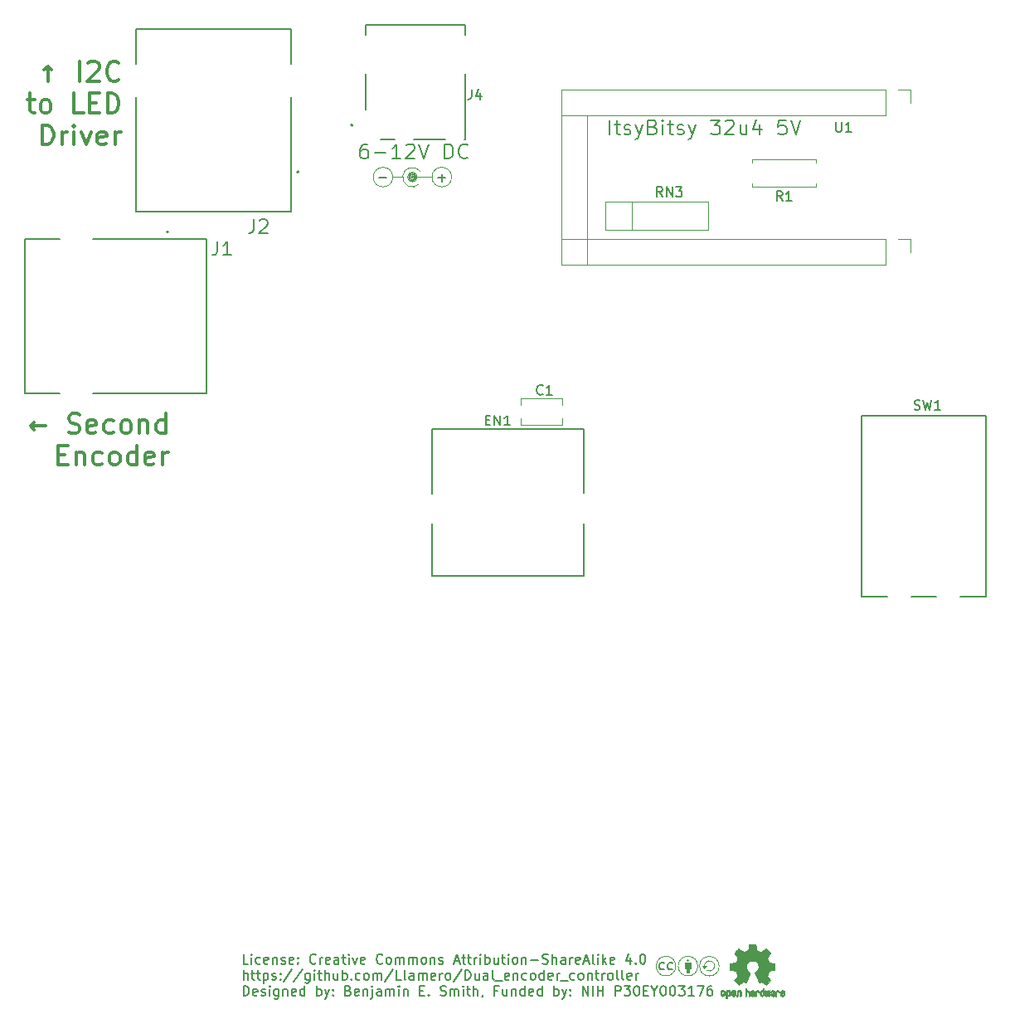
<source format=gto>
G04 #@! TF.GenerationSoftware,KiCad,Pcbnew,7.0.1*
G04 #@! TF.CreationDate,2024-08-21T15:00:38-07:00*
G04 #@! TF.ProjectId,Dual encoder controller,4475616c-2065-46e6-936f-64657220636f,rev?*
G04 #@! TF.SameCoordinates,Original*
G04 #@! TF.FileFunction,Legend,Top*
G04 #@! TF.FilePolarity,Positive*
%FSLAX46Y46*%
G04 Gerber Fmt 4.6, Leading zero omitted, Abs format (unit mm)*
G04 Created by KiCad (PCBNEW 7.0.1) date 2024-08-21 15:00:38*
%MOMM*%
%LPD*%
G01*
G04 APERTURE LIST*
%ADD10C,0.200000*%
%ADD11C,0.300000*%
%ADD12C,0.150000*%
%ADD13C,0.127000*%
%ADD14C,0.120000*%
%ADD15C,0.100000*%
%ADD16C,0.152400*%
%ADD17C,0.010000*%
G04 APERTURE END LIST*
D10*
X175417142Y-61486428D02*
X175417142Y-59986428D01*
X175917143Y-60486428D02*
X176488571Y-60486428D01*
X176131428Y-59986428D02*
X176131428Y-61272142D01*
X176131428Y-61272142D02*
X176202857Y-61415000D01*
X176202857Y-61415000D02*
X176345714Y-61486428D01*
X176345714Y-61486428D02*
X176488571Y-61486428D01*
X176917143Y-61415000D02*
X177060000Y-61486428D01*
X177060000Y-61486428D02*
X177345714Y-61486428D01*
X177345714Y-61486428D02*
X177488571Y-61415000D01*
X177488571Y-61415000D02*
X177560000Y-61272142D01*
X177560000Y-61272142D02*
X177560000Y-61200714D01*
X177560000Y-61200714D02*
X177488571Y-61057857D01*
X177488571Y-61057857D02*
X177345714Y-60986428D01*
X177345714Y-60986428D02*
X177131429Y-60986428D01*
X177131429Y-60986428D02*
X176988571Y-60915000D01*
X176988571Y-60915000D02*
X176917143Y-60772142D01*
X176917143Y-60772142D02*
X176917143Y-60700714D01*
X176917143Y-60700714D02*
X176988571Y-60557857D01*
X176988571Y-60557857D02*
X177131429Y-60486428D01*
X177131429Y-60486428D02*
X177345714Y-60486428D01*
X177345714Y-60486428D02*
X177488571Y-60557857D01*
X178060000Y-60486428D02*
X178417143Y-61486428D01*
X178774286Y-60486428D02*
X178417143Y-61486428D01*
X178417143Y-61486428D02*
X178274286Y-61843571D01*
X178274286Y-61843571D02*
X178202857Y-61915000D01*
X178202857Y-61915000D02*
X178060000Y-61986428D01*
X179845714Y-60700714D02*
X180060000Y-60772142D01*
X180060000Y-60772142D02*
X180131429Y-60843571D01*
X180131429Y-60843571D02*
X180202857Y-60986428D01*
X180202857Y-60986428D02*
X180202857Y-61200714D01*
X180202857Y-61200714D02*
X180131429Y-61343571D01*
X180131429Y-61343571D02*
X180060000Y-61415000D01*
X180060000Y-61415000D02*
X179917143Y-61486428D01*
X179917143Y-61486428D02*
X179345714Y-61486428D01*
X179345714Y-61486428D02*
X179345714Y-59986428D01*
X179345714Y-59986428D02*
X179845714Y-59986428D01*
X179845714Y-59986428D02*
X179988572Y-60057857D01*
X179988572Y-60057857D02*
X180060000Y-60129285D01*
X180060000Y-60129285D02*
X180131429Y-60272142D01*
X180131429Y-60272142D02*
X180131429Y-60415000D01*
X180131429Y-60415000D02*
X180060000Y-60557857D01*
X180060000Y-60557857D02*
X179988572Y-60629285D01*
X179988572Y-60629285D02*
X179845714Y-60700714D01*
X179845714Y-60700714D02*
X179345714Y-60700714D01*
X180845714Y-61486428D02*
X180845714Y-60486428D01*
X180845714Y-59986428D02*
X180774286Y-60057857D01*
X180774286Y-60057857D02*
X180845714Y-60129285D01*
X180845714Y-60129285D02*
X180917143Y-60057857D01*
X180917143Y-60057857D02*
X180845714Y-59986428D01*
X180845714Y-59986428D02*
X180845714Y-60129285D01*
X181345715Y-60486428D02*
X181917143Y-60486428D01*
X181560000Y-59986428D02*
X181560000Y-61272142D01*
X181560000Y-61272142D02*
X181631429Y-61415000D01*
X181631429Y-61415000D02*
X181774286Y-61486428D01*
X181774286Y-61486428D02*
X181917143Y-61486428D01*
X182345715Y-61415000D02*
X182488572Y-61486428D01*
X182488572Y-61486428D02*
X182774286Y-61486428D01*
X182774286Y-61486428D02*
X182917143Y-61415000D01*
X182917143Y-61415000D02*
X182988572Y-61272142D01*
X182988572Y-61272142D02*
X182988572Y-61200714D01*
X182988572Y-61200714D02*
X182917143Y-61057857D01*
X182917143Y-61057857D02*
X182774286Y-60986428D01*
X182774286Y-60986428D02*
X182560001Y-60986428D01*
X182560001Y-60986428D02*
X182417143Y-60915000D01*
X182417143Y-60915000D02*
X182345715Y-60772142D01*
X182345715Y-60772142D02*
X182345715Y-60700714D01*
X182345715Y-60700714D02*
X182417143Y-60557857D01*
X182417143Y-60557857D02*
X182560001Y-60486428D01*
X182560001Y-60486428D02*
X182774286Y-60486428D01*
X182774286Y-60486428D02*
X182917143Y-60557857D01*
X183488572Y-60486428D02*
X183845715Y-61486428D01*
X184202858Y-60486428D02*
X183845715Y-61486428D01*
X183845715Y-61486428D02*
X183702858Y-61843571D01*
X183702858Y-61843571D02*
X183631429Y-61915000D01*
X183631429Y-61915000D02*
X183488572Y-61986428D01*
X185774286Y-59986428D02*
X186702858Y-59986428D01*
X186702858Y-59986428D02*
X186202858Y-60557857D01*
X186202858Y-60557857D02*
X186417143Y-60557857D01*
X186417143Y-60557857D02*
X186560001Y-60629285D01*
X186560001Y-60629285D02*
X186631429Y-60700714D01*
X186631429Y-60700714D02*
X186702858Y-60843571D01*
X186702858Y-60843571D02*
X186702858Y-61200714D01*
X186702858Y-61200714D02*
X186631429Y-61343571D01*
X186631429Y-61343571D02*
X186560001Y-61415000D01*
X186560001Y-61415000D02*
X186417143Y-61486428D01*
X186417143Y-61486428D02*
X185988572Y-61486428D01*
X185988572Y-61486428D02*
X185845715Y-61415000D01*
X185845715Y-61415000D02*
X185774286Y-61343571D01*
X187274286Y-60129285D02*
X187345714Y-60057857D01*
X187345714Y-60057857D02*
X187488572Y-59986428D01*
X187488572Y-59986428D02*
X187845714Y-59986428D01*
X187845714Y-59986428D02*
X187988572Y-60057857D01*
X187988572Y-60057857D02*
X188060000Y-60129285D01*
X188060000Y-60129285D02*
X188131429Y-60272142D01*
X188131429Y-60272142D02*
X188131429Y-60415000D01*
X188131429Y-60415000D02*
X188060000Y-60629285D01*
X188060000Y-60629285D02*
X187202857Y-61486428D01*
X187202857Y-61486428D02*
X188131429Y-61486428D01*
X189417143Y-60486428D02*
X189417143Y-61486428D01*
X188774285Y-60486428D02*
X188774285Y-61272142D01*
X188774285Y-61272142D02*
X188845714Y-61415000D01*
X188845714Y-61415000D02*
X188988571Y-61486428D01*
X188988571Y-61486428D02*
X189202857Y-61486428D01*
X189202857Y-61486428D02*
X189345714Y-61415000D01*
X189345714Y-61415000D02*
X189417143Y-61343571D01*
X190774286Y-60486428D02*
X190774286Y-61486428D01*
X190417143Y-59915000D02*
X190060000Y-60986428D01*
X190060000Y-60986428D02*
X190988571Y-60986428D01*
X193417142Y-59986428D02*
X192702856Y-59986428D01*
X192702856Y-59986428D02*
X192631428Y-60700714D01*
X192631428Y-60700714D02*
X192702856Y-60629285D01*
X192702856Y-60629285D02*
X192845714Y-60557857D01*
X192845714Y-60557857D02*
X193202856Y-60557857D01*
X193202856Y-60557857D02*
X193345714Y-60629285D01*
X193345714Y-60629285D02*
X193417142Y-60700714D01*
X193417142Y-60700714D02*
X193488571Y-60843571D01*
X193488571Y-60843571D02*
X193488571Y-61200714D01*
X193488571Y-61200714D02*
X193417142Y-61343571D01*
X193417142Y-61343571D02*
X193345714Y-61415000D01*
X193345714Y-61415000D02*
X193202856Y-61486428D01*
X193202856Y-61486428D02*
X192845714Y-61486428D01*
X192845714Y-61486428D02*
X192702856Y-61415000D01*
X192702856Y-61415000D02*
X192631428Y-61343571D01*
X193917142Y-59986428D02*
X194417142Y-61486428D01*
X194417142Y-61486428D02*
X194917142Y-59986428D01*
X150660000Y-62436428D02*
X150374285Y-62436428D01*
X150374285Y-62436428D02*
X150231428Y-62507857D01*
X150231428Y-62507857D02*
X150160000Y-62579285D01*
X150160000Y-62579285D02*
X150017142Y-62793571D01*
X150017142Y-62793571D02*
X149945714Y-63079285D01*
X149945714Y-63079285D02*
X149945714Y-63650714D01*
X149945714Y-63650714D02*
X150017142Y-63793571D01*
X150017142Y-63793571D02*
X150088571Y-63865000D01*
X150088571Y-63865000D02*
X150231428Y-63936428D01*
X150231428Y-63936428D02*
X150517142Y-63936428D01*
X150517142Y-63936428D02*
X150660000Y-63865000D01*
X150660000Y-63865000D02*
X150731428Y-63793571D01*
X150731428Y-63793571D02*
X150802857Y-63650714D01*
X150802857Y-63650714D02*
X150802857Y-63293571D01*
X150802857Y-63293571D02*
X150731428Y-63150714D01*
X150731428Y-63150714D02*
X150660000Y-63079285D01*
X150660000Y-63079285D02*
X150517142Y-63007857D01*
X150517142Y-63007857D02*
X150231428Y-63007857D01*
X150231428Y-63007857D02*
X150088571Y-63079285D01*
X150088571Y-63079285D02*
X150017142Y-63150714D01*
X150017142Y-63150714D02*
X149945714Y-63293571D01*
X151445713Y-63365000D02*
X152588571Y-63365000D01*
X154088571Y-63936428D02*
X153231428Y-63936428D01*
X153659999Y-63936428D02*
X153659999Y-62436428D01*
X153659999Y-62436428D02*
X153517142Y-62650714D01*
X153517142Y-62650714D02*
X153374285Y-62793571D01*
X153374285Y-62793571D02*
X153231428Y-62865000D01*
X154659999Y-62579285D02*
X154731427Y-62507857D01*
X154731427Y-62507857D02*
X154874285Y-62436428D01*
X154874285Y-62436428D02*
X155231427Y-62436428D01*
X155231427Y-62436428D02*
X155374285Y-62507857D01*
X155374285Y-62507857D02*
X155445713Y-62579285D01*
X155445713Y-62579285D02*
X155517142Y-62722142D01*
X155517142Y-62722142D02*
X155517142Y-62865000D01*
X155517142Y-62865000D02*
X155445713Y-63079285D01*
X155445713Y-63079285D02*
X154588570Y-63936428D01*
X154588570Y-63936428D02*
X155517142Y-63936428D01*
X155945713Y-62436428D02*
X156445713Y-63936428D01*
X156445713Y-63936428D02*
X156945713Y-62436428D01*
X158588569Y-63936428D02*
X158588569Y-62436428D01*
X158588569Y-62436428D02*
X158945712Y-62436428D01*
X158945712Y-62436428D02*
X159159998Y-62507857D01*
X159159998Y-62507857D02*
X159302855Y-62650714D01*
X159302855Y-62650714D02*
X159374284Y-62793571D01*
X159374284Y-62793571D02*
X159445712Y-63079285D01*
X159445712Y-63079285D02*
X159445712Y-63293571D01*
X159445712Y-63293571D02*
X159374284Y-63579285D01*
X159374284Y-63579285D02*
X159302855Y-63722142D01*
X159302855Y-63722142D02*
X159159998Y-63865000D01*
X159159998Y-63865000D02*
X158945712Y-63936428D01*
X158945712Y-63936428D02*
X158588569Y-63936428D01*
X160945712Y-63793571D02*
X160874284Y-63865000D01*
X160874284Y-63865000D02*
X160659998Y-63936428D01*
X160659998Y-63936428D02*
X160517141Y-63936428D01*
X160517141Y-63936428D02*
X160302855Y-63865000D01*
X160302855Y-63865000D02*
X160159998Y-63722142D01*
X160159998Y-63722142D02*
X160088569Y-63579285D01*
X160088569Y-63579285D02*
X160017141Y-63293571D01*
X160017141Y-63293571D02*
X160017141Y-63079285D01*
X160017141Y-63079285D02*
X160088569Y-62793571D01*
X160088569Y-62793571D02*
X160159998Y-62650714D01*
X160159998Y-62650714D02*
X160302855Y-62507857D01*
X160302855Y-62507857D02*
X160517141Y-62436428D01*
X160517141Y-62436428D02*
X160659998Y-62436428D01*
X160659998Y-62436428D02*
X160874284Y-62507857D01*
X160874284Y-62507857D02*
X160945712Y-62579285D01*
D11*
X117798094Y-91183333D02*
X116274284Y-91183333D01*
X116655236Y-91564285D02*
X116274284Y-91183333D01*
X116274284Y-91183333D02*
X116655236Y-90802380D01*
X120179046Y-91850000D02*
X120464760Y-91945238D01*
X120464760Y-91945238D02*
X120940951Y-91945238D01*
X120940951Y-91945238D02*
X121131427Y-91850000D01*
X121131427Y-91850000D02*
X121226665Y-91754761D01*
X121226665Y-91754761D02*
X121321903Y-91564285D01*
X121321903Y-91564285D02*
X121321903Y-91373809D01*
X121321903Y-91373809D02*
X121226665Y-91183333D01*
X121226665Y-91183333D02*
X121131427Y-91088095D01*
X121131427Y-91088095D02*
X120940951Y-90992857D01*
X120940951Y-90992857D02*
X120559998Y-90897619D01*
X120559998Y-90897619D02*
X120369522Y-90802380D01*
X120369522Y-90802380D02*
X120274284Y-90707142D01*
X120274284Y-90707142D02*
X120179046Y-90516666D01*
X120179046Y-90516666D02*
X120179046Y-90326190D01*
X120179046Y-90326190D02*
X120274284Y-90135714D01*
X120274284Y-90135714D02*
X120369522Y-90040476D01*
X120369522Y-90040476D02*
X120559998Y-89945238D01*
X120559998Y-89945238D02*
X121036189Y-89945238D01*
X121036189Y-89945238D02*
X121321903Y-90040476D01*
X122940951Y-91850000D02*
X122750475Y-91945238D01*
X122750475Y-91945238D02*
X122369522Y-91945238D01*
X122369522Y-91945238D02*
X122179046Y-91850000D01*
X122179046Y-91850000D02*
X122083808Y-91659523D01*
X122083808Y-91659523D02*
X122083808Y-90897619D01*
X122083808Y-90897619D02*
X122179046Y-90707142D01*
X122179046Y-90707142D02*
X122369522Y-90611904D01*
X122369522Y-90611904D02*
X122750475Y-90611904D01*
X122750475Y-90611904D02*
X122940951Y-90707142D01*
X122940951Y-90707142D02*
X123036189Y-90897619D01*
X123036189Y-90897619D02*
X123036189Y-91088095D01*
X123036189Y-91088095D02*
X122083808Y-91278571D01*
X124750475Y-91850000D02*
X124559999Y-91945238D01*
X124559999Y-91945238D02*
X124179046Y-91945238D01*
X124179046Y-91945238D02*
X123988570Y-91850000D01*
X123988570Y-91850000D02*
X123893332Y-91754761D01*
X123893332Y-91754761D02*
X123798094Y-91564285D01*
X123798094Y-91564285D02*
X123798094Y-90992857D01*
X123798094Y-90992857D02*
X123893332Y-90802380D01*
X123893332Y-90802380D02*
X123988570Y-90707142D01*
X123988570Y-90707142D02*
X124179046Y-90611904D01*
X124179046Y-90611904D02*
X124559999Y-90611904D01*
X124559999Y-90611904D02*
X124750475Y-90707142D01*
X125893332Y-91945238D02*
X125702856Y-91850000D01*
X125702856Y-91850000D02*
X125607618Y-91754761D01*
X125607618Y-91754761D02*
X125512380Y-91564285D01*
X125512380Y-91564285D02*
X125512380Y-90992857D01*
X125512380Y-90992857D02*
X125607618Y-90802380D01*
X125607618Y-90802380D02*
X125702856Y-90707142D01*
X125702856Y-90707142D02*
X125893332Y-90611904D01*
X125893332Y-90611904D02*
X126179047Y-90611904D01*
X126179047Y-90611904D02*
X126369523Y-90707142D01*
X126369523Y-90707142D02*
X126464761Y-90802380D01*
X126464761Y-90802380D02*
X126559999Y-90992857D01*
X126559999Y-90992857D02*
X126559999Y-91564285D01*
X126559999Y-91564285D02*
X126464761Y-91754761D01*
X126464761Y-91754761D02*
X126369523Y-91850000D01*
X126369523Y-91850000D02*
X126179047Y-91945238D01*
X126179047Y-91945238D02*
X125893332Y-91945238D01*
X127417142Y-90611904D02*
X127417142Y-91945238D01*
X127417142Y-90802380D02*
X127512380Y-90707142D01*
X127512380Y-90707142D02*
X127702856Y-90611904D01*
X127702856Y-90611904D02*
X127988571Y-90611904D01*
X127988571Y-90611904D02*
X128179047Y-90707142D01*
X128179047Y-90707142D02*
X128274285Y-90897619D01*
X128274285Y-90897619D02*
X128274285Y-91945238D01*
X130083809Y-91945238D02*
X130083809Y-89945238D01*
X130083809Y-91850000D02*
X129893333Y-91945238D01*
X129893333Y-91945238D02*
X129512380Y-91945238D01*
X129512380Y-91945238D02*
X129321904Y-91850000D01*
X129321904Y-91850000D02*
X129226666Y-91754761D01*
X129226666Y-91754761D02*
X129131428Y-91564285D01*
X129131428Y-91564285D02*
X129131428Y-90992857D01*
X129131428Y-90992857D02*
X129226666Y-90802380D01*
X129226666Y-90802380D02*
X129321904Y-90707142D01*
X129321904Y-90707142D02*
X129512380Y-90611904D01*
X129512380Y-90611904D02*
X129893333Y-90611904D01*
X129893333Y-90611904D02*
X130083809Y-90707142D01*
X119131427Y-94137619D02*
X119798094Y-94137619D01*
X120083808Y-95185238D02*
X119131427Y-95185238D01*
X119131427Y-95185238D02*
X119131427Y-93185238D01*
X119131427Y-93185238D02*
X120083808Y-93185238D01*
X120940951Y-93851904D02*
X120940951Y-95185238D01*
X120940951Y-94042380D02*
X121036189Y-93947142D01*
X121036189Y-93947142D02*
X121226665Y-93851904D01*
X121226665Y-93851904D02*
X121512380Y-93851904D01*
X121512380Y-93851904D02*
X121702856Y-93947142D01*
X121702856Y-93947142D02*
X121798094Y-94137619D01*
X121798094Y-94137619D02*
X121798094Y-95185238D01*
X123607618Y-95090000D02*
X123417142Y-95185238D01*
X123417142Y-95185238D02*
X123036189Y-95185238D01*
X123036189Y-95185238D02*
X122845713Y-95090000D01*
X122845713Y-95090000D02*
X122750475Y-94994761D01*
X122750475Y-94994761D02*
X122655237Y-94804285D01*
X122655237Y-94804285D02*
X122655237Y-94232857D01*
X122655237Y-94232857D02*
X122750475Y-94042380D01*
X122750475Y-94042380D02*
X122845713Y-93947142D01*
X122845713Y-93947142D02*
X123036189Y-93851904D01*
X123036189Y-93851904D02*
X123417142Y-93851904D01*
X123417142Y-93851904D02*
X123607618Y-93947142D01*
X124750475Y-95185238D02*
X124559999Y-95090000D01*
X124559999Y-95090000D02*
X124464761Y-94994761D01*
X124464761Y-94994761D02*
X124369523Y-94804285D01*
X124369523Y-94804285D02*
X124369523Y-94232857D01*
X124369523Y-94232857D02*
X124464761Y-94042380D01*
X124464761Y-94042380D02*
X124559999Y-93947142D01*
X124559999Y-93947142D02*
X124750475Y-93851904D01*
X124750475Y-93851904D02*
X125036190Y-93851904D01*
X125036190Y-93851904D02*
X125226666Y-93947142D01*
X125226666Y-93947142D02*
X125321904Y-94042380D01*
X125321904Y-94042380D02*
X125417142Y-94232857D01*
X125417142Y-94232857D02*
X125417142Y-94804285D01*
X125417142Y-94804285D02*
X125321904Y-94994761D01*
X125321904Y-94994761D02*
X125226666Y-95090000D01*
X125226666Y-95090000D02*
X125036190Y-95185238D01*
X125036190Y-95185238D02*
X124750475Y-95185238D01*
X127131428Y-95185238D02*
X127131428Y-93185238D01*
X127131428Y-95090000D02*
X126940952Y-95185238D01*
X126940952Y-95185238D02*
X126559999Y-95185238D01*
X126559999Y-95185238D02*
X126369523Y-95090000D01*
X126369523Y-95090000D02*
X126274285Y-94994761D01*
X126274285Y-94994761D02*
X126179047Y-94804285D01*
X126179047Y-94804285D02*
X126179047Y-94232857D01*
X126179047Y-94232857D02*
X126274285Y-94042380D01*
X126274285Y-94042380D02*
X126369523Y-93947142D01*
X126369523Y-93947142D02*
X126559999Y-93851904D01*
X126559999Y-93851904D02*
X126940952Y-93851904D01*
X126940952Y-93851904D02*
X127131428Y-93947142D01*
X128845714Y-95090000D02*
X128655238Y-95185238D01*
X128655238Y-95185238D02*
X128274285Y-95185238D01*
X128274285Y-95185238D02*
X128083809Y-95090000D01*
X128083809Y-95090000D02*
X127988571Y-94899523D01*
X127988571Y-94899523D02*
X127988571Y-94137619D01*
X127988571Y-94137619D02*
X128083809Y-93947142D01*
X128083809Y-93947142D02*
X128274285Y-93851904D01*
X128274285Y-93851904D02*
X128655238Y-93851904D01*
X128655238Y-93851904D02*
X128845714Y-93947142D01*
X128845714Y-93947142D02*
X128940952Y-94137619D01*
X128940952Y-94137619D02*
X128940952Y-94328095D01*
X128940952Y-94328095D02*
X127988571Y-94518571D01*
X129798095Y-95185238D02*
X129798095Y-93851904D01*
X129798095Y-94232857D02*
X129893333Y-94042380D01*
X129893333Y-94042380D02*
X129988571Y-93947142D01*
X129988571Y-93947142D02*
X130179047Y-93851904D01*
X130179047Y-93851904D02*
X130369524Y-93851904D01*
X118070952Y-56025238D02*
X118070952Y-54501428D01*
X117689999Y-54882380D02*
X118070952Y-54501428D01*
X118070952Y-54501428D02*
X118451904Y-54882380D01*
X121309047Y-56025238D02*
X121309047Y-54025238D01*
X122166190Y-54215714D02*
X122261428Y-54120476D01*
X122261428Y-54120476D02*
X122451904Y-54025238D01*
X122451904Y-54025238D02*
X122928095Y-54025238D01*
X122928095Y-54025238D02*
X123118571Y-54120476D01*
X123118571Y-54120476D02*
X123213809Y-54215714D01*
X123213809Y-54215714D02*
X123309047Y-54406190D01*
X123309047Y-54406190D02*
X123309047Y-54596666D01*
X123309047Y-54596666D02*
X123213809Y-54882380D01*
X123213809Y-54882380D02*
X122070952Y-56025238D01*
X122070952Y-56025238D02*
X123309047Y-56025238D01*
X125309047Y-55834761D02*
X125213809Y-55930000D01*
X125213809Y-55930000D02*
X124928095Y-56025238D01*
X124928095Y-56025238D02*
X124737619Y-56025238D01*
X124737619Y-56025238D02*
X124451904Y-55930000D01*
X124451904Y-55930000D02*
X124261428Y-55739523D01*
X124261428Y-55739523D02*
X124166190Y-55549047D01*
X124166190Y-55549047D02*
X124070952Y-55168095D01*
X124070952Y-55168095D02*
X124070952Y-54882380D01*
X124070952Y-54882380D02*
X124166190Y-54501428D01*
X124166190Y-54501428D02*
X124261428Y-54310952D01*
X124261428Y-54310952D02*
X124451904Y-54120476D01*
X124451904Y-54120476D02*
X124737619Y-54025238D01*
X124737619Y-54025238D02*
X124928095Y-54025238D01*
X124928095Y-54025238D02*
X125213809Y-54120476D01*
X125213809Y-54120476D02*
X125309047Y-54215714D01*
X115975713Y-57931904D02*
X116737617Y-57931904D01*
X116261427Y-57265238D02*
X116261427Y-58979523D01*
X116261427Y-58979523D02*
X116356665Y-59170000D01*
X116356665Y-59170000D02*
X116547141Y-59265238D01*
X116547141Y-59265238D02*
X116737617Y-59265238D01*
X117689998Y-59265238D02*
X117499522Y-59170000D01*
X117499522Y-59170000D02*
X117404284Y-59074761D01*
X117404284Y-59074761D02*
X117309046Y-58884285D01*
X117309046Y-58884285D02*
X117309046Y-58312857D01*
X117309046Y-58312857D02*
X117404284Y-58122380D01*
X117404284Y-58122380D02*
X117499522Y-58027142D01*
X117499522Y-58027142D02*
X117689998Y-57931904D01*
X117689998Y-57931904D02*
X117975713Y-57931904D01*
X117975713Y-57931904D02*
X118166189Y-58027142D01*
X118166189Y-58027142D02*
X118261427Y-58122380D01*
X118261427Y-58122380D02*
X118356665Y-58312857D01*
X118356665Y-58312857D02*
X118356665Y-58884285D01*
X118356665Y-58884285D02*
X118261427Y-59074761D01*
X118261427Y-59074761D02*
X118166189Y-59170000D01*
X118166189Y-59170000D02*
X117975713Y-59265238D01*
X117975713Y-59265238D02*
X117689998Y-59265238D01*
X121689999Y-59265238D02*
X120737618Y-59265238D01*
X120737618Y-59265238D02*
X120737618Y-57265238D01*
X122356666Y-58217619D02*
X123023333Y-58217619D01*
X123309047Y-59265238D02*
X122356666Y-59265238D01*
X122356666Y-59265238D02*
X122356666Y-57265238D01*
X122356666Y-57265238D02*
X123309047Y-57265238D01*
X124166190Y-59265238D02*
X124166190Y-57265238D01*
X124166190Y-57265238D02*
X124642380Y-57265238D01*
X124642380Y-57265238D02*
X124928095Y-57360476D01*
X124928095Y-57360476D02*
X125118571Y-57550952D01*
X125118571Y-57550952D02*
X125213809Y-57741428D01*
X125213809Y-57741428D02*
X125309047Y-58122380D01*
X125309047Y-58122380D02*
X125309047Y-58408095D01*
X125309047Y-58408095D02*
X125213809Y-58789047D01*
X125213809Y-58789047D02*
X125118571Y-58979523D01*
X125118571Y-58979523D02*
X124928095Y-59170000D01*
X124928095Y-59170000D02*
X124642380Y-59265238D01*
X124642380Y-59265238D02*
X124166190Y-59265238D01*
X117499523Y-62505238D02*
X117499523Y-60505238D01*
X117499523Y-60505238D02*
X117975713Y-60505238D01*
X117975713Y-60505238D02*
X118261428Y-60600476D01*
X118261428Y-60600476D02*
X118451904Y-60790952D01*
X118451904Y-60790952D02*
X118547142Y-60981428D01*
X118547142Y-60981428D02*
X118642380Y-61362380D01*
X118642380Y-61362380D02*
X118642380Y-61648095D01*
X118642380Y-61648095D02*
X118547142Y-62029047D01*
X118547142Y-62029047D02*
X118451904Y-62219523D01*
X118451904Y-62219523D02*
X118261428Y-62410000D01*
X118261428Y-62410000D02*
X117975713Y-62505238D01*
X117975713Y-62505238D02*
X117499523Y-62505238D01*
X119499523Y-62505238D02*
X119499523Y-61171904D01*
X119499523Y-61552857D02*
X119594761Y-61362380D01*
X119594761Y-61362380D02*
X119689999Y-61267142D01*
X119689999Y-61267142D02*
X119880475Y-61171904D01*
X119880475Y-61171904D02*
X120070952Y-61171904D01*
X120737618Y-62505238D02*
X120737618Y-61171904D01*
X120737618Y-60505238D02*
X120642380Y-60600476D01*
X120642380Y-60600476D02*
X120737618Y-60695714D01*
X120737618Y-60695714D02*
X120832856Y-60600476D01*
X120832856Y-60600476D02*
X120737618Y-60505238D01*
X120737618Y-60505238D02*
X120737618Y-60695714D01*
X121499523Y-61171904D02*
X121975713Y-62505238D01*
X121975713Y-62505238D02*
X122451904Y-61171904D01*
X123975714Y-62410000D02*
X123785238Y-62505238D01*
X123785238Y-62505238D02*
X123404285Y-62505238D01*
X123404285Y-62505238D02*
X123213809Y-62410000D01*
X123213809Y-62410000D02*
X123118571Y-62219523D01*
X123118571Y-62219523D02*
X123118571Y-61457619D01*
X123118571Y-61457619D02*
X123213809Y-61267142D01*
X123213809Y-61267142D02*
X123404285Y-61171904D01*
X123404285Y-61171904D02*
X123785238Y-61171904D01*
X123785238Y-61171904D02*
X123975714Y-61267142D01*
X123975714Y-61267142D02*
X124070952Y-61457619D01*
X124070952Y-61457619D02*
X124070952Y-61648095D01*
X124070952Y-61648095D02*
X123118571Y-61838571D01*
X124928095Y-62505238D02*
X124928095Y-61171904D01*
X124928095Y-61552857D02*
X125023333Y-61362380D01*
X125023333Y-61362380D02*
X125118571Y-61267142D01*
X125118571Y-61267142D02*
X125309047Y-61171904D01*
X125309047Y-61171904D02*
X125499524Y-61171904D01*
D12*
X138519285Y-146087619D02*
X138043095Y-146087619D01*
X138043095Y-146087619D02*
X138043095Y-145087619D01*
X138852619Y-146087619D02*
X138852619Y-145420952D01*
X138852619Y-145087619D02*
X138805000Y-145135238D01*
X138805000Y-145135238D02*
X138852619Y-145182857D01*
X138852619Y-145182857D02*
X138900238Y-145135238D01*
X138900238Y-145135238D02*
X138852619Y-145087619D01*
X138852619Y-145087619D02*
X138852619Y-145182857D01*
X139757380Y-146040000D02*
X139662142Y-146087619D01*
X139662142Y-146087619D02*
X139471666Y-146087619D01*
X139471666Y-146087619D02*
X139376428Y-146040000D01*
X139376428Y-146040000D02*
X139328809Y-145992380D01*
X139328809Y-145992380D02*
X139281190Y-145897142D01*
X139281190Y-145897142D02*
X139281190Y-145611428D01*
X139281190Y-145611428D02*
X139328809Y-145516190D01*
X139328809Y-145516190D02*
X139376428Y-145468571D01*
X139376428Y-145468571D02*
X139471666Y-145420952D01*
X139471666Y-145420952D02*
X139662142Y-145420952D01*
X139662142Y-145420952D02*
X139757380Y-145468571D01*
X140566904Y-146040000D02*
X140471666Y-146087619D01*
X140471666Y-146087619D02*
X140281190Y-146087619D01*
X140281190Y-146087619D02*
X140185952Y-146040000D01*
X140185952Y-146040000D02*
X140138333Y-145944761D01*
X140138333Y-145944761D02*
X140138333Y-145563809D01*
X140138333Y-145563809D02*
X140185952Y-145468571D01*
X140185952Y-145468571D02*
X140281190Y-145420952D01*
X140281190Y-145420952D02*
X140471666Y-145420952D01*
X140471666Y-145420952D02*
X140566904Y-145468571D01*
X140566904Y-145468571D02*
X140614523Y-145563809D01*
X140614523Y-145563809D02*
X140614523Y-145659047D01*
X140614523Y-145659047D02*
X140138333Y-145754285D01*
X141043095Y-145420952D02*
X141043095Y-146087619D01*
X141043095Y-145516190D02*
X141090714Y-145468571D01*
X141090714Y-145468571D02*
X141185952Y-145420952D01*
X141185952Y-145420952D02*
X141328809Y-145420952D01*
X141328809Y-145420952D02*
X141424047Y-145468571D01*
X141424047Y-145468571D02*
X141471666Y-145563809D01*
X141471666Y-145563809D02*
X141471666Y-146087619D01*
X141900238Y-146040000D02*
X141995476Y-146087619D01*
X141995476Y-146087619D02*
X142185952Y-146087619D01*
X142185952Y-146087619D02*
X142281190Y-146040000D01*
X142281190Y-146040000D02*
X142328809Y-145944761D01*
X142328809Y-145944761D02*
X142328809Y-145897142D01*
X142328809Y-145897142D02*
X142281190Y-145801904D01*
X142281190Y-145801904D02*
X142185952Y-145754285D01*
X142185952Y-145754285D02*
X142043095Y-145754285D01*
X142043095Y-145754285D02*
X141947857Y-145706666D01*
X141947857Y-145706666D02*
X141900238Y-145611428D01*
X141900238Y-145611428D02*
X141900238Y-145563809D01*
X141900238Y-145563809D02*
X141947857Y-145468571D01*
X141947857Y-145468571D02*
X142043095Y-145420952D01*
X142043095Y-145420952D02*
X142185952Y-145420952D01*
X142185952Y-145420952D02*
X142281190Y-145468571D01*
X143138333Y-146040000D02*
X143043095Y-146087619D01*
X143043095Y-146087619D02*
X142852619Y-146087619D01*
X142852619Y-146087619D02*
X142757381Y-146040000D01*
X142757381Y-146040000D02*
X142709762Y-145944761D01*
X142709762Y-145944761D02*
X142709762Y-145563809D01*
X142709762Y-145563809D02*
X142757381Y-145468571D01*
X142757381Y-145468571D02*
X142852619Y-145420952D01*
X142852619Y-145420952D02*
X143043095Y-145420952D01*
X143043095Y-145420952D02*
X143138333Y-145468571D01*
X143138333Y-145468571D02*
X143185952Y-145563809D01*
X143185952Y-145563809D02*
X143185952Y-145659047D01*
X143185952Y-145659047D02*
X142709762Y-145754285D01*
X143614524Y-145992380D02*
X143662143Y-146040000D01*
X143662143Y-146040000D02*
X143614524Y-146087619D01*
X143614524Y-146087619D02*
X143566905Y-146040000D01*
X143566905Y-146040000D02*
X143614524Y-145992380D01*
X143614524Y-145992380D02*
X143614524Y-146087619D01*
X143614524Y-145468571D02*
X143662143Y-145516190D01*
X143662143Y-145516190D02*
X143614524Y-145563809D01*
X143614524Y-145563809D02*
X143566905Y-145516190D01*
X143566905Y-145516190D02*
X143614524Y-145468571D01*
X143614524Y-145468571D02*
X143614524Y-145563809D01*
X145424047Y-145992380D02*
X145376428Y-146040000D01*
X145376428Y-146040000D02*
X145233571Y-146087619D01*
X145233571Y-146087619D02*
X145138333Y-146087619D01*
X145138333Y-146087619D02*
X144995476Y-146040000D01*
X144995476Y-146040000D02*
X144900238Y-145944761D01*
X144900238Y-145944761D02*
X144852619Y-145849523D01*
X144852619Y-145849523D02*
X144805000Y-145659047D01*
X144805000Y-145659047D02*
X144805000Y-145516190D01*
X144805000Y-145516190D02*
X144852619Y-145325714D01*
X144852619Y-145325714D02*
X144900238Y-145230476D01*
X144900238Y-145230476D02*
X144995476Y-145135238D01*
X144995476Y-145135238D02*
X145138333Y-145087619D01*
X145138333Y-145087619D02*
X145233571Y-145087619D01*
X145233571Y-145087619D02*
X145376428Y-145135238D01*
X145376428Y-145135238D02*
X145424047Y-145182857D01*
X145852619Y-146087619D02*
X145852619Y-145420952D01*
X145852619Y-145611428D02*
X145900238Y-145516190D01*
X145900238Y-145516190D02*
X145947857Y-145468571D01*
X145947857Y-145468571D02*
X146043095Y-145420952D01*
X146043095Y-145420952D02*
X146138333Y-145420952D01*
X146852619Y-146040000D02*
X146757381Y-146087619D01*
X146757381Y-146087619D02*
X146566905Y-146087619D01*
X146566905Y-146087619D02*
X146471667Y-146040000D01*
X146471667Y-146040000D02*
X146424048Y-145944761D01*
X146424048Y-145944761D02*
X146424048Y-145563809D01*
X146424048Y-145563809D02*
X146471667Y-145468571D01*
X146471667Y-145468571D02*
X146566905Y-145420952D01*
X146566905Y-145420952D02*
X146757381Y-145420952D01*
X146757381Y-145420952D02*
X146852619Y-145468571D01*
X146852619Y-145468571D02*
X146900238Y-145563809D01*
X146900238Y-145563809D02*
X146900238Y-145659047D01*
X146900238Y-145659047D02*
X146424048Y-145754285D01*
X147757381Y-146087619D02*
X147757381Y-145563809D01*
X147757381Y-145563809D02*
X147709762Y-145468571D01*
X147709762Y-145468571D02*
X147614524Y-145420952D01*
X147614524Y-145420952D02*
X147424048Y-145420952D01*
X147424048Y-145420952D02*
X147328810Y-145468571D01*
X147757381Y-146040000D02*
X147662143Y-146087619D01*
X147662143Y-146087619D02*
X147424048Y-146087619D01*
X147424048Y-146087619D02*
X147328810Y-146040000D01*
X147328810Y-146040000D02*
X147281191Y-145944761D01*
X147281191Y-145944761D02*
X147281191Y-145849523D01*
X147281191Y-145849523D02*
X147328810Y-145754285D01*
X147328810Y-145754285D02*
X147424048Y-145706666D01*
X147424048Y-145706666D02*
X147662143Y-145706666D01*
X147662143Y-145706666D02*
X147757381Y-145659047D01*
X148090715Y-145420952D02*
X148471667Y-145420952D01*
X148233572Y-145087619D02*
X148233572Y-145944761D01*
X148233572Y-145944761D02*
X148281191Y-146040000D01*
X148281191Y-146040000D02*
X148376429Y-146087619D01*
X148376429Y-146087619D02*
X148471667Y-146087619D01*
X148805001Y-146087619D02*
X148805001Y-145420952D01*
X148805001Y-145087619D02*
X148757382Y-145135238D01*
X148757382Y-145135238D02*
X148805001Y-145182857D01*
X148805001Y-145182857D02*
X148852620Y-145135238D01*
X148852620Y-145135238D02*
X148805001Y-145087619D01*
X148805001Y-145087619D02*
X148805001Y-145182857D01*
X149185953Y-145420952D02*
X149424048Y-146087619D01*
X149424048Y-146087619D02*
X149662143Y-145420952D01*
X150424048Y-146040000D02*
X150328810Y-146087619D01*
X150328810Y-146087619D02*
X150138334Y-146087619D01*
X150138334Y-146087619D02*
X150043096Y-146040000D01*
X150043096Y-146040000D02*
X149995477Y-145944761D01*
X149995477Y-145944761D02*
X149995477Y-145563809D01*
X149995477Y-145563809D02*
X150043096Y-145468571D01*
X150043096Y-145468571D02*
X150138334Y-145420952D01*
X150138334Y-145420952D02*
X150328810Y-145420952D01*
X150328810Y-145420952D02*
X150424048Y-145468571D01*
X150424048Y-145468571D02*
X150471667Y-145563809D01*
X150471667Y-145563809D02*
X150471667Y-145659047D01*
X150471667Y-145659047D02*
X149995477Y-145754285D01*
X152233572Y-145992380D02*
X152185953Y-146040000D01*
X152185953Y-146040000D02*
X152043096Y-146087619D01*
X152043096Y-146087619D02*
X151947858Y-146087619D01*
X151947858Y-146087619D02*
X151805001Y-146040000D01*
X151805001Y-146040000D02*
X151709763Y-145944761D01*
X151709763Y-145944761D02*
X151662144Y-145849523D01*
X151662144Y-145849523D02*
X151614525Y-145659047D01*
X151614525Y-145659047D02*
X151614525Y-145516190D01*
X151614525Y-145516190D02*
X151662144Y-145325714D01*
X151662144Y-145325714D02*
X151709763Y-145230476D01*
X151709763Y-145230476D02*
X151805001Y-145135238D01*
X151805001Y-145135238D02*
X151947858Y-145087619D01*
X151947858Y-145087619D02*
X152043096Y-145087619D01*
X152043096Y-145087619D02*
X152185953Y-145135238D01*
X152185953Y-145135238D02*
X152233572Y-145182857D01*
X152805001Y-146087619D02*
X152709763Y-146040000D01*
X152709763Y-146040000D02*
X152662144Y-145992380D01*
X152662144Y-145992380D02*
X152614525Y-145897142D01*
X152614525Y-145897142D02*
X152614525Y-145611428D01*
X152614525Y-145611428D02*
X152662144Y-145516190D01*
X152662144Y-145516190D02*
X152709763Y-145468571D01*
X152709763Y-145468571D02*
X152805001Y-145420952D01*
X152805001Y-145420952D02*
X152947858Y-145420952D01*
X152947858Y-145420952D02*
X153043096Y-145468571D01*
X153043096Y-145468571D02*
X153090715Y-145516190D01*
X153090715Y-145516190D02*
X153138334Y-145611428D01*
X153138334Y-145611428D02*
X153138334Y-145897142D01*
X153138334Y-145897142D02*
X153090715Y-145992380D01*
X153090715Y-145992380D02*
X153043096Y-146040000D01*
X153043096Y-146040000D02*
X152947858Y-146087619D01*
X152947858Y-146087619D02*
X152805001Y-146087619D01*
X153566906Y-146087619D02*
X153566906Y-145420952D01*
X153566906Y-145516190D02*
X153614525Y-145468571D01*
X153614525Y-145468571D02*
X153709763Y-145420952D01*
X153709763Y-145420952D02*
X153852620Y-145420952D01*
X153852620Y-145420952D02*
X153947858Y-145468571D01*
X153947858Y-145468571D02*
X153995477Y-145563809D01*
X153995477Y-145563809D02*
X153995477Y-146087619D01*
X153995477Y-145563809D02*
X154043096Y-145468571D01*
X154043096Y-145468571D02*
X154138334Y-145420952D01*
X154138334Y-145420952D02*
X154281191Y-145420952D01*
X154281191Y-145420952D02*
X154376430Y-145468571D01*
X154376430Y-145468571D02*
X154424049Y-145563809D01*
X154424049Y-145563809D02*
X154424049Y-146087619D01*
X154900239Y-146087619D02*
X154900239Y-145420952D01*
X154900239Y-145516190D02*
X154947858Y-145468571D01*
X154947858Y-145468571D02*
X155043096Y-145420952D01*
X155043096Y-145420952D02*
X155185953Y-145420952D01*
X155185953Y-145420952D02*
X155281191Y-145468571D01*
X155281191Y-145468571D02*
X155328810Y-145563809D01*
X155328810Y-145563809D02*
X155328810Y-146087619D01*
X155328810Y-145563809D02*
X155376429Y-145468571D01*
X155376429Y-145468571D02*
X155471667Y-145420952D01*
X155471667Y-145420952D02*
X155614524Y-145420952D01*
X155614524Y-145420952D02*
X155709763Y-145468571D01*
X155709763Y-145468571D02*
X155757382Y-145563809D01*
X155757382Y-145563809D02*
X155757382Y-146087619D01*
X156376429Y-146087619D02*
X156281191Y-146040000D01*
X156281191Y-146040000D02*
X156233572Y-145992380D01*
X156233572Y-145992380D02*
X156185953Y-145897142D01*
X156185953Y-145897142D02*
X156185953Y-145611428D01*
X156185953Y-145611428D02*
X156233572Y-145516190D01*
X156233572Y-145516190D02*
X156281191Y-145468571D01*
X156281191Y-145468571D02*
X156376429Y-145420952D01*
X156376429Y-145420952D02*
X156519286Y-145420952D01*
X156519286Y-145420952D02*
X156614524Y-145468571D01*
X156614524Y-145468571D02*
X156662143Y-145516190D01*
X156662143Y-145516190D02*
X156709762Y-145611428D01*
X156709762Y-145611428D02*
X156709762Y-145897142D01*
X156709762Y-145897142D02*
X156662143Y-145992380D01*
X156662143Y-145992380D02*
X156614524Y-146040000D01*
X156614524Y-146040000D02*
X156519286Y-146087619D01*
X156519286Y-146087619D02*
X156376429Y-146087619D01*
X157138334Y-145420952D02*
X157138334Y-146087619D01*
X157138334Y-145516190D02*
X157185953Y-145468571D01*
X157185953Y-145468571D02*
X157281191Y-145420952D01*
X157281191Y-145420952D02*
X157424048Y-145420952D01*
X157424048Y-145420952D02*
X157519286Y-145468571D01*
X157519286Y-145468571D02*
X157566905Y-145563809D01*
X157566905Y-145563809D02*
X157566905Y-146087619D01*
X157995477Y-146040000D02*
X158090715Y-146087619D01*
X158090715Y-146087619D02*
X158281191Y-146087619D01*
X158281191Y-146087619D02*
X158376429Y-146040000D01*
X158376429Y-146040000D02*
X158424048Y-145944761D01*
X158424048Y-145944761D02*
X158424048Y-145897142D01*
X158424048Y-145897142D02*
X158376429Y-145801904D01*
X158376429Y-145801904D02*
X158281191Y-145754285D01*
X158281191Y-145754285D02*
X158138334Y-145754285D01*
X158138334Y-145754285D02*
X158043096Y-145706666D01*
X158043096Y-145706666D02*
X157995477Y-145611428D01*
X157995477Y-145611428D02*
X157995477Y-145563809D01*
X157995477Y-145563809D02*
X158043096Y-145468571D01*
X158043096Y-145468571D02*
X158138334Y-145420952D01*
X158138334Y-145420952D02*
X158281191Y-145420952D01*
X158281191Y-145420952D02*
X158376429Y-145468571D01*
X159566906Y-145801904D02*
X160043096Y-145801904D01*
X159471668Y-146087619D02*
X159805001Y-145087619D01*
X159805001Y-145087619D02*
X160138334Y-146087619D01*
X160328811Y-145420952D02*
X160709763Y-145420952D01*
X160471668Y-145087619D02*
X160471668Y-145944761D01*
X160471668Y-145944761D02*
X160519287Y-146040000D01*
X160519287Y-146040000D02*
X160614525Y-146087619D01*
X160614525Y-146087619D02*
X160709763Y-146087619D01*
X160900240Y-145420952D02*
X161281192Y-145420952D01*
X161043097Y-145087619D02*
X161043097Y-145944761D01*
X161043097Y-145944761D02*
X161090716Y-146040000D01*
X161090716Y-146040000D02*
X161185954Y-146087619D01*
X161185954Y-146087619D02*
X161281192Y-146087619D01*
X161614526Y-146087619D02*
X161614526Y-145420952D01*
X161614526Y-145611428D02*
X161662145Y-145516190D01*
X161662145Y-145516190D02*
X161709764Y-145468571D01*
X161709764Y-145468571D02*
X161805002Y-145420952D01*
X161805002Y-145420952D02*
X161900240Y-145420952D01*
X162233574Y-146087619D02*
X162233574Y-145420952D01*
X162233574Y-145087619D02*
X162185955Y-145135238D01*
X162185955Y-145135238D02*
X162233574Y-145182857D01*
X162233574Y-145182857D02*
X162281193Y-145135238D01*
X162281193Y-145135238D02*
X162233574Y-145087619D01*
X162233574Y-145087619D02*
X162233574Y-145182857D01*
X162709764Y-146087619D02*
X162709764Y-145087619D01*
X162709764Y-145468571D02*
X162805002Y-145420952D01*
X162805002Y-145420952D02*
X162995478Y-145420952D01*
X162995478Y-145420952D02*
X163090716Y-145468571D01*
X163090716Y-145468571D02*
X163138335Y-145516190D01*
X163138335Y-145516190D02*
X163185954Y-145611428D01*
X163185954Y-145611428D02*
X163185954Y-145897142D01*
X163185954Y-145897142D02*
X163138335Y-145992380D01*
X163138335Y-145992380D02*
X163090716Y-146040000D01*
X163090716Y-146040000D02*
X162995478Y-146087619D01*
X162995478Y-146087619D02*
X162805002Y-146087619D01*
X162805002Y-146087619D02*
X162709764Y-146040000D01*
X164043097Y-145420952D02*
X164043097Y-146087619D01*
X163614526Y-145420952D02*
X163614526Y-145944761D01*
X163614526Y-145944761D02*
X163662145Y-146040000D01*
X163662145Y-146040000D02*
X163757383Y-146087619D01*
X163757383Y-146087619D02*
X163900240Y-146087619D01*
X163900240Y-146087619D02*
X163995478Y-146040000D01*
X163995478Y-146040000D02*
X164043097Y-145992380D01*
X164376431Y-145420952D02*
X164757383Y-145420952D01*
X164519288Y-145087619D02*
X164519288Y-145944761D01*
X164519288Y-145944761D02*
X164566907Y-146040000D01*
X164566907Y-146040000D02*
X164662145Y-146087619D01*
X164662145Y-146087619D02*
X164757383Y-146087619D01*
X165090717Y-146087619D02*
X165090717Y-145420952D01*
X165090717Y-145087619D02*
X165043098Y-145135238D01*
X165043098Y-145135238D02*
X165090717Y-145182857D01*
X165090717Y-145182857D02*
X165138336Y-145135238D01*
X165138336Y-145135238D02*
X165090717Y-145087619D01*
X165090717Y-145087619D02*
X165090717Y-145182857D01*
X165709764Y-146087619D02*
X165614526Y-146040000D01*
X165614526Y-146040000D02*
X165566907Y-145992380D01*
X165566907Y-145992380D02*
X165519288Y-145897142D01*
X165519288Y-145897142D02*
X165519288Y-145611428D01*
X165519288Y-145611428D02*
X165566907Y-145516190D01*
X165566907Y-145516190D02*
X165614526Y-145468571D01*
X165614526Y-145468571D02*
X165709764Y-145420952D01*
X165709764Y-145420952D02*
X165852621Y-145420952D01*
X165852621Y-145420952D02*
X165947859Y-145468571D01*
X165947859Y-145468571D02*
X165995478Y-145516190D01*
X165995478Y-145516190D02*
X166043097Y-145611428D01*
X166043097Y-145611428D02*
X166043097Y-145897142D01*
X166043097Y-145897142D02*
X165995478Y-145992380D01*
X165995478Y-145992380D02*
X165947859Y-146040000D01*
X165947859Y-146040000D02*
X165852621Y-146087619D01*
X165852621Y-146087619D02*
X165709764Y-146087619D01*
X166471669Y-145420952D02*
X166471669Y-146087619D01*
X166471669Y-145516190D02*
X166519288Y-145468571D01*
X166519288Y-145468571D02*
X166614526Y-145420952D01*
X166614526Y-145420952D02*
X166757383Y-145420952D01*
X166757383Y-145420952D02*
X166852621Y-145468571D01*
X166852621Y-145468571D02*
X166900240Y-145563809D01*
X166900240Y-145563809D02*
X166900240Y-146087619D01*
X167376431Y-145706666D02*
X168138336Y-145706666D01*
X168566907Y-146040000D02*
X168709764Y-146087619D01*
X168709764Y-146087619D02*
X168947859Y-146087619D01*
X168947859Y-146087619D02*
X169043097Y-146040000D01*
X169043097Y-146040000D02*
X169090716Y-145992380D01*
X169090716Y-145992380D02*
X169138335Y-145897142D01*
X169138335Y-145897142D02*
X169138335Y-145801904D01*
X169138335Y-145801904D02*
X169090716Y-145706666D01*
X169090716Y-145706666D02*
X169043097Y-145659047D01*
X169043097Y-145659047D02*
X168947859Y-145611428D01*
X168947859Y-145611428D02*
X168757383Y-145563809D01*
X168757383Y-145563809D02*
X168662145Y-145516190D01*
X168662145Y-145516190D02*
X168614526Y-145468571D01*
X168614526Y-145468571D02*
X168566907Y-145373333D01*
X168566907Y-145373333D02*
X168566907Y-145278095D01*
X168566907Y-145278095D02*
X168614526Y-145182857D01*
X168614526Y-145182857D02*
X168662145Y-145135238D01*
X168662145Y-145135238D02*
X168757383Y-145087619D01*
X168757383Y-145087619D02*
X168995478Y-145087619D01*
X168995478Y-145087619D02*
X169138335Y-145135238D01*
X169566907Y-146087619D02*
X169566907Y-145087619D01*
X169995478Y-146087619D02*
X169995478Y-145563809D01*
X169995478Y-145563809D02*
X169947859Y-145468571D01*
X169947859Y-145468571D02*
X169852621Y-145420952D01*
X169852621Y-145420952D02*
X169709764Y-145420952D01*
X169709764Y-145420952D02*
X169614526Y-145468571D01*
X169614526Y-145468571D02*
X169566907Y-145516190D01*
X170900240Y-146087619D02*
X170900240Y-145563809D01*
X170900240Y-145563809D02*
X170852621Y-145468571D01*
X170852621Y-145468571D02*
X170757383Y-145420952D01*
X170757383Y-145420952D02*
X170566907Y-145420952D01*
X170566907Y-145420952D02*
X170471669Y-145468571D01*
X170900240Y-146040000D02*
X170805002Y-146087619D01*
X170805002Y-146087619D02*
X170566907Y-146087619D01*
X170566907Y-146087619D02*
X170471669Y-146040000D01*
X170471669Y-146040000D02*
X170424050Y-145944761D01*
X170424050Y-145944761D02*
X170424050Y-145849523D01*
X170424050Y-145849523D02*
X170471669Y-145754285D01*
X170471669Y-145754285D02*
X170566907Y-145706666D01*
X170566907Y-145706666D02*
X170805002Y-145706666D01*
X170805002Y-145706666D02*
X170900240Y-145659047D01*
X171376431Y-146087619D02*
X171376431Y-145420952D01*
X171376431Y-145611428D02*
X171424050Y-145516190D01*
X171424050Y-145516190D02*
X171471669Y-145468571D01*
X171471669Y-145468571D02*
X171566907Y-145420952D01*
X171566907Y-145420952D02*
X171662145Y-145420952D01*
X172376431Y-146040000D02*
X172281193Y-146087619D01*
X172281193Y-146087619D02*
X172090717Y-146087619D01*
X172090717Y-146087619D02*
X171995479Y-146040000D01*
X171995479Y-146040000D02*
X171947860Y-145944761D01*
X171947860Y-145944761D02*
X171947860Y-145563809D01*
X171947860Y-145563809D02*
X171995479Y-145468571D01*
X171995479Y-145468571D02*
X172090717Y-145420952D01*
X172090717Y-145420952D02*
X172281193Y-145420952D01*
X172281193Y-145420952D02*
X172376431Y-145468571D01*
X172376431Y-145468571D02*
X172424050Y-145563809D01*
X172424050Y-145563809D02*
X172424050Y-145659047D01*
X172424050Y-145659047D02*
X171947860Y-145754285D01*
X172805003Y-145801904D02*
X173281193Y-145801904D01*
X172709765Y-146087619D02*
X173043098Y-145087619D01*
X173043098Y-145087619D02*
X173376431Y-146087619D01*
X173852622Y-146087619D02*
X173757384Y-146040000D01*
X173757384Y-146040000D02*
X173709765Y-145944761D01*
X173709765Y-145944761D02*
X173709765Y-145087619D01*
X174233575Y-146087619D02*
X174233575Y-145420952D01*
X174233575Y-145087619D02*
X174185956Y-145135238D01*
X174185956Y-145135238D02*
X174233575Y-145182857D01*
X174233575Y-145182857D02*
X174281194Y-145135238D01*
X174281194Y-145135238D02*
X174233575Y-145087619D01*
X174233575Y-145087619D02*
X174233575Y-145182857D01*
X174709765Y-146087619D02*
X174709765Y-145087619D01*
X174805003Y-145706666D02*
X175090717Y-146087619D01*
X175090717Y-145420952D02*
X174709765Y-145801904D01*
X175900241Y-146040000D02*
X175805003Y-146087619D01*
X175805003Y-146087619D02*
X175614527Y-146087619D01*
X175614527Y-146087619D02*
X175519289Y-146040000D01*
X175519289Y-146040000D02*
X175471670Y-145944761D01*
X175471670Y-145944761D02*
X175471670Y-145563809D01*
X175471670Y-145563809D02*
X175519289Y-145468571D01*
X175519289Y-145468571D02*
X175614527Y-145420952D01*
X175614527Y-145420952D02*
X175805003Y-145420952D01*
X175805003Y-145420952D02*
X175900241Y-145468571D01*
X175900241Y-145468571D02*
X175947860Y-145563809D01*
X175947860Y-145563809D02*
X175947860Y-145659047D01*
X175947860Y-145659047D02*
X175471670Y-145754285D01*
X177566908Y-145420952D02*
X177566908Y-146087619D01*
X177328813Y-145040000D02*
X177090718Y-145754285D01*
X177090718Y-145754285D02*
X177709765Y-145754285D01*
X178090718Y-145992380D02*
X178138337Y-146040000D01*
X178138337Y-146040000D02*
X178090718Y-146087619D01*
X178090718Y-146087619D02*
X178043099Y-146040000D01*
X178043099Y-146040000D02*
X178090718Y-145992380D01*
X178090718Y-145992380D02*
X178090718Y-146087619D01*
X178757384Y-145087619D02*
X178852622Y-145087619D01*
X178852622Y-145087619D02*
X178947860Y-145135238D01*
X178947860Y-145135238D02*
X178995479Y-145182857D01*
X178995479Y-145182857D02*
X179043098Y-145278095D01*
X179043098Y-145278095D02*
X179090717Y-145468571D01*
X179090717Y-145468571D02*
X179090717Y-145706666D01*
X179090717Y-145706666D02*
X179043098Y-145897142D01*
X179043098Y-145897142D02*
X178995479Y-145992380D01*
X178995479Y-145992380D02*
X178947860Y-146040000D01*
X178947860Y-146040000D02*
X178852622Y-146087619D01*
X178852622Y-146087619D02*
X178757384Y-146087619D01*
X178757384Y-146087619D02*
X178662146Y-146040000D01*
X178662146Y-146040000D02*
X178614527Y-145992380D01*
X178614527Y-145992380D02*
X178566908Y-145897142D01*
X178566908Y-145897142D02*
X178519289Y-145706666D01*
X178519289Y-145706666D02*
X178519289Y-145468571D01*
X178519289Y-145468571D02*
X178566908Y-145278095D01*
X178566908Y-145278095D02*
X178614527Y-145182857D01*
X178614527Y-145182857D02*
X178662146Y-145135238D01*
X178662146Y-145135238D02*
X178757384Y-145087619D01*
X138043095Y-147707619D02*
X138043095Y-146707619D01*
X138471666Y-147707619D02*
X138471666Y-147183809D01*
X138471666Y-147183809D02*
X138424047Y-147088571D01*
X138424047Y-147088571D02*
X138328809Y-147040952D01*
X138328809Y-147040952D02*
X138185952Y-147040952D01*
X138185952Y-147040952D02*
X138090714Y-147088571D01*
X138090714Y-147088571D02*
X138043095Y-147136190D01*
X138805000Y-147040952D02*
X139185952Y-147040952D01*
X138947857Y-146707619D02*
X138947857Y-147564761D01*
X138947857Y-147564761D02*
X138995476Y-147660000D01*
X138995476Y-147660000D02*
X139090714Y-147707619D01*
X139090714Y-147707619D02*
X139185952Y-147707619D01*
X139376429Y-147040952D02*
X139757381Y-147040952D01*
X139519286Y-146707619D02*
X139519286Y-147564761D01*
X139519286Y-147564761D02*
X139566905Y-147660000D01*
X139566905Y-147660000D02*
X139662143Y-147707619D01*
X139662143Y-147707619D02*
X139757381Y-147707619D01*
X140090715Y-147040952D02*
X140090715Y-148040952D01*
X140090715Y-147088571D02*
X140185953Y-147040952D01*
X140185953Y-147040952D02*
X140376429Y-147040952D01*
X140376429Y-147040952D02*
X140471667Y-147088571D01*
X140471667Y-147088571D02*
X140519286Y-147136190D01*
X140519286Y-147136190D02*
X140566905Y-147231428D01*
X140566905Y-147231428D02*
X140566905Y-147517142D01*
X140566905Y-147517142D02*
X140519286Y-147612380D01*
X140519286Y-147612380D02*
X140471667Y-147660000D01*
X140471667Y-147660000D02*
X140376429Y-147707619D01*
X140376429Y-147707619D02*
X140185953Y-147707619D01*
X140185953Y-147707619D02*
X140090715Y-147660000D01*
X140947858Y-147660000D02*
X141043096Y-147707619D01*
X141043096Y-147707619D02*
X141233572Y-147707619D01*
X141233572Y-147707619D02*
X141328810Y-147660000D01*
X141328810Y-147660000D02*
X141376429Y-147564761D01*
X141376429Y-147564761D02*
X141376429Y-147517142D01*
X141376429Y-147517142D02*
X141328810Y-147421904D01*
X141328810Y-147421904D02*
X141233572Y-147374285D01*
X141233572Y-147374285D02*
X141090715Y-147374285D01*
X141090715Y-147374285D02*
X140995477Y-147326666D01*
X140995477Y-147326666D02*
X140947858Y-147231428D01*
X140947858Y-147231428D02*
X140947858Y-147183809D01*
X140947858Y-147183809D02*
X140995477Y-147088571D01*
X140995477Y-147088571D02*
X141090715Y-147040952D01*
X141090715Y-147040952D02*
X141233572Y-147040952D01*
X141233572Y-147040952D02*
X141328810Y-147088571D01*
X141805001Y-147612380D02*
X141852620Y-147660000D01*
X141852620Y-147660000D02*
X141805001Y-147707619D01*
X141805001Y-147707619D02*
X141757382Y-147660000D01*
X141757382Y-147660000D02*
X141805001Y-147612380D01*
X141805001Y-147612380D02*
X141805001Y-147707619D01*
X141805001Y-147088571D02*
X141852620Y-147136190D01*
X141852620Y-147136190D02*
X141805001Y-147183809D01*
X141805001Y-147183809D02*
X141757382Y-147136190D01*
X141757382Y-147136190D02*
X141805001Y-147088571D01*
X141805001Y-147088571D02*
X141805001Y-147183809D01*
X142995476Y-146660000D02*
X142138334Y-147945714D01*
X144043095Y-146660000D02*
X143185953Y-147945714D01*
X144805000Y-147040952D02*
X144805000Y-147850476D01*
X144805000Y-147850476D02*
X144757381Y-147945714D01*
X144757381Y-147945714D02*
X144709762Y-147993333D01*
X144709762Y-147993333D02*
X144614524Y-148040952D01*
X144614524Y-148040952D02*
X144471667Y-148040952D01*
X144471667Y-148040952D02*
X144376429Y-147993333D01*
X144805000Y-147660000D02*
X144709762Y-147707619D01*
X144709762Y-147707619D02*
X144519286Y-147707619D01*
X144519286Y-147707619D02*
X144424048Y-147660000D01*
X144424048Y-147660000D02*
X144376429Y-147612380D01*
X144376429Y-147612380D02*
X144328810Y-147517142D01*
X144328810Y-147517142D02*
X144328810Y-147231428D01*
X144328810Y-147231428D02*
X144376429Y-147136190D01*
X144376429Y-147136190D02*
X144424048Y-147088571D01*
X144424048Y-147088571D02*
X144519286Y-147040952D01*
X144519286Y-147040952D02*
X144709762Y-147040952D01*
X144709762Y-147040952D02*
X144805000Y-147088571D01*
X145281191Y-147707619D02*
X145281191Y-147040952D01*
X145281191Y-146707619D02*
X145233572Y-146755238D01*
X145233572Y-146755238D02*
X145281191Y-146802857D01*
X145281191Y-146802857D02*
X145328810Y-146755238D01*
X145328810Y-146755238D02*
X145281191Y-146707619D01*
X145281191Y-146707619D02*
X145281191Y-146802857D01*
X145614524Y-147040952D02*
X145995476Y-147040952D01*
X145757381Y-146707619D02*
X145757381Y-147564761D01*
X145757381Y-147564761D02*
X145805000Y-147660000D01*
X145805000Y-147660000D02*
X145900238Y-147707619D01*
X145900238Y-147707619D02*
X145995476Y-147707619D01*
X146328810Y-147707619D02*
X146328810Y-146707619D01*
X146757381Y-147707619D02*
X146757381Y-147183809D01*
X146757381Y-147183809D02*
X146709762Y-147088571D01*
X146709762Y-147088571D02*
X146614524Y-147040952D01*
X146614524Y-147040952D02*
X146471667Y-147040952D01*
X146471667Y-147040952D02*
X146376429Y-147088571D01*
X146376429Y-147088571D02*
X146328810Y-147136190D01*
X147662143Y-147040952D02*
X147662143Y-147707619D01*
X147233572Y-147040952D02*
X147233572Y-147564761D01*
X147233572Y-147564761D02*
X147281191Y-147660000D01*
X147281191Y-147660000D02*
X147376429Y-147707619D01*
X147376429Y-147707619D02*
X147519286Y-147707619D01*
X147519286Y-147707619D02*
X147614524Y-147660000D01*
X147614524Y-147660000D02*
X147662143Y-147612380D01*
X148138334Y-147707619D02*
X148138334Y-146707619D01*
X148138334Y-147088571D02*
X148233572Y-147040952D01*
X148233572Y-147040952D02*
X148424048Y-147040952D01*
X148424048Y-147040952D02*
X148519286Y-147088571D01*
X148519286Y-147088571D02*
X148566905Y-147136190D01*
X148566905Y-147136190D02*
X148614524Y-147231428D01*
X148614524Y-147231428D02*
X148614524Y-147517142D01*
X148614524Y-147517142D02*
X148566905Y-147612380D01*
X148566905Y-147612380D02*
X148519286Y-147660000D01*
X148519286Y-147660000D02*
X148424048Y-147707619D01*
X148424048Y-147707619D02*
X148233572Y-147707619D01*
X148233572Y-147707619D02*
X148138334Y-147660000D01*
X149043096Y-147612380D02*
X149090715Y-147660000D01*
X149090715Y-147660000D02*
X149043096Y-147707619D01*
X149043096Y-147707619D02*
X148995477Y-147660000D01*
X148995477Y-147660000D02*
X149043096Y-147612380D01*
X149043096Y-147612380D02*
X149043096Y-147707619D01*
X149947857Y-147660000D02*
X149852619Y-147707619D01*
X149852619Y-147707619D02*
X149662143Y-147707619D01*
X149662143Y-147707619D02*
X149566905Y-147660000D01*
X149566905Y-147660000D02*
X149519286Y-147612380D01*
X149519286Y-147612380D02*
X149471667Y-147517142D01*
X149471667Y-147517142D02*
X149471667Y-147231428D01*
X149471667Y-147231428D02*
X149519286Y-147136190D01*
X149519286Y-147136190D02*
X149566905Y-147088571D01*
X149566905Y-147088571D02*
X149662143Y-147040952D01*
X149662143Y-147040952D02*
X149852619Y-147040952D01*
X149852619Y-147040952D02*
X149947857Y-147088571D01*
X150519286Y-147707619D02*
X150424048Y-147660000D01*
X150424048Y-147660000D02*
X150376429Y-147612380D01*
X150376429Y-147612380D02*
X150328810Y-147517142D01*
X150328810Y-147517142D02*
X150328810Y-147231428D01*
X150328810Y-147231428D02*
X150376429Y-147136190D01*
X150376429Y-147136190D02*
X150424048Y-147088571D01*
X150424048Y-147088571D02*
X150519286Y-147040952D01*
X150519286Y-147040952D02*
X150662143Y-147040952D01*
X150662143Y-147040952D02*
X150757381Y-147088571D01*
X150757381Y-147088571D02*
X150805000Y-147136190D01*
X150805000Y-147136190D02*
X150852619Y-147231428D01*
X150852619Y-147231428D02*
X150852619Y-147517142D01*
X150852619Y-147517142D02*
X150805000Y-147612380D01*
X150805000Y-147612380D02*
X150757381Y-147660000D01*
X150757381Y-147660000D02*
X150662143Y-147707619D01*
X150662143Y-147707619D02*
X150519286Y-147707619D01*
X151281191Y-147707619D02*
X151281191Y-147040952D01*
X151281191Y-147136190D02*
X151328810Y-147088571D01*
X151328810Y-147088571D02*
X151424048Y-147040952D01*
X151424048Y-147040952D02*
X151566905Y-147040952D01*
X151566905Y-147040952D02*
X151662143Y-147088571D01*
X151662143Y-147088571D02*
X151709762Y-147183809D01*
X151709762Y-147183809D02*
X151709762Y-147707619D01*
X151709762Y-147183809D02*
X151757381Y-147088571D01*
X151757381Y-147088571D02*
X151852619Y-147040952D01*
X151852619Y-147040952D02*
X151995476Y-147040952D01*
X151995476Y-147040952D02*
X152090715Y-147088571D01*
X152090715Y-147088571D02*
X152138334Y-147183809D01*
X152138334Y-147183809D02*
X152138334Y-147707619D01*
X153328809Y-146660000D02*
X152471667Y-147945714D01*
X154138333Y-147707619D02*
X153662143Y-147707619D01*
X153662143Y-147707619D02*
X153662143Y-146707619D01*
X154614524Y-147707619D02*
X154519286Y-147660000D01*
X154519286Y-147660000D02*
X154471667Y-147564761D01*
X154471667Y-147564761D02*
X154471667Y-146707619D01*
X155424048Y-147707619D02*
X155424048Y-147183809D01*
X155424048Y-147183809D02*
X155376429Y-147088571D01*
X155376429Y-147088571D02*
X155281191Y-147040952D01*
X155281191Y-147040952D02*
X155090715Y-147040952D01*
X155090715Y-147040952D02*
X154995477Y-147088571D01*
X155424048Y-147660000D02*
X155328810Y-147707619D01*
X155328810Y-147707619D02*
X155090715Y-147707619D01*
X155090715Y-147707619D02*
X154995477Y-147660000D01*
X154995477Y-147660000D02*
X154947858Y-147564761D01*
X154947858Y-147564761D02*
X154947858Y-147469523D01*
X154947858Y-147469523D02*
X154995477Y-147374285D01*
X154995477Y-147374285D02*
X155090715Y-147326666D01*
X155090715Y-147326666D02*
X155328810Y-147326666D01*
X155328810Y-147326666D02*
X155424048Y-147279047D01*
X155900239Y-147707619D02*
X155900239Y-147040952D01*
X155900239Y-147136190D02*
X155947858Y-147088571D01*
X155947858Y-147088571D02*
X156043096Y-147040952D01*
X156043096Y-147040952D02*
X156185953Y-147040952D01*
X156185953Y-147040952D02*
X156281191Y-147088571D01*
X156281191Y-147088571D02*
X156328810Y-147183809D01*
X156328810Y-147183809D02*
X156328810Y-147707619D01*
X156328810Y-147183809D02*
X156376429Y-147088571D01*
X156376429Y-147088571D02*
X156471667Y-147040952D01*
X156471667Y-147040952D02*
X156614524Y-147040952D01*
X156614524Y-147040952D02*
X156709763Y-147088571D01*
X156709763Y-147088571D02*
X156757382Y-147183809D01*
X156757382Y-147183809D02*
X156757382Y-147707619D01*
X157614524Y-147660000D02*
X157519286Y-147707619D01*
X157519286Y-147707619D02*
X157328810Y-147707619D01*
X157328810Y-147707619D02*
X157233572Y-147660000D01*
X157233572Y-147660000D02*
X157185953Y-147564761D01*
X157185953Y-147564761D02*
X157185953Y-147183809D01*
X157185953Y-147183809D02*
X157233572Y-147088571D01*
X157233572Y-147088571D02*
X157328810Y-147040952D01*
X157328810Y-147040952D02*
X157519286Y-147040952D01*
X157519286Y-147040952D02*
X157614524Y-147088571D01*
X157614524Y-147088571D02*
X157662143Y-147183809D01*
X157662143Y-147183809D02*
X157662143Y-147279047D01*
X157662143Y-147279047D02*
X157185953Y-147374285D01*
X158090715Y-147707619D02*
X158090715Y-147040952D01*
X158090715Y-147231428D02*
X158138334Y-147136190D01*
X158138334Y-147136190D02*
X158185953Y-147088571D01*
X158185953Y-147088571D02*
X158281191Y-147040952D01*
X158281191Y-147040952D02*
X158376429Y-147040952D01*
X158852620Y-147707619D02*
X158757382Y-147660000D01*
X158757382Y-147660000D02*
X158709763Y-147612380D01*
X158709763Y-147612380D02*
X158662144Y-147517142D01*
X158662144Y-147517142D02*
X158662144Y-147231428D01*
X158662144Y-147231428D02*
X158709763Y-147136190D01*
X158709763Y-147136190D02*
X158757382Y-147088571D01*
X158757382Y-147088571D02*
X158852620Y-147040952D01*
X158852620Y-147040952D02*
X158995477Y-147040952D01*
X158995477Y-147040952D02*
X159090715Y-147088571D01*
X159090715Y-147088571D02*
X159138334Y-147136190D01*
X159138334Y-147136190D02*
X159185953Y-147231428D01*
X159185953Y-147231428D02*
X159185953Y-147517142D01*
X159185953Y-147517142D02*
X159138334Y-147612380D01*
X159138334Y-147612380D02*
X159090715Y-147660000D01*
X159090715Y-147660000D02*
X158995477Y-147707619D01*
X158995477Y-147707619D02*
X158852620Y-147707619D01*
X160328810Y-146660000D02*
X159471668Y-147945714D01*
X160662144Y-147707619D02*
X160662144Y-146707619D01*
X160662144Y-146707619D02*
X160900239Y-146707619D01*
X160900239Y-146707619D02*
X161043096Y-146755238D01*
X161043096Y-146755238D02*
X161138334Y-146850476D01*
X161138334Y-146850476D02*
X161185953Y-146945714D01*
X161185953Y-146945714D02*
X161233572Y-147136190D01*
X161233572Y-147136190D02*
X161233572Y-147279047D01*
X161233572Y-147279047D02*
X161185953Y-147469523D01*
X161185953Y-147469523D02*
X161138334Y-147564761D01*
X161138334Y-147564761D02*
X161043096Y-147660000D01*
X161043096Y-147660000D02*
X160900239Y-147707619D01*
X160900239Y-147707619D02*
X160662144Y-147707619D01*
X162090715Y-147040952D02*
X162090715Y-147707619D01*
X161662144Y-147040952D02*
X161662144Y-147564761D01*
X161662144Y-147564761D02*
X161709763Y-147660000D01*
X161709763Y-147660000D02*
X161805001Y-147707619D01*
X161805001Y-147707619D02*
X161947858Y-147707619D01*
X161947858Y-147707619D02*
X162043096Y-147660000D01*
X162043096Y-147660000D02*
X162090715Y-147612380D01*
X162995477Y-147707619D02*
X162995477Y-147183809D01*
X162995477Y-147183809D02*
X162947858Y-147088571D01*
X162947858Y-147088571D02*
X162852620Y-147040952D01*
X162852620Y-147040952D02*
X162662144Y-147040952D01*
X162662144Y-147040952D02*
X162566906Y-147088571D01*
X162995477Y-147660000D02*
X162900239Y-147707619D01*
X162900239Y-147707619D02*
X162662144Y-147707619D01*
X162662144Y-147707619D02*
X162566906Y-147660000D01*
X162566906Y-147660000D02*
X162519287Y-147564761D01*
X162519287Y-147564761D02*
X162519287Y-147469523D01*
X162519287Y-147469523D02*
X162566906Y-147374285D01*
X162566906Y-147374285D02*
X162662144Y-147326666D01*
X162662144Y-147326666D02*
X162900239Y-147326666D01*
X162900239Y-147326666D02*
X162995477Y-147279047D01*
X163614525Y-147707619D02*
X163519287Y-147660000D01*
X163519287Y-147660000D02*
X163471668Y-147564761D01*
X163471668Y-147564761D02*
X163471668Y-146707619D01*
X163757383Y-147802857D02*
X164519287Y-147802857D01*
X165138335Y-147660000D02*
X165043097Y-147707619D01*
X165043097Y-147707619D02*
X164852621Y-147707619D01*
X164852621Y-147707619D02*
X164757383Y-147660000D01*
X164757383Y-147660000D02*
X164709764Y-147564761D01*
X164709764Y-147564761D02*
X164709764Y-147183809D01*
X164709764Y-147183809D02*
X164757383Y-147088571D01*
X164757383Y-147088571D02*
X164852621Y-147040952D01*
X164852621Y-147040952D02*
X165043097Y-147040952D01*
X165043097Y-147040952D02*
X165138335Y-147088571D01*
X165138335Y-147088571D02*
X165185954Y-147183809D01*
X165185954Y-147183809D02*
X165185954Y-147279047D01*
X165185954Y-147279047D02*
X164709764Y-147374285D01*
X165614526Y-147040952D02*
X165614526Y-147707619D01*
X165614526Y-147136190D02*
X165662145Y-147088571D01*
X165662145Y-147088571D02*
X165757383Y-147040952D01*
X165757383Y-147040952D02*
X165900240Y-147040952D01*
X165900240Y-147040952D02*
X165995478Y-147088571D01*
X165995478Y-147088571D02*
X166043097Y-147183809D01*
X166043097Y-147183809D02*
X166043097Y-147707619D01*
X166947859Y-147660000D02*
X166852621Y-147707619D01*
X166852621Y-147707619D02*
X166662145Y-147707619D01*
X166662145Y-147707619D02*
X166566907Y-147660000D01*
X166566907Y-147660000D02*
X166519288Y-147612380D01*
X166519288Y-147612380D02*
X166471669Y-147517142D01*
X166471669Y-147517142D02*
X166471669Y-147231428D01*
X166471669Y-147231428D02*
X166519288Y-147136190D01*
X166519288Y-147136190D02*
X166566907Y-147088571D01*
X166566907Y-147088571D02*
X166662145Y-147040952D01*
X166662145Y-147040952D02*
X166852621Y-147040952D01*
X166852621Y-147040952D02*
X166947859Y-147088571D01*
X167519288Y-147707619D02*
X167424050Y-147660000D01*
X167424050Y-147660000D02*
X167376431Y-147612380D01*
X167376431Y-147612380D02*
X167328812Y-147517142D01*
X167328812Y-147517142D02*
X167328812Y-147231428D01*
X167328812Y-147231428D02*
X167376431Y-147136190D01*
X167376431Y-147136190D02*
X167424050Y-147088571D01*
X167424050Y-147088571D02*
X167519288Y-147040952D01*
X167519288Y-147040952D02*
X167662145Y-147040952D01*
X167662145Y-147040952D02*
X167757383Y-147088571D01*
X167757383Y-147088571D02*
X167805002Y-147136190D01*
X167805002Y-147136190D02*
X167852621Y-147231428D01*
X167852621Y-147231428D02*
X167852621Y-147517142D01*
X167852621Y-147517142D02*
X167805002Y-147612380D01*
X167805002Y-147612380D02*
X167757383Y-147660000D01*
X167757383Y-147660000D02*
X167662145Y-147707619D01*
X167662145Y-147707619D02*
X167519288Y-147707619D01*
X168709764Y-147707619D02*
X168709764Y-146707619D01*
X168709764Y-147660000D02*
X168614526Y-147707619D01*
X168614526Y-147707619D02*
X168424050Y-147707619D01*
X168424050Y-147707619D02*
X168328812Y-147660000D01*
X168328812Y-147660000D02*
X168281193Y-147612380D01*
X168281193Y-147612380D02*
X168233574Y-147517142D01*
X168233574Y-147517142D02*
X168233574Y-147231428D01*
X168233574Y-147231428D02*
X168281193Y-147136190D01*
X168281193Y-147136190D02*
X168328812Y-147088571D01*
X168328812Y-147088571D02*
X168424050Y-147040952D01*
X168424050Y-147040952D02*
X168614526Y-147040952D01*
X168614526Y-147040952D02*
X168709764Y-147088571D01*
X169566907Y-147660000D02*
X169471669Y-147707619D01*
X169471669Y-147707619D02*
X169281193Y-147707619D01*
X169281193Y-147707619D02*
X169185955Y-147660000D01*
X169185955Y-147660000D02*
X169138336Y-147564761D01*
X169138336Y-147564761D02*
X169138336Y-147183809D01*
X169138336Y-147183809D02*
X169185955Y-147088571D01*
X169185955Y-147088571D02*
X169281193Y-147040952D01*
X169281193Y-147040952D02*
X169471669Y-147040952D01*
X169471669Y-147040952D02*
X169566907Y-147088571D01*
X169566907Y-147088571D02*
X169614526Y-147183809D01*
X169614526Y-147183809D02*
X169614526Y-147279047D01*
X169614526Y-147279047D02*
X169138336Y-147374285D01*
X170043098Y-147707619D02*
X170043098Y-147040952D01*
X170043098Y-147231428D02*
X170090717Y-147136190D01*
X170090717Y-147136190D02*
X170138336Y-147088571D01*
X170138336Y-147088571D02*
X170233574Y-147040952D01*
X170233574Y-147040952D02*
X170328812Y-147040952D01*
X170424051Y-147802857D02*
X171185955Y-147802857D01*
X171852622Y-147660000D02*
X171757384Y-147707619D01*
X171757384Y-147707619D02*
X171566908Y-147707619D01*
X171566908Y-147707619D02*
X171471670Y-147660000D01*
X171471670Y-147660000D02*
X171424051Y-147612380D01*
X171424051Y-147612380D02*
X171376432Y-147517142D01*
X171376432Y-147517142D02*
X171376432Y-147231428D01*
X171376432Y-147231428D02*
X171424051Y-147136190D01*
X171424051Y-147136190D02*
X171471670Y-147088571D01*
X171471670Y-147088571D02*
X171566908Y-147040952D01*
X171566908Y-147040952D02*
X171757384Y-147040952D01*
X171757384Y-147040952D02*
X171852622Y-147088571D01*
X172424051Y-147707619D02*
X172328813Y-147660000D01*
X172328813Y-147660000D02*
X172281194Y-147612380D01*
X172281194Y-147612380D02*
X172233575Y-147517142D01*
X172233575Y-147517142D02*
X172233575Y-147231428D01*
X172233575Y-147231428D02*
X172281194Y-147136190D01*
X172281194Y-147136190D02*
X172328813Y-147088571D01*
X172328813Y-147088571D02*
X172424051Y-147040952D01*
X172424051Y-147040952D02*
X172566908Y-147040952D01*
X172566908Y-147040952D02*
X172662146Y-147088571D01*
X172662146Y-147088571D02*
X172709765Y-147136190D01*
X172709765Y-147136190D02*
X172757384Y-147231428D01*
X172757384Y-147231428D02*
X172757384Y-147517142D01*
X172757384Y-147517142D02*
X172709765Y-147612380D01*
X172709765Y-147612380D02*
X172662146Y-147660000D01*
X172662146Y-147660000D02*
X172566908Y-147707619D01*
X172566908Y-147707619D02*
X172424051Y-147707619D01*
X173185956Y-147040952D02*
X173185956Y-147707619D01*
X173185956Y-147136190D02*
X173233575Y-147088571D01*
X173233575Y-147088571D02*
X173328813Y-147040952D01*
X173328813Y-147040952D02*
X173471670Y-147040952D01*
X173471670Y-147040952D02*
X173566908Y-147088571D01*
X173566908Y-147088571D02*
X173614527Y-147183809D01*
X173614527Y-147183809D02*
X173614527Y-147707619D01*
X173947861Y-147040952D02*
X174328813Y-147040952D01*
X174090718Y-146707619D02*
X174090718Y-147564761D01*
X174090718Y-147564761D02*
X174138337Y-147660000D01*
X174138337Y-147660000D02*
X174233575Y-147707619D01*
X174233575Y-147707619D02*
X174328813Y-147707619D01*
X174662147Y-147707619D02*
X174662147Y-147040952D01*
X174662147Y-147231428D02*
X174709766Y-147136190D01*
X174709766Y-147136190D02*
X174757385Y-147088571D01*
X174757385Y-147088571D02*
X174852623Y-147040952D01*
X174852623Y-147040952D02*
X174947861Y-147040952D01*
X175424052Y-147707619D02*
X175328814Y-147660000D01*
X175328814Y-147660000D02*
X175281195Y-147612380D01*
X175281195Y-147612380D02*
X175233576Y-147517142D01*
X175233576Y-147517142D02*
X175233576Y-147231428D01*
X175233576Y-147231428D02*
X175281195Y-147136190D01*
X175281195Y-147136190D02*
X175328814Y-147088571D01*
X175328814Y-147088571D02*
X175424052Y-147040952D01*
X175424052Y-147040952D02*
X175566909Y-147040952D01*
X175566909Y-147040952D02*
X175662147Y-147088571D01*
X175662147Y-147088571D02*
X175709766Y-147136190D01*
X175709766Y-147136190D02*
X175757385Y-147231428D01*
X175757385Y-147231428D02*
X175757385Y-147517142D01*
X175757385Y-147517142D02*
X175709766Y-147612380D01*
X175709766Y-147612380D02*
X175662147Y-147660000D01*
X175662147Y-147660000D02*
X175566909Y-147707619D01*
X175566909Y-147707619D02*
X175424052Y-147707619D01*
X176328814Y-147707619D02*
X176233576Y-147660000D01*
X176233576Y-147660000D02*
X176185957Y-147564761D01*
X176185957Y-147564761D02*
X176185957Y-146707619D01*
X176852624Y-147707619D02*
X176757386Y-147660000D01*
X176757386Y-147660000D02*
X176709767Y-147564761D01*
X176709767Y-147564761D02*
X176709767Y-146707619D01*
X177614529Y-147660000D02*
X177519291Y-147707619D01*
X177519291Y-147707619D02*
X177328815Y-147707619D01*
X177328815Y-147707619D02*
X177233577Y-147660000D01*
X177233577Y-147660000D02*
X177185958Y-147564761D01*
X177185958Y-147564761D02*
X177185958Y-147183809D01*
X177185958Y-147183809D02*
X177233577Y-147088571D01*
X177233577Y-147088571D02*
X177328815Y-147040952D01*
X177328815Y-147040952D02*
X177519291Y-147040952D01*
X177519291Y-147040952D02*
X177614529Y-147088571D01*
X177614529Y-147088571D02*
X177662148Y-147183809D01*
X177662148Y-147183809D02*
X177662148Y-147279047D01*
X177662148Y-147279047D02*
X177185958Y-147374285D01*
X178090720Y-147707619D02*
X178090720Y-147040952D01*
X178090720Y-147231428D02*
X178138339Y-147136190D01*
X178138339Y-147136190D02*
X178185958Y-147088571D01*
X178185958Y-147088571D02*
X178281196Y-147040952D01*
X178281196Y-147040952D02*
X178376434Y-147040952D01*
X138043095Y-149327619D02*
X138043095Y-148327619D01*
X138043095Y-148327619D02*
X138281190Y-148327619D01*
X138281190Y-148327619D02*
X138424047Y-148375238D01*
X138424047Y-148375238D02*
X138519285Y-148470476D01*
X138519285Y-148470476D02*
X138566904Y-148565714D01*
X138566904Y-148565714D02*
X138614523Y-148756190D01*
X138614523Y-148756190D02*
X138614523Y-148899047D01*
X138614523Y-148899047D02*
X138566904Y-149089523D01*
X138566904Y-149089523D02*
X138519285Y-149184761D01*
X138519285Y-149184761D02*
X138424047Y-149280000D01*
X138424047Y-149280000D02*
X138281190Y-149327619D01*
X138281190Y-149327619D02*
X138043095Y-149327619D01*
X139424047Y-149280000D02*
X139328809Y-149327619D01*
X139328809Y-149327619D02*
X139138333Y-149327619D01*
X139138333Y-149327619D02*
X139043095Y-149280000D01*
X139043095Y-149280000D02*
X138995476Y-149184761D01*
X138995476Y-149184761D02*
X138995476Y-148803809D01*
X138995476Y-148803809D02*
X139043095Y-148708571D01*
X139043095Y-148708571D02*
X139138333Y-148660952D01*
X139138333Y-148660952D02*
X139328809Y-148660952D01*
X139328809Y-148660952D02*
X139424047Y-148708571D01*
X139424047Y-148708571D02*
X139471666Y-148803809D01*
X139471666Y-148803809D02*
X139471666Y-148899047D01*
X139471666Y-148899047D02*
X138995476Y-148994285D01*
X139852619Y-149280000D02*
X139947857Y-149327619D01*
X139947857Y-149327619D02*
X140138333Y-149327619D01*
X140138333Y-149327619D02*
X140233571Y-149280000D01*
X140233571Y-149280000D02*
X140281190Y-149184761D01*
X140281190Y-149184761D02*
X140281190Y-149137142D01*
X140281190Y-149137142D02*
X140233571Y-149041904D01*
X140233571Y-149041904D02*
X140138333Y-148994285D01*
X140138333Y-148994285D02*
X139995476Y-148994285D01*
X139995476Y-148994285D02*
X139900238Y-148946666D01*
X139900238Y-148946666D02*
X139852619Y-148851428D01*
X139852619Y-148851428D02*
X139852619Y-148803809D01*
X139852619Y-148803809D02*
X139900238Y-148708571D01*
X139900238Y-148708571D02*
X139995476Y-148660952D01*
X139995476Y-148660952D02*
X140138333Y-148660952D01*
X140138333Y-148660952D02*
X140233571Y-148708571D01*
X140709762Y-149327619D02*
X140709762Y-148660952D01*
X140709762Y-148327619D02*
X140662143Y-148375238D01*
X140662143Y-148375238D02*
X140709762Y-148422857D01*
X140709762Y-148422857D02*
X140757381Y-148375238D01*
X140757381Y-148375238D02*
X140709762Y-148327619D01*
X140709762Y-148327619D02*
X140709762Y-148422857D01*
X141614523Y-148660952D02*
X141614523Y-149470476D01*
X141614523Y-149470476D02*
X141566904Y-149565714D01*
X141566904Y-149565714D02*
X141519285Y-149613333D01*
X141519285Y-149613333D02*
X141424047Y-149660952D01*
X141424047Y-149660952D02*
X141281190Y-149660952D01*
X141281190Y-149660952D02*
X141185952Y-149613333D01*
X141614523Y-149280000D02*
X141519285Y-149327619D01*
X141519285Y-149327619D02*
X141328809Y-149327619D01*
X141328809Y-149327619D02*
X141233571Y-149280000D01*
X141233571Y-149280000D02*
X141185952Y-149232380D01*
X141185952Y-149232380D02*
X141138333Y-149137142D01*
X141138333Y-149137142D02*
X141138333Y-148851428D01*
X141138333Y-148851428D02*
X141185952Y-148756190D01*
X141185952Y-148756190D02*
X141233571Y-148708571D01*
X141233571Y-148708571D02*
X141328809Y-148660952D01*
X141328809Y-148660952D02*
X141519285Y-148660952D01*
X141519285Y-148660952D02*
X141614523Y-148708571D01*
X142090714Y-148660952D02*
X142090714Y-149327619D01*
X142090714Y-148756190D02*
X142138333Y-148708571D01*
X142138333Y-148708571D02*
X142233571Y-148660952D01*
X142233571Y-148660952D02*
X142376428Y-148660952D01*
X142376428Y-148660952D02*
X142471666Y-148708571D01*
X142471666Y-148708571D02*
X142519285Y-148803809D01*
X142519285Y-148803809D02*
X142519285Y-149327619D01*
X143376428Y-149280000D02*
X143281190Y-149327619D01*
X143281190Y-149327619D02*
X143090714Y-149327619D01*
X143090714Y-149327619D02*
X142995476Y-149280000D01*
X142995476Y-149280000D02*
X142947857Y-149184761D01*
X142947857Y-149184761D02*
X142947857Y-148803809D01*
X142947857Y-148803809D02*
X142995476Y-148708571D01*
X142995476Y-148708571D02*
X143090714Y-148660952D01*
X143090714Y-148660952D02*
X143281190Y-148660952D01*
X143281190Y-148660952D02*
X143376428Y-148708571D01*
X143376428Y-148708571D02*
X143424047Y-148803809D01*
X143424047Y-148803809D02*
X143424047Y-148899047D01*
X143424047Y-148899047D02*
X142947857Y-148994285D01*
X144281190Y-149327619D02*
X144281190Y-148327619D01*
X144281190Y-149280000D02*
X144185952Y-149327619D01*
X144185952Y-149327619D02*
X143995476Y-149327619D01*
X143995476Y-149327619D02*
X143900238Y-149280000D01*
X143900238Y-149280000D02*
X143852619Y-149232380D01*
X143852619Y-149232380D02*
X143805000Y-149137142D01*
X143805000Y-149137142D02*
X143805000Y-148851428D01*
X143805000Y-148851428D02*
X143852619Y-148756190D01*
X143852619Y-148756190D02*
X143900238Y-148708571D01*
X143900238Y-148708571D02*
X143995476Y-148660952D01*
X143995476Y-148660952D02*
X144185952Y-148660952D01*
X144185952Y-148660952D02*
X144281190Y-148708571D01*
X145519286Y-149327619D02*
X145519286Y-148327619D01*
X145519286Y-148708571D02*
X145614524Y-148660952D01*
X145614524Y-148660952D02*
X145805000Y-148660952D01*
X145805000Y-148660952D02*
X145900238Y-148708571D01*
X145900238Y-148708571D02*
X145947857Y-148756190D01*
X145947857Y-148756190D02*
X145995476Y-148851428D01*
X145995476Y-148851428D02*
X145995476Y-149137142D01*
X145995476Y-149137142D02*
X145947857Y-149232380D01*
X145947857Y-149232380D02*
X145900238Y-149280000D01*
X145900238Y-149280000D02*
X145805000Y-149327619D01*
X145805000Y-149327619D02*
X145614524Y-149327619D01*
X145614524Y-149327619D02*
X145519286Y-149280000D01*
X146328810Y-148660952D02*
X146566905Y-149327619D01*
X146805000Y-148660952D02*
X146566905Y-149327619D01*
X146566905Y-149327619D02*
X146471667Y-149565714D01*
X146471667Y-149565714D02*
X146424048Y-149613333D01*
X146424048Y-149613333D02*
X146328810Y-149660952D01*
X147185953Y-149232380D02*
X147233572Y-149280000D01*
X147233572Y-149280000D02*
X147185953Y-149327619D01*
X147185953Y-149327619D02*
X147138334Y-149280000D01*
X147138334Y-149280000D02*
X147185953Y-149232380D01*
X147185953Y-149232380D02*
X147185953Y-149327619D01*
X147185953Y-148708571D02*
X147233572Y-148756190D01*
X147233572Y-148756190D02*
X147185953Y-148803809D01*
X147185953Y-148803809D02*
X147138334Y-148756190D01*
X147138334Y-148756190D02*
X147185953Y-148708571D01*
X147185953Y-148708571D02*
X147185953Y-148803809D01*
X148757381Y-148803809D02*
X148900238Y-148851428D01*
X148900238Y-148851428D02*
X148947857Y-148899047D01*
X148947857Y-148899047D02*
X148995476Y-148994285D01*
X148995476Y-148994285D02*
X148995476Y-149137142D01*
X148995476Y-149137142D02*
X148947857Y-149232380D01*
X148947857Y-149232380D02*
X148900238Y-149280000D01*
X148900238Y-149280000D02*
X148805000Y-149327619D01*
X148805000Y-149327619D02*
X148424048Y-149327619D01*
X148424048Y-149327619D02*
X148424048Y-148327619D01*
X148424048Y-148327619D02*
X148757381Y-148327619D01*
X148757381Y-148327619D02*
X148852619Y-148375238D01*
X148852619Y-148375238D02*
X148900238Y-148422857D01*
X148900238Y-148422857D02*
X148947857Y-148518095D01*
X148947857Y-148518095D02*
X148947857Y-148613333D01*
X148947857Y-148613333D02*
X148900238Y-148708571D01*
X148900238Y-148708571D02*
X148852619Y-148756190D01*
X148852619Y-148756190D02*
X148757381Y-148803809D01*
X148757381Y-148803809D02*
X148424048Y-148803809D01*
X149805000Y-149280000D02*
X149709762Y-149327619D01*
X149709762Y-149327619D02*
X149519286Y-149327619D01*
X149519286Y-149327619D02*
X149424048Y-149280000D01*
X149424048Y-149280000D02*
X149376429Y-149184761D01*
X149376429Y-149184761D02*
X149376429Y-148803809D01*
X149376429Y-148803809D02*
X149424048Y-148708571D01*
X149424048Y-148708571D02*
X149519286Y-148660952D01*
X149519286Y-148660952D02*
X149709762Y-148660952D01*
X149709762Y-148660952D02*
X149805000Y-148708571D01*
X149805000Y-148708571D02*
X149852619Y-148803809D01*
X149852619Y-148803809D02*
X149852619Y-148899047D01*
X149852619Y-148899047D02*
X149376429Y-148994285D01*
X150281191Y-148660952D02*
X150281191Y-149327619D01*
X150281191Y-148756190D02*
X150328810Y-148708571D01*
X150328810Y-148708571D02*
X150424048Y-148660952D01*
X150424048Y-148660952D02*
X150566905Y-148660952D01*
X150566905Y-148660952D02*
X150662143Y-148708571D01*
X150662143Y-148708571D02*
X150709762Y-148803809D01*
X150709762Y-148803809D02*
X150709762Y-149327619D01*
X151185953Y-148660952D02*
X151185953Y-149518095D01*
X151185953Y-149518095D02*
X151138334Y-149613333D01*
X151138334Y-149613333D02*
X151043096Y-149660952D01*
X151043096Y-149660952D02*
X150995477Y-149660952D01*
X151185953Y-148327619D02*
X151138334Y-148375238D01*
X151138334Y-148375238D02*
X151185953Y-148422857D01*
X151185953Y-148422857D02*
X151233572Y-148375238D01*
X151233572Y-148375238D02*
X151185953Y-148327619D01*
X151185953Y-148327619D02*
X151185953Y-148422857D01*
X152090714Y-149327619D02*
X152090714Y-148803809D01*
X152090714Y-148803809D02*
X152043095Y-148708571D01*
X152043095Y-148708571D02*
X151947857Y-148660952D01*
X151947857Y-148660952D02*
X151757381Y-148660952D01*
X151757381Y-148660952D02*
X151662143Y-148708571D01*
X152090714Y-149280000D02*
X151995476Y-149327619D01*
X151995476Y-149327619D02*
X151757381Y-149327619D01*
X151757381Y-149327619D02*
X151662143Y-149280000D01*
X151662143Y-149280000D02*
X151614524Y-149184761D01*
X151614524Y-149184761D02*
X151614524Y-149089523D01*
X151614524Y-149089523D02*
X151662143Y-148994285D01*
X151662143Y-148994285D02*
X151757381Y-148946666D01*
X151757381Y-148946666D02*
X151995476Y-148946666D01*
X151995476Y-148946666D02*
X152090714Y-148899047D01*
X152566905Y-149327619D02*
X152566905Y-148660952D01*
X152566905Y-148756190D02*
X152614524Y-148708571D01*
X152614524Y-148708571D02*
X152709762Y-148660952D01*
X152709762Y-148660952D02*
X152852619Y-148660952D01*
X152852619Y-148660952D02*
X152947857Y-148708571D01*
X152947857Y-148708571D02*
X152995476Y-148803809D01*
X152995476Y-148803809D02*
X152995476Y-149327619D01*
X152995476Y-148803809D02*
X153043095Y-148708571D01*
X153043095Y-148708571D02*
X153138333Y-148660952D01*
X153138333Y-148660952D02*
X153281190Y-148660952D01*
X153281190Y-148660952D02*
X153376429Y-148708571D01*
X153376429Y-148708571D02*
X153424048Y-148803809D01*
X153424048Y-148803809D02*
X153424048Y-149327619D01*
X153900238Y-149327619D02*
X153900238Y-148660952D01*
X153900238Y-148327619D02*
X153852619Y-148375238D01*
X153852619Y-148375238D02*
X153900238Y-148422857D01*
X153900238Y-148422857D02*
X153947857Y-148375238D01*
X153947857Y-148375238D02*
X153900238Y-148327619D01*
X153900238Y-148327619D02*
X153900238Y-148422857D01*
X154376428Y-148660952D02*
X154376428Y-149327619D01*
X154376428Y-148756190D02*
X154424047Y-148708571D01*
X154424047Y-148708571D02*
X154519285Y-148660952D01*
X154519285Y-148660952D02*
X154662142Y-148660952D01*
X154662142Y-148660952D02*
X154757380Y-148708571D01*
X154757380Y-148708571D02*
X154804999Y-148803809D01*
X154804999Y-148803809D02*
X154804999Y-149327619D01*
X156043095Y-148803809D02*
X156376428Y-148803809D01*
X156519285Y-149327619D02*
X156043095Y-149327619D01*
X156043095Y-149327619D02*
X156043095Y-148327619D01*
X156043095Y-148327619D02*
X156519285Y-148327619D01*
X156947857Y-149232380D02*
X156995476Y-149280000D01*
X156995476Y-149280000D02*
X156947857Y-149327619D01*
X156947857Y-149327619D02*
X156900238Y-149280000D01*
X156900238Y-149280000D02*
X156947857Y-149232380D01*
X156947857Y-149232380D02*
X156947857Y-149327619D01*
X158138333Y-149280000D02*
X158281190Y-149327619D01*
X158281190Y-149327619D02*
X158519285Y-149327619D01*
X158519285Y-149327619D02*
X158614523Y-149280000D01*
X158614523Y-149280000D02*
X158662142Y-149232380D01*
X158662142Y-149232380D02*
X158709761Y-149137142D01*
X158709761Y-149137142D02*
X158709761Y-149041904D01*
X158709761Y-149041904D02*
X158662142Y-148946666D01*
X158662142Y-148946666D02*
X158614523Y-148899047D01*
X158614523Y-148899047D02*
X158519285Y-148851428D01*
X158519285Y-148851428D02*
X158328809Y-148803809D01*
X158328809Y-148803809D02*
X158233571Y-148756190D01*
X158233571Y-148756190D02*
X158185952Y-148708571D01*
X158185952Y-148708571D02*
X158138333Y-148613333D01*
X158138333Y-148613333D02*
X158138333Y-148518095D01*
X158138333Y-148518095D02*
X158185952Y-148422857D01*
X158185952Y-148422857D02*
X158233571Y-148375238D01*
X158233571Y-148375238D02*
X158328809Y-148327619D01*
X158328809Y-148327619D02*
X158566904Y-148327619D01*
X158566904Y-148327619D02*
X158709761Y-148375238D01*
X159138333Y-149327619D02*
X159138333Y-148660952D01*
X159138333Y-148756190D02*
X159185952Y-148708571D01*
X159185952Y-148708571D02*
X159281190Y-148660952D01*
X159281190Y-148660952D02*
X159424047Y-148660952D01*
X159424047Y-148660952D02*
X159519285Y-148708571D01*
X159519285Y-148708571D02*
X159566904Y-148803809D01*
X159566904Y-148803809D02*
X159566904Y-149327619D01*
X159566904Y-148803809D02*
X159614523Y-148708571D01*
X159614523Y-148708571D02*
X159709761Y-148660952D01*
X159709761Y-148660952D02*
X159852618Y-148660952D01*
X159852618Y-148660952D02*
X159947857Y-148708571D01*
X159947857Y-148708571D02*
X159995476Y-148803809D01*
X159995476Y-148803809D02*
X159995476Y-149327619D01*
X160471666Y-149327619D02*
X160471666Y-148660952D01*
X160471666Y-148327619D02*
X160424047Y-148375238D01*
X160424047Y-148375238D02*
X160471666Y-148422857D01*
X160471666Y-148422857D02*
X160519285Y-148375238D01*
X160519285Y-148375238D02*
X160471666Y-148327619D01*
X160471666Y-148327619D02*
X160471666Y-148422857D01*
X160804999Y-148660952D02*
X161185951Y-148660952D01*
X160947856Y-148327619D02*
X160947856Y-149184761D01*
X160947856Y-149184761D02*
X160995475Y-149280000D01*
X160995475Y-149280000D02*
X161090713Y-149327619D01*
X161090713Y-149327619D02*
X161185951Y-149327619D01*
X161519285Y-149327619D02*
X161519285Y-148327619D01*
X161947856Y-149327619D02*
X161947856Y-148803809D01*
X161947856Y-148803809D02*
X161900237Y-148708571D01*
X161900237Y-148708571D02*
X161804999Y-148660952D01*
X161804999Y-148660952D02*
X161662142Y-148660952D01*
X161662142Y-148660952D02*
X161566904Y-148708571D01*
X161566904Y-148708571D02*
X161519285Y-148756190D01*
X162471666Y-149280000D02*
X162471666Y-149327619D01*
X162471666Y-149327619D02*
X162424047Y-149422857D01*
X162424047Y-149422857D02*
X162376428Y-149470476D01*
X163995475Y-148803809D02*
X163662142Y-148803809D01*
X163662142Y-149327619D02*
X163662142Y-148327619D01*
X163662142Y-148327619D02*
X164138332Y-148327619D01*
X164947856Y-148660952D02*
X164947856Y-149327619D01*
X164519285Y-148660952D02*
X164519285Y-149184761D01*
X164519285Y-149184761D02*
X164566904Y-149280000D01*
X164566904Y-149280000D02*
X164662142Y-149327619D01*
X164662142Y-149327619D02*
X164804999Y-149327619D01*
X164804999Y-149327619D02*
X164900237Y-149280000D01*
X164900237Y-149280000D02*
X164947856Y-149232380D01*
X165424047Y-148660952D02*
X165424047Y-149327619D01*
X165424047Y-148756190D02*
X165471666Y-148708571D01*
X165471666Y-148708571D02*
X165566904Y-148660952D01*
X165566904Y-148660952D02*
X165709761Y-148660952D01*
X165709761Y-148660952D02*
X165804999Y-148708571D01*
X165804999Y-148708571D02*
X165852618Y-148803809D01*
X165852618Y-148803809D02*
X165852618Y-149327619D01*
X166757380Y-149327619D02*
X166757380Y-148327619D01*
X166757380Y-149280000D02*
X166662142Y-149327619D01*
X166662142Y-149327619D02*
X166471666Y-149327619D01*
X166471666Y-149327619D02*
X166376428Y-149280000D01*
X166376428Y-149280000D02*
X166328809Y-149232380D01*
X166328809Y-149232380D02*
X166281190Y-149137142D01*
X166281190Y-149137142D02*
X166281190Y-148851428D01*
X166281190Y-148851428D02*
X166328809Y-148756190D01*
X166328809Y-148756190D02*
X166376428Y-148708571D01*
X166376428Y-148708571D02*
X166471666Y-148660952D01*
X166471666Y-148660952D02*
X166662142Y-148660952D01*
X166662142Y-148660952D02*
X166757380Y-148708571D01*
X167614523Y-149280000D02*
X167519285Y-149327619D01*
X167519285Y-149327619D02*
X167328809Y-149327619D01*
X167328809Y-149327619D02*
X167233571Y-149280000D01*
X167233571Y-149280000D02*
X167185952Y-149184761D01*
X167185952Y-149184761D02*
X167185952Y-148803809D01*
X167185952Y-148803809D02*
X167233571Y-148708571D01*
X167233571Y-148708571D02*
X167328809Y-148660952D01*
X167328809Y-148660952D02*
X167519285Y-148660952D01*
X167519285Y-148660952D02*
X167614523Y-148708571D01*
X167614523Y-148708571D02*
X167662142Y-148803809D01*
X167662142Y-148803809D02*
X167662142Y-148899047D01*
X167662142Y-148899047D02*
X167185952Y-148994285D01*
X168519285Y-149327619D02*
X168519285Y-148327619D01*
X168519285Y-149280000D02*
X168424047Y-149327619D01*
X168424047Y-149327619D02*
X168233571Y-149327619D01*
X168233571Y-149327619D02*
X168138333Y-149280000D01*
X168138333Y-149280000D02*
X168090714Y-149232380D01*
X168090714Y-149232380D02*
X168043095Y-149137142D01*
X168043095Y-149137142D02*
X168043095Y-148851428D01*
X168043095Y-148851428D02*
X168090714Y-148756190D01*
X168090714Y-148756190D02*
X168138333Y-148708571D01*
X168138333Y-148708571D02*
X168233571Y-148660952D01*
X168233571Y-148660952D02*
X168424047Y-148660952D01*
X168424047Y-148660952D02*
X168519285Y-148708571D01*
X169757381Y-149327619D02*
X169757381Y-148327619D01*
X169757381Y-148708571D02*
X169852619Y-148660952D01*
X169852619Y-148660952D02*
X170043095Y-148660952D01*
X170043095Y-148660952D02*
X170138333Y-148708571D01*
X170138333Y-148708571D02*
X170185952Y-148756190D01*
X170185952Y-148756190D02*
X170233571Y-148851428D01*
X170233571Y-148851428D02*
X170233571Y-149137142D01*
X170233571Y-149137142D02*
X170185952Y-149232380D01*
X170185952Y-149232380D02*
X170138333Y-149280000D01*
X170138333Y-149280000D02*
X170043095Y-149327619D01*
X170043095Y-149327619D02*
X169852619Y-149327619D01*
X169852619Y-149327619D02*
X169757381Y-149280000D01*
X170566905Y-148660952D02*
X170805000Y-149327619D01*
X171043095Y-148660952D02*
X170805000Y-149327619D01*
X170805000Y-149327619D02*
X170709762Y-149565714D01*
X170709762Y-149565714D02*
X170662143Y-149613333D01*
X170662143Y-149613333D02*
X170566905Y-149660952D01*
X171424048Y-149232380D02*
X171471667Y-149280000D01*
X171471667Y-149280000D02*
X171424048Y-149327619D01*
X171424048Y-149327619D02*
X171376429Y-149280000D01*
X171376429Y-149280000D02*
X171424048Y-149232380D01*
X171424048Y-149232380D02*
X171424048Y-149327619D01*
X171424048Y-148708571D02*
X171471667Y-148756190D01*
X171471667Y-148756190D02*
X171424048Y-148803809D01*
X171424048Y-148803809D02*
X171376429Y-148756190D01*
X171376429Y-148756190D02*
X171424048Y-148708571D01*
X171424048Y-148708571D02*
X171424048Y-148803809D01*
X172662143Y-149327619D02*
X172662143Y-148327619D01*
X172662143Y-148327619D02*
X173233571Y-149327619D01*
X173233571Y-149327619D02*
X173233571Y-148327619D01*
X173709762Y-149327619D02*
X173709762Y-148327619D01*
X174185952Y-149327619D02*
X174185952Y-148327619D01*
X174185952Y-148803809D02*
X174757380Y-148803809D01*
X174757380Y-149327619D02*
X174757380Y-148327619D01*
X175995476Y-149327619D02*
X175995476Y-148327619D01*
X175995476Y-148327619D02*
X176376428Y-148327619D01*
X176376428Y-148327619D02*
X176471666Y-148375238D01*
X176471666Y-148375238D02*
X176519285Y-148422857D01*
X176519285Y-148422857D02*
X176566904Y-148518095D01*
X176566904Y-148518095D02*
X176566904Y-148660952D01*
X176566904Y-148660952D02*
X176519285Y-148756190D01*
X176519285Y-148756190D02*
X176471666Y-148803809D01*
X176471666Y-148803809D02*
X176376428Y-148851428D01*
X176376428Y-148851428D02*
X175995476Y-148851428D01*
X176900238Y-148327619D02*
X177519285Y-148327619D01*
X177519285Y-148327619D02*
X177185952Y-148708571D01*
X177185952Y-148708571D02*
X177328809Y-148708571D01*
X177328809Y-148708571D02*
X177424047Y-148756190D01*
X177424047Y-148756190D02*
X177471666Y-148803809D01*
X177471666Y-148803809D02*
X177519285Y-148899047D01*
X177519285Y-148899047D02*
X177519285Y-149137142D01*
X177519285Y-149137142D02*
X177471666Y-149232380D01*
X177471666Y-149232380D02*
X177424047Y-149280000D01*
X177424047Y-149280000D02*
X177328809Y-149327619D01*
X177328809Y-149327619D02*
X177043095Y-149327619D01*
X177043095Y-149327619D02*
X176947857Y-149280000D01*
X176947857Y-149280000D02*
X176900238Y-149232380D01*
X178138333Y-148327619D02*
X178233571Y-148327619D01*
X178233571Y-148327619D02*
X178328809Y-148375238D01*
X178328809Y-148375238D02*
X178376428Y-148422857D01*
X178376428Y-148422857D02*
X178424047Y-148518095D01*
X178424047Y-148518095D02*
X178471666Y-148708571D01*
X178471666Y-148708571D02*
X178471666Y-148946666D01*
X178471666Y-148946666D02*
X178424047Y-149137142D01*
X178424047Y-149137142D02*
X178376428Y-149232380D01*
X178376428Y-149232380D02*
X178328809Y-149280000D01*
X178328809Y-149280000D02*
X178233571Y-149327619D01*
X178233571Y-149327619D02*
X178138333Y-149327619D01*
X178138333Y-149327619D02*
X178043095Y-149280000D01*
X178043095Y-149280000D02*
X177995476Y-149232380D01*
X177995476Y-149232380D02*
X177947857Y-149137142D01*
X177947857Y-149137142D02*
X177900238Y-148946666D01*
X177900238Y-148946666D02*
X177900238Y-148708571D01*
X177900238Y-148708571D02*
X177947857Y-148518095D01*
X177947857Y-148518095D02*
X177995476Y-148422857D01*
X177995476Y-148422857D02*
X178043095Y-148375238D01*
X178043095Y-148375238D02*
X178138333Y-148327619D01*
X178900238Y-148803809D02*
X179233571Y-148803809D01*
X179376428Y-149327619D02*
X178900238Y-149327619D01*
X178900238Y-149327619D02*
X178900238Y-148327619D01*
X178900238Y-148327619D02*
X179376428Y-148327619D01*
X179995476Y-148851428D02*
X179995476Y-149327619D01*
X179662143Y-148327619D02*
X179995476Y-148851428D01*
X179995476Y-148851428D02*
X180328809Y-148327619D01*
X180852619Y-148327619D02*
X180947857Y-148327619D01*
X180947857Y-148327619D02*
X181043095Y-148375238D01*
X181043095Y-148375238D02*
X181090714Y-148422857D01*
X181090714Y-148422857D02*
X181138333Y-148518095D01*
X181138333Y-148518095D02*
X181185952Y-148708571D01*
X181185952Y-148708571D02*
X181185952Y-148946666D01*
X181185952Y-148946666D02*
X181138333Y-149137142D01*
X181138333Y-149137142D02*
X181090714Y-149232380D01*
X181090714Y-149232380D02*
X181043095Y-149280000D01*
X181043095Y-149280000D02*
X180947857Y-149327619D01*
X180947857Y-149327619D02*
X180852619Y-149327619D01*
X180852619Y-149327619D02*
X180757381Y-149280000D01*
X180757381Y-149280000D02*
X180709762Y-149232380D01*
X180709762Y-149232380D02*
X180662143Y-149137142D01*
X180662143Y-149137142D02*
X180614524Y-148946666D01*
X180614524Y-148946666D02*
X180614524Y-148708571D01*
X180614524Y-148708571D02*
X180662143Y-148518095D01*
X180662143Y-148518095D02*
X180709762Y-148422857D01*
X180709762Y-148422857D02*
X180757381Y-148375238D01*
X180757381Y-148375238D02*
X180852619Y-148327619D01*
X181805000Y-148327619D02*
X181900238Y-148327619D01*
X181900238Y-148327619D02*
X181995476Y-148375238D01*
X181995476Y-148375238D02*
X182043095Y-148422857D01*
X182043095Y-148422857D02*
X182090714Y-148518095D01*
X182090714Y-148518095D02*
X182138333Y-148708571D01*
X182138333Y-148708571D02*
X182138333Y-148946666D01*
X182138333Y-148946666D02*
X182090714Y-149137142D01*
X182090714Y-149137142D02*
X182043095Y-149232380D01*
X182043095Y-149232380D02*
X181995476Y-149280000D01*
X181995476Y-149280000D02*
X181900238Y-149327619D01*
X181900238Y-149327619D02*
X181805000Y-149327619D01*
X181805000Y-149327619D02*
X181709762Y-149280000D01*
X181709762Y-149280000D02*
X181662143Y-149232380D01*
X181662143Y-149232380D02*
X181614524Y-149137142D01*
X181614524Y-149137142D02*
X181566905Y-148946666D01*
X181566905Y-148946666D02*
X181566905Y-148708571D01*
X181566905Y-148708571D02*
X181614524Y-148518095D01*
X181614524Y-148518095D02*
X181662143Y-148422857D01*
X181662143Y-148422857D02*
X181709762Y-148375238D01*
X181709762Y-148375238D02*
X181805000Y-148327619D01*
X182471667Y-148327619D02*
X183090714Y-148327619D01*
X183090714Y-148327619D02*
X182757381Y-148708571D01*
X182757381Y-148708571D02*
X182900238Y-148708571D01*
X182900238Y-148708571D02*
X182995476Y-148756190D01*
X182995476Y-148756190D02*
X183043095Y-148803809D01*
X183043095Y-148803809D02*
X183090714Y-148899047D01*
X183090714Y-148899047D02*
X183090714Y-149137142D01*
X183090714Y-149137142D02*
X183043095Y-149232380D01*
X183043095Y-149232380D02*
X182995476Y-149280000D01*
X182995476Y-149280000D02*
X182900238Y-149327619D01*
X182900238Y-149327619D02*
X182614524Y-149327619D01*
X182614524Y-149327619D02*
X182519286Y-149280000D01*
X182519286Y-149280000D02*
X182471667Y-149232380D01*
X184043095Y-149327619D02*
X183471667Y-149327619D01*
X183757381Y-149327619D02*
X183757381Y-148327619D01*
X183757381Y-148327619D02*
X183662143Y-148470476D01*
X183662143Y-148470476D02*
X183566905Y-148565714D01*
X183566905Y-148565714D02*
X183471667Y-148613333D01*
X184376429Y-148327619D02*
X185043095Y-148327619D01*
X185043095Y-148327619D02*
X184614524Y-149327619D01*
X185852619Y-148327619D02*
X185662143Y-148327619D01*
X185662143Y-148327619D02*
X185566905Y-148375238D01*
X185566905Y-148375238D02*
X185519286Y-148422857D01*
X185519286Y-148422857D02*
X185424048Y-148565714D01*
X185424048Y-148565714D02*
X185376429Y-148756190D01*
X185376429Y-148756190D02*
X185376429Y-149137142D01*
X185376429Y-149137142D02*
X185424048Y-149232380D01*
X185424048Y-149232380D02*
X185471667Y-149280000D01*
X185471667Y-149280000D02*
X185566905Y-149327619D01*
X185566905Y-149327619D02*
X185757381Y-149327619D01*
X185757381Y-149327619D02*
X185852619Y-149280000D01*
X185852619Y-149280000D02*
X185900238Y-149232380D01*
X185900238Y-149232380D02*
X185947857Y-149137142D01*
X185947857Y-149137142D02*
X185947857Y-148899047D01*
X185947857Y-148899047D02*
X185900238Y-148803809D01*
X185900238Y-148803809D02*
X185852619Y-148756190D01*
X185852619Y-148756190D02*
X185757381Y-148708571D01*
X185757381Y-148708571D02*
X185566905Y-148708571D01*
X185566905Y-148708571D02*
X185471667Y-148756190D01*
X185471667Y-148756190D02*
X185424048Y-148803809D01*
X185424048Y-148803809D02*
X185376429Y-148899047D01*
X161326666Y-56882619D02*
X161326666Y-57596904D01*
X161326666Y-57596904D02*
X161279047Y-57739761D01*
X161279047Y-57739761D02*
X161183809Y-57835000D01*
X161183809Y-57835000D02*
X161040952Y-57882619D01*
X161040952Y-57882619D02*
X160945714Y-57882619D01*
X162231428Y-57215952D02*
X162231428Y-57882619D01*
X161993333Y-56835000D02*
X161755238Y-57549285D01*
X161755238Y-57549285D02*
X162374285Y-57549285D01*
X180984523Y-146600000D02*
X180889285Y-146647619D01*
X180889285Y-146647619D02*
X180698809Y-146647619D01*
X180698809Y-146647619D02*
X180603571Y-146600000D01*
X180603571Y-146600000D02*
X180555952Y-146552380D01*
X180555952Y-146552380D02*
X180508333Y-146457142D01*
X180508333Y-146457142D02*
X180508333Y-146171428D01*
X180508333Y-146171428D02*
X180555952Y-146076190D01*
X180555952Y-146076190D02*
X180603571Y-146028571D01*
X180603571Y-146028571D02*
X180698809Y-145980952D01*
X180698809Y-145980952D02*
X180889285Y-145980952D01*
X180889285Y-145980952D02*
X180984523Y-146028571D01*
X181841666Y-146600000D02*
X181746428Y-146647619D01*
X181746428Y-146647619D02*
X181555952Y-146647619D01*
X181555952Y-146647619D02*
X181460714Y-146600000D01*
X181460714Y-146600000D02*
X181413095Y-146552380D01*
X181413095Y-146552380D02*
X181365476Y-146457142D01*
X181365476Y-146457142D02*
X181365476Y-146171428D01*
X181365476Y-146171428D02*
X181413095Y-146076190D01*
X181413095Y-146076190D02*
X181460714Y-146028571D01*
X181460714Y-146028571D02*
X181555952Y-145980952D01*
X181555952Y-145980952D02*
X181746428Y-145980952D01*
X181746428Y-145980952D02*
X181841666Y-146028571D01*
X162775714Y-90608809D02*
X163109047Y-90608809D01*
X163251904Y-91132619D02*
X162775714Y-91132619D01*
X162775714Y-91132619D02*
X162775714Y-90132619D01*
X162775714Y-90132619D02*
X163251904Y-90132619D01*
X163680476Y-91132619D02*
X163680476Y-90132619D01*
X163680476Y-90132619D02*
X164251904Y-91132619D01*
X164251904Y-91132619D02*
X164251904Y-90132619D01*
X165251904Y-91132619D02*
X164680476Y-91132619D01*
X164966190Y-91132619D02*
X164966190Y-90132619D01*
X164966190Y-90132619D02*
X164870952Y-90275476D01*
X164870952Y-90275476D02*
X164775714Y-90370714D01*
X164775714Y-90370714D02*
X164680476Y-90418333D01*
X206536668Y-89505000D02*
X206679525Y-89552619D01*
X206679525Y-89552619D02*
X206917620Y-89552619D01*
X206917620Y-89552619D02*
X207012858Y-89505000D01*
X207012858Y-89505000D02*
X207060477Y-89457380D01*
X207060477Y-89457380D02*
X207108096Y-89362142D01*
X207108096Y-89362142D02*
X207108096Y-89266904D01*
X207108096Y-89266904D02*
X207060477Y-89171666D01*
X207060477Y-89171666D02*
X207012858Y-89124047D01*
X207012858Y-89124047D02*
X206917620Y-89076428D01*
X206917620Y-89076428D02*
X206727144Y-89028809D01*
X206727144Y-89028809D02*
X206631906Y-88981190D01*
X206631906Y-88981190D02*
X206584287Y-88933571D01*
X206584287Y-88933571D02*
X206536668Y-88838333D01*
X206536668Y-88838333D02*
X206536668Y-88743095D01*
X206536668Y-88743095D02*
X206584287Y-88647857D01*
X206584287Y-88647857D02*
X206631906Y-88600238D01*
X206631906Y-88600238D02*
X206727144Y-88552619D01*
X206727144Y-88552619D02*
X206965239Y-88552619D01*
X206965239Y-88552619D02*
X207108096Y-88600238D01*
X207441430Y-88552619D02*
X207679525Y-89552619D01*
X207679525Y-89552619D02*
X207870001Y-88838333D01*
X207870001Y-88838333D02*
X208060477Y-89552619D01*
X208060477Y-89552619D02*
X208298573Y-88552619D01*
X209203334Y-89552619D02*
X208631906Y-89552619D01*
X208917620Y-89552619D02*
X208917620Y-88552619D01*
X208917620Y-88552619D02*
X208822382Y-88695476D01*
X208822382Y-88695476D02*
X208727144Y-88790714D01*
X208727144Y-88790714D02*
X208631906Y-88838333D01*
X151909048Y-65895617D02*
X152670953Y-65895617D01*
X157909048Y-65895617D02*
X158670953Y-65895617D01*
X158290000Y-66276570D02*
X158290000Y-65514665D01*
X180814523Y-67822619D02*
X180481190Y-67346428D01*
X180243095Y-67822619D02*
X180243095Y-66822619D01*
X180243095Y-66822619D02*
X180624047Y-66822619D01*
X180624047Y-66822619D02*
X180719285Y-66870238D01*
X180719285Y-66870238D02*
X180766904Y-66917857D01*
X180766904Y-66917857D02*
X180814523Y-67013095D01*
X180814523Y-67013095D02*
X180814523Y-67155952D01*
X180814523Y-67155952D02*
X180766904Y-67251190D01*
X180766904Y-67251190D02*
X180719285Y-67298809D01*
X180719285Y-67298809D02*
X180624047Y-67346428D01*
X180624047Y-67346428D02*
X180243095Y-67346428D01*
X181243095Y-67822619D02*
X181243095Y-66822619D01*
X181243095Y-66822619D02*
X181814523Y-67822619D01*
X181814523Y-67822619D02*
X181814523Y-66822619D01*
X182195476Y-66822619D02*
X182814523Y-66822619D01*
X182814523Y-66822619D02*
X182481190Y-67203571D01*
X182481190Y-67203571D02*
X182624047Y-67203571D01*
X182624047Y-67203571D02*
X182719285Y-67251190D01*
X182719285Y-67251190D02*
X182766904Y-67298809D01*
X182766904Y-67298809D02*
X182814523Y-67394047D01*
X182814523Y-67394047D02*
X182814523Y-67632142D01*
X182814523Y-67632142D02*
X182766904Y-67727380D01*
X182766904Y-67727380D02*
X182719285Y-67775000D01*
X182719285Y-67775000D02*
X182624047Y-67822619D01*
X182624047Y-67822619D02*
X182338333Y-67822619D01*
X182338333Y-67822619D02*
X182243095Y-67775000D01*
X182243095Y-67775000D02*
X182195476Y-67727380D01*
X198538095Y-60192619D02*
X198538095Y-61002142D01*
X198538095Y-61002142D02*
X198585714Y-61097380D01*
X198585714Y-61097380D02*
X198633333Y-61145000D01*
X198633333Y-61145000D02*
X198728571Y-61192619D01*
X198728571Y-61192619D02*
X198919047Y-61192619D01*
X198919047Y-61192619D02*
X199014285Y-61145000D01*
X199014285Y-61145000D02*
X199061904Y-61097380D01*
X199061904Y-61097380D02*
X199109523Y-61002142D01*
X199109523Y-61002142D02*
X199109523Y-60192619D01*
X200109523Y-61192619D02*
X199538095Y-61192619D01*
X199823809Y-61192619D02*
X199823809Y-60192619D01*
X199823809Y-60192619D02*
X199728571Y-60335476D01*
X199728571Y-60335476D02*
X199633333Y-60430714D01*
X199633333Y-60430714D02*
X199538095Y-60478333D01*
X139088333Y-70136666D02*
X139088333Y-71136666D01*
X139088333Y-71136666D02*
X139021666Y-71336666D01*
X139021666Y-71336666D02*
X138888333Y-71470000D01*
X138888333Y-71470000D02*
X138688333Y-71536666D01*
X138688333Y-71536666D02*
X138555000Y-71536666D01*
X139688333Y-70270000D02*
X139755000Y-70203333D01*
X139755000Y-70203333D02*
X139888333Y-70136666D01*
X139888333Y-70136666D02*
X140221667Y-70136666D01*
X140221667Y-70136666D02*
X140355000Y-70203333D01*
X140355000Y-70203333D02*
X140421667Y-70270000D01*
X140421667Y-70270000D02*
X140488333Y-70403333D01*
X140488333Y-70403333D02*
X140488333Y-70536666D01*
X140488333Y-70536666D02*
X140421667Y-70736666D01*
X140421667Y-70736666D02*
X139621667Y-71536666D01*
X139621667Y-71536666D02*
X140488333Y-71536666D01*
X193068333Y-68242619D02*
X192735000Y-67766428D01*
X192496905Y-68242619D02*
X192496905Y-67242619D01*
X192496905Y-67242619D02*
X192877857Y-67242619D01*
X192877857Y-67242619D02*
X192973095Y-67290238D01*
X192973095Y-67290238D02*
X193020714Y-67337857D01*
X193020714Y-67337857D02*
X193068333Y-67433095D01*
X193068333Y-67433095D02*
X193068333Y-67575952D01*
X193068333Y-67575952D02*
X193020714Y-67671190D01*
X193020714Y-67671190D02*
X192973095Y-67718809D01*
X192973095Y-67718809D02*
X192877857Y-67766428D01*
X192877857Y-67766428D02*
X192496905Y-67766428D01*
X194020714Y-68242619D02*
X193449286Y-68242619D01*
X193735000Y-68242619D02*
X193735000Y-67242619D01*
X193735000Y-67242619D02*
X193639762Y-67385476D01*
X193639762Y-67385476D02*
X193544524Y-67480714D01*
X193544524Y-67480714D02*
X193449286Y-67528333D01*
X135363333Y-72377666D02*
X135363333Y-73377666D01*
X135363333Y-73377666D02*
X135296666Y-73577666D01*
X135296666Y-73577666D02*
X135163333Y-73711000D01*
X135163333Y-73711000D02*
X134963333Y-73777666D01*
X134963333Y-73777666D02*
X134830000Y-73777666D01*
X136763333Y-73777666D02*
X135963333Y-73777666D01*
X136363333Y-73777666D02*
X136363333Y-72377666D01*
X136363333Y-72377666D02*
X136230000Y-72577666D01*
X136230000Y-72577666D02*
X136096667Y-72711000D01*
X136096667Y-72711000D02*
X135963333Y-72777666D01*
X168603333Y-87927380D02*
X168555714Y-87975000D01*
X168555714Y-87975000D02*
X168412857Y-88022619D01*
X168412857Y-88022619D02*
X168317619Y-88022619D01*
X168317619Y-88022619D02*
X168174762Y-87975000D01*
X168174762Y-87975000D02*
X168079524Y-87879761D01*
X168079524Y-87879761D02*
X168031905Y-87784523D01*
X168031905Y-87784523D02*
X167984286Y-87594047D01*
X167984286Y-87594047D02*
X167984286Y-87451190D01*
X167984286Y-87451190D02*
X168031905Y-87260714D01*
X168031905Y-87260714D02*
X168079524Y-87165476D01*
X168079524Y-87165476D02*
X168174762Y-87070238D01*
X168174762Y-87070238D02*
X168317619Y-87022619D01*
X168317619Y-87022619D02*
X168412857Y-87022619D01*
X168412857Y-87022619D02*
X168555714Y-87070238D01*
X168555714Y-87070238D02*
X168603333Y-87117857D01*
X169555714Y-88022619D02*
X168984286Y-88022619D01*
X169270000Y-88022619D02*
X169270000Y-87022619D01*
X169270000Y-87022619D02*
X169174762Y-87165476D01*
X169174762Y-87165476D02*
X169079524Y-87260714D01*
X169079524Y-87260714D02*
X168984286Y-87308333D01*
D13*
X160652500Y-61970000D02*
X160626500Y-61970000D01*
X160652500Y-55270000D02*
X160652500Y-61970000D01*
X160652500Y-50270000D02*
X160652500Y-51270000D01*
X158678500Y-61970000D02*
X155426500Y-61970000D01*
X153478500Y-61970000D02*
X152026500Y-61970000D01*
X150552500Y-58942000D02*
X150552500Y-55270000D01*
X150552500Y-50270000D02*
X160652500Y-50270000D01*
X150552500Y-50270000D02*
X150552500Y-51270000D01*
D10*
X149202500Y-60520000D02*
G75*
G03*
X149202500Y-60520000I-100000J0D01*
G01*
D14*
X185325000Y-146725000D02*
G75*
G03*
X185100753Y-146286936I300000J430000D01*
G01*
X182175000Y-146315000D02*
G75*
G03*
X182175000Y-146315000I-1000000J0D01*
G01*
X183445000Y-145755000D02*
G75*
G03*
X183445000Y-145755000I-50000J0D01*
G01*
X183505000Y-145755000D02*
G75*
G03*
X183505000Y-145755000I-100000J0D01*
G01*
X184425000Y-146315000D02*
G75*
G03*
X184425000Y-146315000I-1000000J0D01*
G01*
X186605000Y-146325000D02*
G75*
G03*
X186605000Y-146325000I-1000000J0D01*
G01*
D15*
X185085000Y-146565000D02*
X184875000Y-146295000D01*
X185305000Y-146295000D01*
X185085000Y-146565000D01*
G36*
X185085000Y-146565000D02*
G01*
X184875000Y-146295000D01*
X185305000Y-146295000D01*
X185085000Y-146565000D01*
G37*
X183555000Y-146975000D02*
X183305000Y-146975000D01*
X183305000Y-146615000D01*
X183555000Y-146605000D01*
X183555000Y-146975000D01*
G36*
X183555000Y-146975000D02*
G01*
X183305000Y-146975000D01*
X183305000Y-146615000D01*
X183555000Y-146605000D01*
X183555000Y-146975000D01*
G37*
X183675000Y-146575000D02*
X183145000Y-146575000D01*
X183145000Y-145985000D01*
X183675000Y-145985000D01*
X183675000Y-146575000D01*
G36*
X183675000Y-146575000D02*
G01*
X183145000Y-146575000D01*
X183145000Y-145985000D01*
X183675000Y-145985000D01*
X183675000Y-146575000D01*
G37*
D16*
X172747000Y-106505700D02*
X172745000Y-101173900D01*
X172747000Y-91494300D02*
X157253000Y-91494300D01*
X172745000Y-98043900D02*
X172747000Y-91494300D01*
X157255000Y-101173900D02*
X157253000Y-106505700D01*
X157253000Y-106505700D02*
X172747000Y-106505700D01*
X157253000Y-91494300D02*
X157255000Y-98093900D01*
X201175401Y-90123001D02*
X201175401Y-108588801D01*
X201175401Y-108588801D02*
X203794227Y-108588801D01*
X206205776Y-108588801D02*
X208794227Y-108588801D01*
X211205776Y-108588801D02*
X213824601Y-108588801D01*
X213824601Y-90123001D02*
X201175401Y-90123001D01*
X213824601Y-108588801D02*
X213824601Y-90123001D01*
D14*
X153290000Y-65813951D02*
X154290000Y-65813951D01*
X155290000Y-65813951D02*
X157290000Y-65813951D01*
X156099999Y-65223951D02*
G75*
G03*
X155998590Y-66522541I-809999J-590000D01*
G01*
X153290000Y-65813951D02*
G75*
G03*
X153290000Y-65813951I-1000000J0D01*
G01*
X155431421Y-65813951D02*
G75*
G03*
X155431421Y-65813951I-141421J0D01*
G01*
X155790000Y-65813951D02*
G75*
G03*
X155790000Y-65813951I-500000J0D01*
G01*
X155690000Y-65813951D02*
G75*
G03*
X155690000Y-65813951I-400000J0D01*
G01*
X155540000Y-65813951D02*
G75*
G03*
X155540000Y-65813951I-250000J0D01*
G01*
X155390000Y-65813951D02*
G75*
G03*
X155390000Y-65813951I-100000J0D01*
G01*
X155600644Y-65813951D02*
G75*
G03*
X155600644Y-65813951I-310644J0D01*
G01*
X159290000Y-65813951D02*
G75*
G03*
X159290000Y-65813951I-1000000J0D01*
G01*
X174985000Y-68360000D02*
X174985000Y-71160000D01*
X174985000Y-71160000D02*
X185485000Y-71160000D01*
X177695000Y-68360000D02*
X177695000Y-71160000D01*
X185485000Y-68360000D02*
X174985000Y-68360000D01*
X185485000Y-71160000D02*
X185485000Y-68360000D01*
X206185000Y-56880000D02*
X206185000Y-58210000D01*
X204855000Y-56880000D02*
X206185000Y-56880000D01*
X203585000Y-56880000D02*
X170505000Y-56880000D01*
X203585000Y-56880000D02*
X203585000Y-59540000D01*
X170505000Y-56880000D02*
X171835000Y-56880000D01*
X170505000Y-56880000D02*
X170505000Y-59540000D01*
X170505000Y-58210000D02*
X170505000Y-56880000D01*
X173165000Y-59480000D02*
X173165000Y-74780000D01*
X170505000Y-59480000D02*
X173165000Y-59480000D01*
X170505000Y-59480000D02*
X170505000Y-74780000D01*
X203585000Y-59540000D02*
X170505000Y-59540000D01*
X206185000Y-72120000D02*
X206185000Y-73450000D01*
X204855000Y-72120000D02*
X206185000Y-72120000D01*
X203585000Y-72120000D02*
X170505000Y-72120000D01*
X203585000Y-72120000D02*
X203585000Y-74780000D01*
X170505000Y-72120000D02*
X170505000Y-74780000D01*
X203585000Y-74780000D02*
X170505000Y-74780000D01*
X170505000Y-74780000D02*
X173165000Y-74780000D01*
D13*
X142900000Y-69300000D02*
X127100000Y-69300000D01*
X142900000Y-57620000D02*
X142900000Y-69300000D01*
X142900000Y-50700000D02*
X142900000Y-54280000D01*
X127100000Y-69300000D02*
X127100000Y-57620000D01*
X127100000Y-54280000D02*
X127100000Y-50700000D01*
X127100000Y-50700000D02*
X142900000Y-50700000D01*
D10*
X143686000Y-65281000D02*
G75*
G03*
X143686000Y-65281000I-100000J0D01*
G01*
D14*
X196505000Y-66780000D02*
X189965000Y-66780000D01*
X196505000Y-66450000D02*
X196505000Y-66780000D01*
X196505000Y-64370000D02*
X196505000Y-64040000D01*
X196505000Y-64040000D02*
X189965000Y-64040000D01*
X189965000Y-66780000D02*
X189965000Y-66450000D01*
X189965000Y-64040000D02*
X189965000Y-64370000D01*
D17*
X192652600Y-148798752D02*
X192669948Y-148806334D01*
X192711356Y-148839128D01*
X192746765Y-148886547D01*
X192768664Y-148937151D01*
X192772229Y-148962098D01*
X192760279Y-148996927D01*
X192734067Y-149015357D01*
X192705964Y-149026516D01*
X192693095Y-149028572D01*
X192686829Y-149013649D01*
X192674456Y-148981175D01*
X192669028Y-148966502D01*
X192638590Y-148915744D01*
X192594520Y-148890427D01*
X192538010Y-148891206D01*
X192533825Y-148892203D01*
X192503655Y-148906507D01*
X192481476Y-148934393D01*
X192466327Y-148979287D01*
X192457250Y-149044615D01*
X192453286Y-149133804D01*
X192452914Y-149181261D01*
X192452730Y-149256071D01*
X192451522Y-149307069D01*
X192448309Y-149339471D01*
X192442109Y-149358495D01*
X192431940Y-149369356D01*
X192416819Y-149377272D01*
X192415946Y-149377670D01*
X192386828Y-149389981D01*
X192372403Y-149394514D01*
X192370186Y-149380809D01*
X192368289Y-149342925D01*
X192366847Y-149285715D01*
X192365998Y-149214027D01*
X192365829Y-149161565D01*
X192366692Y-149060047D01*
X192370070Y-148983032D01*
X192377142Y-148926023D01*
X192389088Y-148884526D01*
X192407090Y-148854043D01*
X192432327Y-148830080D01*
X192457247Y-148813355D01*
X192517171Y-148791097D01*
X192586911Y-148786076D01*
X192652600Y-148798752D01*
G36*
X192652600Y-148798752D02*
G01*
X192669948Y-148806334D01*
X192711356Y-148839128D01*
X192746765Y-148886547D01*
X192768664Y-148937151D01*
X192772229Y-148962098D01*
X192760279Y-148996927D01*
X192734067Y-149015357D01*
X192705964Y-149026516D01*
X192693095Y-149028572D01*
X192686829Y-149013649D01*
X192674456Y-148981175D01*
X192669028Y-148966502D01*
X192638590Y-148915744D01*
X192594520Y-148890427D01*
X192538010Y-148891206D01*
X192533825Y-148892203D01*
X192503655Y-148906507D01*
X192481476Y-148934393D01*
X192466327Y-148979287D01*
X192457250Y-149044615D01*
X192453286Y-149133804D01*
X192452914Y-149181261D01*
X192452730Y-149256071D01*
X192451522Y-149307069D01*
X192448309Y-149339471D01*
X192442109Y-149358495D01*
X192431940Y-149369356D01*
X192416819Y-149377272D01*
X192415946Y-149377670D01*
X192386828Y-149389981D01*
X192372403Y-149394514D01*
X192370186Y-149380809D01*
X192368289Y-149342925D01*
X192366847Y-149285715D01*
X192365998Y-149214027D01*
X192365829Y-149161565D01*
X192366692Y-149060047D01*
X192370070Y-148983032D01*
X192377142Y-148926023D01*
X192389088Y-148884526D01*
X192407090Y-148854043D01*
X192432327Y-148830080D01*
X192457247Y-148813355D01*
X192517171Y-148791097D01*
X192586911Y-148786076D01*
X192652600Y-148798752D01*
G37*
X188716093Y-148767780D02*
X188762672Y-148794723D01*
X188795057Y-148821466D01*
X188818742Y-148849484D01*
X188835059Y-148883748D01*
X188845339Y-148929227D01*
X188850914Y-148990892D01*
X188853116Y-149073711D01*
X188853371Y-149133246D01*
X188853371Y-149352391D01*
X188791686Y-149380044D01*
X188730000Y-149407697D01*
X188722743Y-149167670D01*
X188719744Y-149078028D01*
X188716598Y-149012962D01*
X188712701Y-148968026D01*
X188707447Y-148938770D01*
X188700231Y-148920748D01*
X188690450Y-148909511D01*
X188687312Y-148907079D01*
X188639761Y-148888083D01*
X188591697Y-148895600D01*
X188563086Y-148915543D01*
X188551447Y-148929675D01*
X188543391Y-148948220D01*
X188538271Y-148976334D01*
X188535441Y-149019173D01*
X188534256Y-149081895D01*
X188534057Y-149147261D01*
X188534018Y-149229268D01*
X188532614Y-149287316D01*
X188527914Y-149326465D01*
X188517987Y-149351780D01*
X188500903Y-149368323D01*
X188474732Y-149381156D01*
X188439775Y-149394491D01*
X188401596Y-149409007D01*
X188406141Y-149151389D01*
X188407971Y-149058519D01*
X188410112Y-148989889D01*
X188413181Y-148940711D01*
X188417794Y-148906198D01*
X188424568Y-148881562D01*
X188434119Y-148862016D01*
X188445634Y-148844770D01*
X188501190Y-148789680D01*
X188568980Y-148757822D01*
X188642713Y-148750191D01*
X188716093Y-148767780D01*
G36*
X188716093Y-148767780D02*
G01*
X188762672Y-148794723D01*
X188795057Y-148821466D01*
X188818742Y-148849484D01*
X188835059Y-148883748D01*
X188845339Y-148929227D01*
X188850914Y-148990892D01*
X188853116Y-149073711D01*
X188853371Y-149133246D01*
X188853371Y-149352391D01*
X188791686Y-149380044D01*
X188730000Y-149407697D01*
X188722743Y-149167670D01*
X188719744Y-149078028D01*
X188716598Y-149012962D01*
X188712701Y-148968026D01*
X188707447Y-148938770D01*
X188700231Y-148920748D01*
X188690450Y-148909511D01*
X188687312Y-148907079D01*
X188639761Y-148888083D01*
X188591697Y-148895600D01*
X188563086Y-148915543D01*
X188551447Y-148929675D01*
X188543391Y-148948220D01*
X188538271Y-148976334D01*
X188535441Y-149019173D01*
X188534256Y-149081895D01*
X188534057Y-149147261D01*
X188534018Y-149229268D01*
X188532614Y-149287316D01*
X188527914Y-149326465D01*
X188517987Y-149351780D01*
X188500903Y-149368323D01*
X188474732Y-149381156D01*
X188439775Y-149394491D01*
X188401596Y-149409007D01*
X188406141Y-149151389D01*
X188407971Y-149058519D01*
X188410112Y-148989889D01*
X188413181Y-148940711D01*
X188417794Y-148906198D01*
X188424568Y-148881562D01*
X188434119Y-148862016D01*
X188445634Y-148844770D01*
X188501190Y-148789680D01*
X188568980Y-148757822D01*
X188642713Y-148750191D01*
X188716093Y-148767780D01*
G37*
X190529926Y-148789755D02*
X190595858Y-148814084D01*
X190649273Y-148857117D01*
X190670164Y-148887409D01*
X190692939Y-148942994D01*
X190692466Y-148983186D01*
X190668562Y-149010217D01*
X190659717Y-149014813D01*
X190621530Y-149029144D01*
X190602028Y-149025472D01*
X190595422Y-149001407D01*
X190595086Y-148988114D01*
X190582992Y-148939210D01*
X190551471Y-148904999D01*
X190507659Y-148888476D01*
X190458695Y-148892634D01*
X190418894Y-148914227D01*
X190405450Y-148926544D01*
X190395921Y-148941487D01*
X190389485Y-148964075D01*
X190385317Y-148999328D01*
X190382597Y-149052266D01*
X190380502Y-149127907D01*
X190379960Y-149151857D01*
X190377981Y-149233790D01*
X190375731Y-149291455D01*
X190372357Y-149329608D01*
X190367006Y-149353004D01*
X190358824Y-149366398D01*
X190346959Y-149374545D01*
X190339362Y-149378144D01*
X190307102Y-149390452D01*
X190288111Y-149394514D01*
X190281836Y-149380948D01*
X190278006Y-149339934D01*
X190276600Y-149270999D01*
X190277598Y-149173669D01*
X190277908Y-149158657D01*
X190280101Y-149069859D01*
X190282693Y-149005019D01*
X190286382Y-148959067D01*
X190291864Y-148926935D01*
X190299835Y-148903553D01*
X190310993Y-148883852D01*
X190316830Y-148875410D01*
X190350296Y-148838057D01*
X190387727Y-148809003D01*
X190392309Y-148806467D01*
X190459426Y-148786443D01*
X190529926Y-148789755D01*
G36*
X190529926Y-148789755D02*
G01*
X190595858Y-148814084D01*
X190649273Y-148857117D01*
X190670164Y-148887409D01*
X190692939Y-148942994D01*
X190692466Y-148983186D01*
X190668562Y-149010217D01*
X190659717Y-149014813D01*
X190621530Y-149029144D01*
X190602028Y-149025472D01*
X190595422Y-149001407D01*
X190595086Y-148988114D01*
X190582992Y-148939210D01*
X190551471Y-148904999D01*
X190507659Y-148888476D01*
X190458695Y-148892634D01*
X190418894Y-148914227D01*
X190405450Y-148926544D01*
X190395921Y-148941487D01*
X190389485Y-148964075D01*
X190385317Y-148999328D01*
X190382597Y-149052266D01*
X190380502Y-149127907D01*
X190379960Y-149151857D01*
X190377981Y-149233790D01*
X190375731Y-149291455D01*
X190372357Y-149329608D01*
X190367006Y-149353004D01*
X190358824Y-149366398D01*
X190346959Y-149374545D01*
X190339362Y-149378144D01*
X190307102Y-149390452D01*
X190288111Y-149394514D01*
X190281836Y-149380948D01*
X190278006Y-149339934D01*
X190276600Y-149270999D01*
X190277598Y-149173669D01*
X190277908Y-149158657D01*
X190280101Y-149069859D01*
X190282693Y-149005019D01*
X190286382Y-148959067D01*
X190291864Y-148926935D01*
X190299835Y-148903553D01*
X190310993Y-148883852D01*
X190316830Y-148875410D01*
X190350296Y-148838057D01*
X190387727Y-148809003D01*
X190392309Y-148806467D01*
X190459426Y-148786443D01*
X190529926Y-148789755D01*
G37*
X189375886Y-148691289D02*
X189380139Y-148750613D01*
X189385025Y-148785572D01*
X189391795Y-148800820D01*
X189401702Y-148801015D01*
X189404914Y-148799195D01*
X189447644Y-148786015D01*
X189503227Y-148786785D01*
X189559737Y-148800333D01*
X189595082Y-148817861D01*
X189631321Y-148845861D01*
X189657813Y-148877549D01*
X189675999Y-148917813D01*
X189687322Y-148971543D01*
X189693222Y-149043626D01*
X189695143Y-149138951D01*
X189695177Y-149157237D01*
X189695200Y-149362646D01*
X189649491Y-149378580D01*
X189617027Y-149389420D01*
X189599215Y-149394468D01*
X189598691Y-149394514D01*
X189596937Y-149380828D01*
X189595444Y-149343076D01*
X189594326Y-149286224D01*
X189593697Y-149215234D01*
X189593600Y-149172073D01*
X189593398Y-149086973D01*
X189592358Y-149025981D01*
X189589831Y-148984177D01*
X189585164Y-148956642D01*
X189577707Y-148938456D01*
X189566811Y-148924698D01*
X189560007Y-148918073D01*
X189513272Y-148891375D01*
X189462272Y-148889375D01*
X189416001Y-148911955D01*
X189407444Y-148920107D01*
X189394893Y-148935436D01*
X189386188Y-148953618D01*
X189380631Y-148979909D01*
X189377526Y-149019562D01*
X189376176Y-149077832D01*
X189375886Y-149158173D01*
X189375886Y-149362646D01*
X189330177Y-149378580D01*
X189297713Y-149389420D01*
X189279901Y-149394468D01*
X189279377Y-149394514D01*
X189278037Y-149380623D01*
X189276828Y-149341439D01*
X189275801Y-149280700D01*
X189275002Y-149202141D01*
X189274481Y-149109498D01*
X189274286Y-149006509D01*
X189274286Y-148609342D01*
X189321457Y-148589444D01*
X189368629Y-148569547D01*
X189375886Y-148691289D01*
G36*
X189375886Y-148691289D02*
G01*
X189380139Y-148750613D01*
X189385025Y-148785572D01*
X189391795Y-148800820D01*
X189401702Y-148801015D01*
X189404914Y-148799195D01*
X189447644Y-148786015D01*
X189503227Y-148786785D01*
X189559737Y-148800333D01*
X189595082Y-148817861D01*
X189631321Y-148845861D01*
X189657813Y-148877549D01*
X189675999Y-148917813D01*
X189687322Y-148971543D01*
X189693222Y-149043626D01*
X189695143Y-149138951D01*
X189695177Y-149157237D01*
X189695200Y-149362646D01*
X189649491Y-149378580D01*
X189617027Y-149389420D01*
X189599215Y-149394468D01*
X189598691Y-149394514D01*
X189596937Y-149380828D01*
X189595444Y-149343076D01*
X189594326Y-149286224D01*
X189593697Y-149215234D01*
X189593600Y-149172073D01*
X189593398Y-149086973D01*
X189592358Y-149025981D01*
X189589831Y-148984177D01*
X189585164Y-148956642D01*
X189577707Y-148938456D01*
X189566811Y-148924698D01*
X189560007Y-148918073D01*
X189513272Y-148891375D01*
X189462272Y-148889375D01*
X189416001Y-148911955D01*
X189407444Y-148920107D01*
X189394893Y-148935436D01*
X189386188Y-148953618D01*
X189380631Y-148979909D01*
X189377526Y-149019562D01*
X189376176Y-149077832D01*
X189375886Y-149158173D01*
X189375886Y-149362646D01*
X189330177Y-149378580D01*
X189297713Y-149389420D01*
X189279901Y-149394468D01*
X189279377Y-149394514D01*
X189278037Y-149380623D01*
X189276828Y-149341439D01*
X189275801Y-149280700D01*
X189275002Y-149202141D01*
X189274481Y-149109498D01*
X189274286Y-149006509D01*
X189274286Y-148609342D01*
X189321457Y-148589444D01*
X189368629Y-148569547D01*
X189375886Y-148691289D01*
G37*
X191779833Y-148798663D02*
X191782048Y-148836850D01*
X191783784Y-148894886D01*
X191784899Y-148968180D01*
X191785257Y-149045055D01*
X191785257Y-149305196D01*
X191739326Y-149351127D01*
X191707675Y-149379429D01*
X191679890Y-149390893D01*
X191641915Y-149390168D01*
X191626840Y-149388321D01*
X191579726Y-149382948D01*
X191540756Y-149379869D01*
X191531257Y-149379585D01*
X191499233Y-149381445D01*
X191453432Y-149386114D01*
X191435674Y-149388321D01*
X191392057Y-149391735D01*
X191362745Y-149384320D01*
X191333680Y-149361427D01*
X191323188Y-149351127D01*
X191277257Y-149305196D01*
X191277257Y-148818602D01*
X191314226Y-148801758D01*
X191346059Y-148789282D01*
X191364683Y-148784914D01*
X191369458Y-148798718D01*
X191373921Y-148837286D01*
X191377775Y-148896356D01*
X191380722Y-148971663D01*
X191382143Y-149035286D01*
X191386114Y-149285657D01*
X191420759Y-149290556D01*
X191452268Y-149287131D01*
X191467708Y-149276041D01*
X191472023Y-149255308D01*
X191475708Y-149211145D01*
X191478469Y-149149146D01*
X191480012Y-149074909D01*
X191480235Y-149036706D01*
X191480457Y-148816783D01*
X191526166Y-148800849D01*
X191558518Y-148790015D01*
X191576115Y-148784962D01*
X191576623Y-148784914D01*
X191578388Y-148798648D01*
X191580329Y-148836730D01*
X191582282Y-148894482D01*
X191584084Y-148967227D01*
X191585343Y-149035286D01*
X191589314Y-149285657D01*
X191676400Y-149285657D01*
X191680396Y-149057240D01*
X191684392Y-148828822D01*
X191726847Y-148806868D01*
X191758192Y-148791793D01*
X191776744Y-148784951D01*
X191777279Y-148784914D01*
X191779833Y-148798663D01*
G36*
X191779833Y-148798663D02*
G01*
X191782048Y-148836850D01*
X191783784Y-148894886D01*
X191784899Y-148968180D01*
X191785257Y-149045055D01*
X191785257Y-149305196D01*
X191739326Y-149351127D01*
X191707675Y-149379429D01*
X191679890Y-149390893D01*
X191641915Y-149390168D01*
X191626840Y-149388321D01*
X191579726Y-149382948D01*
X191540756Y-149379869D01*
X191531257Y-149379585D01*
X191499233Y-149381445D01*
X191453432Y-149386114D01*
X191435674Y-149388321D01*
X191392057Y-149391735D01*
X191362745Y-149384320D01*
X191333680Y-149361427D01*
X191323188Y-149351127D01*
X191277257Y-149305196D01*
X191277257Y-148818602D01*
X191314226Y-148801758D01*
X191346059Y-148789282D01*
X191364683Y-148784914D01*
X191369458Y-148798718D01*
X191373921Y-148837286D01*
X191377775Y-148896356D01*
X191380722Y-148971663D01*
X191382143Y-149035286D01*
X191386114Y-149285657D01*
X191420759Y-149290556D01*
X191452268Y-149287131D01*
X191467708Y-149276041D01*
X191472023Y-149255308D01*
X191475708Y-149211145D01*
X191478469Y-149149146D01*
X191480012Y-149074909D01*
X191480235Y-149036706D01*
X191480457Y-148816783D01*
X191526166Y-148800849D01*
X191558518Y-148790015D01*
X191576115Y-148784962D01*
X191576623Y-148784914D01*
X191578388Y-148798648D01*
X191580329Y-148836730D01*
X191582282Y-148894482D01*
X191584084Y-148967227D01*
X191585343Y-149035286D01*
X191589314Y-149285657D01*
X191676400Y-149285657D01*
X191680396Y-149057240D01*
X191684392Y-148828822D01*
X191726847Y-148806868D01*
X191758192Y-148791793D01*
X191776744Y-148784951D01*
X191777279Y-148784914D01*
X191779833Y-148798663D01*
G37*
X186734322Y-149070192D02*
X186879429Y-149070192D01*
X186880273Y-149136430D01*
X186883596Y-149180386D01*
X186890583Y-149208779D01*
X186902416Y-149228325D01*
X186908457Y-149234857D01*
X186943186Y-149259680D01*
X186976903Y-149258548D01*
X187010995Y-149237016D01*
X187031329Y-149214029D01*
X187043371Y-149180478D01*
X187050134Y-149127569D01*
X187050598Y-149121399D01*
X187051752Y-149025513D01*
X187039688Y-148954299D01*
X187014570Y-148908194D01*
X186976560Y-148887635D01*
X186962992Y-148886514D01*
X186927364Y-148892152D01*
X186902994Y-148911686D01*
X186888093Y-148949042D01*
X186880875Y-149008150D01*
X186879429Y-149070192D01*
X186734322Y-149070192D01*
X186734826Y-149000413D01*
X186737096Y-148948159D01*
X186742068Y-148911949D01*
X186750713Y-148885299D01*
X186764005Y-148861722D01*
X186766943Y-148857338D01*
X186816313Y-148798249D01*
X186870109Y-148763947D01*
X186935602Y-148750331D01*
X186957842Y-148749665D01*
X187041115Y-148761962D01*
X187109145Y-148797733D01*
X187159351Y-148855301D01*
X187177185Y-148892312D01*
X187191063Y-148947882D01*
X187198167Y-149018096D01*
X187198840Y-149094727D01*
X187193427Y-149169552D01*
X187182270Y-149234342D01*
X187165714Y-149280873D01*
X187160626Y-149288887D01*
X187100355Y-149348707D01*
X187028769Y-149384535D01*
X186951092Y-149395020D01*
X186872548Y-149378810D01*
X186850689Y-149369092D01*
X186808122Y-149339143D01*
X186770763Y-149299433D01*
X186767232Y-149294397D01*
X186752881Y-149270124D01*
X186743394Y-149244178D01*
X186737790Y-149210022D01*
X186735086Y-149161119D01*
X186734299Y-149090935D01*
X186734286Y-149075200D01*
X186734322Y-149070192D01*
G36*
X186734322Y-149070192D02*
G01*
X186879429Y-149070192D01*
X186880273Y-149136430D01*
X186883596Y-149180386D01*
X186890583Y-149208779D01*
X186902416Y-149228325D01*
X186908457Y-149234857D01*
X186943186Y-149259680D01*
X186976903Y-149258548D01*
X187010995Y-149237016D01*
X187031329Y-149214029D01*
X187043371Y-149180478D01*
X187050134Y-149127569D01*
X187050598Y-149121399D01*
X187051752Y-149025513D01*
X187039688Y-148954299D01*
X187014570Y-148908194D01*
X186976560Y-148887635D01*
X186962992Y-148886514D01*
X186927364Y-148892152D01*
X186902994Y-148911686D01*
X186888093Y-148949042D01*
X186880875Y-149008150D01*
X186879429Y-149070192D01*
X186734322Y-149070192D01*
X186734826Y-149000413D01*
X186737096Y-148948159D01*
X186742068Y-148911949D01*
X186750713Y-148885299D01*
X186764005Y-148861722D01*
X186766943Y-148857338D01*
X186816313Y-148798249D01*
X186870109Y-148763947D01*
X186935602Y-148750331D01*
X186957842Y-148749665D01*
X187041115Y-148761962D01*
X187109145Y-148797733D01*
X187159351Y-148855301D01*
X187177185Y-148892312D01*
X187191063Y-148947882D01*
X187198167Y-149018096D01*
X187198840Y-149094727D01*
X187193427Y-149169552D01*
X187182270Y-149234342D01*
X187165714Y-149280873D01*
X187160626Y-149288887D01*
X187100355Y-149348707D01*
X187028769Y-149384535D01*
X186951092Y-149395020D01*
X186872548Y-149378810D01*
X186850689Y-149369092D01*
X186808122Y-149339143D01*
X186770763Y-149299433D01*
X186767232Y-149294397D01*
X186752881Y-149270124D01*
X186743394Y-149244178D01*
X186737790Y-149210022D01*
X186735086Y-149161119D01*
X186734299Y-149090935D01*
X186734286Y-149075200D01*
X186734322Y-149070192D01*
G37*
X192860372Y-149046247D02*
X192948007Y-149046247D01*
X192949023Y-149071126D01*
X192951556Y-149075200D01*
X192968274Y-149069665D01*
X193004249Y-149055017D01*
X193052331Y-149034190D01*
X193062386Y-149029714D01*
X193123152Y-148998814D01*
X193156632Y-148971657D01*
X193163990Y-148946220D01*
X193146391Y-148920481D01*
X193131856Y-148909109D01*
X193079410Y-148886364D01*
X193030322Y-148890122D01*
X192989227Y-148917884D01*
X192960758Y-148967152D01*
X192951631Y-149006257D01*
X192948007Y-149046247D01*
X192860372Y-149046247D01*
X192861285Y-149002249D01*
X192868196Y-148935384D01*
X192881884Y-148886695D01*
X192904096Y-148850849D01*
X192936574Y-148822513D01*
X192950733Y-148813355D01*
X193015053Y-148789507D01*
X193085473Y-148788006D01*
X193153595Y-148806966D01*
X193211021Y-148844497D01*
X193238719Y-148878096D01*
X193260662Y-148939064D01*
X193262405Y-148987308D01*
X193258457Y-149051816D01*
X193109686Y-149116934D01*
X193037349Y-149150202D01*
X192990084Y-149176964D01*
X192965507Y-149200144D01*
X192961237Y-149222667D01*
X192974889Y-149247455D01*
X192989943Y-149263886D01*
X193033746Y-149290235D01*
X193081389Y-149292081D01*
X193125145Y-149271546D01*
X193157289Y-149230752D01*
X193163038Y-149216347D01*
X193190576Y-149171356D01*
X193222258Y-149152182D01*
X193265714Y-149135779D01*
X193265714Y-149197966D01*
X193261872Y-149240283D01*
X193246823Y-149275969D01*
X193215280Y-149316943D01*
X193210592Y-149322267D01*
X193175506Y-149358720D01*
X193145347Y-149378283D01*
X193107615Y-149387283D01*
X193076335Y-149390230D01*
X193020385Y-149390965D01*
X192980555Y-149381660D01*
X192955708Y-149367846D01*
X192916656Y-149337467D01*
X192889625Y-149304613D01*
X192872517Y-149263294D01*
X192863238Y-149207521D01*
X192859693Y-149131305D01*
X192859410Y-149092622D01*
X192860372Y-149046247D01*
G36*
X192860372Y-149046247D02*
G01*
X192948007Y-149046247D01*
X192949023Y-149071126D01*
X192951556Y-149075200D01*
X192968274Y-149069665D01*
X193004249Y-149055017D01*
X193052331Y-149034190D01*
X193062386Y-149029714D01*
X193123152Y-148998814D01*
X193156632Y-148971657D01*
X193163990Y-148946220D01*
X193146391Y-148920481D01*
X193131856Y-148909109D01*
X193079410Y-148886364D01*
X193030322Y-148890122D01*
X192989227Y-148917884D01*
X192960758Y-148967152D01*
X192951631Y-149006257D01*
X192948007Y-149046247D01*
X192860372Y-149046247D01*
X192861285Y-149002249D01*
X192868196Y-148935384D01*
X192881884Y-148886695D01*
X192904096Y-148850849D01*
X192936574Y-148822513D01*
X192950733Y-148813355D01*
X193015053Y-148789507D01*
X193085473Y-148788006D01*
X193153595Y-148806966D01*
X193211021Y-148844497D01*
X193238719Y-148878096D01*
X193260662Y-148939064D01*
X193262405Y-148987308D01*
X193258457Y-149051816D01*
X193109686Y-149116934D01*
X193037349Y-149150202D01*
X192990084Y-149176964D01*
X192965507Y-149200144D01*
X192961237Y-149222667D01*
X192974889Y-149247455D01*
X192989943Y-149263886D01*
X193033746Y-149290235D01*
X193081389Y-149292081D01*
X193125145Y-149271546D01*
X193157289Y-149230752D01*
X193163038Y-149216347D01*
X193190576Y-149171356D01*
X193222258Y-149152182D01*
X193265714Y-149135779D01*
X193265714Y-149197966D01*
X193261872Y-149240283D01*
X193246823Y-149275969D01*
X193215280Y-149316943D01*
X193210592Y-149322267D01*
X193175506Y-149358720D01*
X193145347Y-149378283D01*
X193107615Y-149387283D01*
X193076335Y-149390230D01*
X193020385Y-149390965D01*
X192980555Y-149381660D01*
X192955708Y-149367846D01*
X192916656Y-149337467D01*
X192889625Y-149304613D01*
X192872517Y-149263294D01*
X192863238Y-149207521D01*
X192859693Y-149131305D01*
X192859410Y-149092622D01*
X192860372Y-149046247D01*
G37*
X190769458Y-149085647D02*
X190870857Y-149085647D01*
X190871476Y-149150550D01*
X190874314Y-149193514D01*
X190880840Y-149221622D01*
X190892523Y-149241953D01*
X190906483Y-149257288D01*
X190953365Y-149286890D01*
X191003701Y-149289419D01*
X191051276Y-149264705D01*
X191054979Y-149261356D01*
X191070783Y-149243935D01*
X191080693Y-149223209D01*
X191086058Y-149192362D01*
X191088228Y-149144577D01*
X191088571Y-149091748D01*
X191087827Y-149025381D01*
X191084748Y-148981106D01*
X191078061Y-148952009D01*
X191066496Y-148931173D01*
X191057013Y-148920107D01*
X191012960Y-148892198D01*
X190962224Y-148888843D01*
X190913796Y-148910159D01*
X190904450Y-148918073D01*
X190888540Y-148935647D01*
X190878610Y-148956587D01*
X190873278Y-148987782D01*
X190871163Y-149036122D01*
X190870857Y-149085647D01*
X190769458Y-149085647D01*
X190772810Y-148998568D01*
X190784726Y-148930086D01*
X190807135Y-148878600D01*
X190842124Y-148838443D01*
X190869375Y-148817861D01*
X190918907Y-148795625D01*
X190976316Y-148785304D01*
X191029682Y-148788067D01*
X191059543Y-148799212D01*
X191071261Y-148802383D01*
X191079037Y-148790557D01*
X191084465Y-148758866D01*
X191088571Y-148710593D01*
X191093067Y-148656829D01*
X191099313Y-148624482D01*
X191110676Y-148605985D01*
X191130528Y-148593770D01*
X191143000Y-148588362D01*
X191190171Y-148568601D01*
X191190117Y-148905358D01*
X191189933Y-149013837D01*
X191189219Y-149097287D01*
X191187675Y-149159704D01*
X191185001Y-149205085D01*
X191180894Y-149237429D01*
X191175055Y-149260733D01*
X191167182Y-149278995D01*
X191161221Y-149289418D01*
X191111855Y-149345945D01*
X191049264Y-149381377D01*
X190980013Y-149394090D01*
X190910668Y-149382463D01*
X190869375Y-149361568D01*
X190826025Y-149325422D01*
X190796481Y-149281276D01*
X190778655Y-149223462D01*
X190770463Y-149146313D01*
X190769302Y-149089714D01*
X190769458Y-149085647D01*
G36*
X190769458Y-149085647D02*
G01*
X190870857Y-149085647D01*
X190871476Y-149150550D01*
X190874314Y-149193514D01*
X190880840Y-149221622D01*
X190892523Y-149241953D01*
X190906483Y-149257288D01*
X190953365Y-149286890D01*
X191003701Y-149289419D01*
X191051276Y-149264705D01*
X191054979Y-149261356D01*
X191070783Y-149243935D01*
X191080693Y-149223209D01*
X191086058Y-149192362D01*
X191088228Y-149144577D01*
X191088571Y-149091748D01*
X191087827Y-149025381D01*
X191084748Y-148981106D01*
X191078061Y-148952009D01*
X191066496Y-148931173D01*
X191057013Y-148920107D01*
X191012960Y-148892198D01*
X190962224Y-148888843D01*
X190913796Y-148910159D01*
X190904450Y-148918073D01*
X190888540Y-148935647D01*
X190878610Y-148956587D01*
X190873278Y-148987782D01*
X190871163Y-149036122D01*
X190870857Y-149085647D01*
X190769458Y-149085647D01*
X190772810Y-148998568D01*
X190784726Y-148930086D01*
X190807135Y-148878600D01*
X190842124Y-148838443D01*
X190869375Y-148817861D01*
X190918907Y-148795625D01*
X190976316Y-148785304D01*
X191029682Y-148788067D01*
X191059543Y-148799212D01*
X191071261Y-148802383D01*
X191079037Y-148790557D01*
X191084465Y-148758866D01*
X191088571Y-148710593D01*
X191093067Y-148656829D01*
X191099313Y-148624482D01*
X191110676Y-148605985D01*
X191130528Y-148593770D01*
X191143000Y-148588362D01*
X191190171Y-148568601D01*
X191190117Y-148905358D01*
X191189933Y-149013837D01*
X191189219Y-149097287D01*
X191187675Y-149159704D01*
X191185001Y-149205085D01*
X191180894Y-149237429D01*
X191175055Y-149260733D01*
X191167182Y-149278995D01*
X191161221Y-149289418D01*
X191111855Y-149345945D01*
X191049264Y-149381377D01*
X190980013Y-149394090D01*
X190910668Y-149382463D01*
X190869375Y-149361568D01*
X190826025Y-149325422D01*
X190796481Y-149281276D01*
X190778655Y-149223462D01*
X190770463Y-149146313D01*
X190769302Y-149089714D01*
X190769458Y-149085647D01*
G37*
X187843233Y-148982748D02*
X187982514Y-148982748D01*
X187984324Y-149014753D01*
X187994222Y-149024093D01*
X188018898Y-149017105D01*
X188057795Y-149000587D01*
X188101275Y-148979881D01*
X188102356Y-148979333D01*
X188139209Y-148959949D01*
X188154000Y-148947013D01*
X188150353Y-148933451D01*
X188134995Y-148915632D01*
X188095923Y-148889845D01*
X188053846Y-148887950D01*
X188016103Y-148906717D01*
X187990034Y-148942915D01*
X187982514Y-148982748D01*
X187843233Y-148982748D01*
X187847194Y-148946027D01*
X187871550Y-148876212D01*
X187905456Y-148827302D01*
X187966653Y-148777878D01*
X188034063Y-148753359D01*
X188102880Y-148751797D01*
X188168303Y-148771239D01*
X188225527Y-148809735D01*
X188269749Y-148865335D01*
X188296167Y-148936086D01*
X188301510Y-148988162D01*
X188300903Y-149009893D01*
X188295822Y-149026531D01*
X188281855Y-149041437D01*
X188254589Y-149057973D01*
X188209612Y-149079498D01*
X188142511Y-149109374D01*
X188142171Y-149109524D01*
X188080407Y-149137813D01*
X188029759Y-149162933D01*
X187995404Y-149182179D01*
X187982518Y-149192848D01*
X187982514Y-149192934D01*
X187993872Y-149216166D01*
X188020431Y-149241774D01*
X188050923Y-149260221D01*
X188066370Y-149263886D01*
X188108515Y-149251212D01*
X188144808Y-149219471D01*
X188162517Y-149184572D01*
X188179552Y-149158845D01*
X188212922Y-149129546D01*
X188252149Y-149104235D01*
X188286756Y-149090471D01*
X188293993Y-149089714D01*
X188302139Y-149102160D01*
X188302630Y-149133972D01*
X188296643Y-149176866D01*
X188285357Y-149222558D01*
X188269950Y-149262761D01*
X188269171Y-149264322D01*
X188222804Y-149329062D01*
X188162711Y-149373097D01*
X188094465Y-149394711D01*
X188023638Y-149392185D01*
X187955804Y-149363804D01*
X187952788Y-149361808D01*
X187899427Y-149313448D01*
X187864340Y-149250352D01*
X187844922Y-149167387D01*
X187842316Y-149144078D01*
X187837701Y-149034055D01*
X187843233Y-148982748D01*
G36*
X187843233Y-148982748D02*
G01*
X187982514Y-148982748D01*
X187984324Y-149014753D01*
X187994222Y-149024093D01*
X188018898Y-149017105D01*
X188057795Y-149000587D01*
X188101275Y-148979881D01*
X188102356Y-148979333D01*
X188139209Y-148959949D01*
X188154000Y-148947013D01*
X188150353Y-148933451D01*
X188134995Y-148915632D01*
X188095923Y-148889845D01*
X188053846Y-148887950D01*
X188016103Y-148906717D01*
X187990034Y-148942915D01*
X187982514Y-148982748D01*
X187843233Y-148982748D01*
X187847194Y-148946027D01*
X187871550Y-148876212D01*
X187905456Y-148827302D01*
X187966653Y-148777878D01*
X188034063Y-148753359D01*
X188102880Y-148751797D01*
X188168303Y-148771239D01*
X188225527Y-148809735D01*
X188269749Y-148865335D01*
X188296167Y-148936086D01*
X188301510Y-148988162D01*
X188300903Y-149009893D01*
X188295822Y-149026531D01*
X188281855Y-149041437D01*
X188254589Y-149057973D01*
X188209612Y-149079498D01*
X188142511Y-149109374D01*
X188142171Y-149109524D01*
X188080407Y-149137813D01*
X188029759Y-149162933D01*
X187995404Y-149182179D01*
X187982518Y-149192848D01*
X187982514Y-149192934D01*
X187993872Y-149216166D01*
X188020431Y-149241774D01*
X188050923Y-149260221D01*
X188066370Y-149263886D01*
X188108515Y-149251212D01*
X188144808Y-149219471D01*
X188162517Y-149184572D01*
X188179552Y-149158845D01*
X188212922Y-149129546D01*
X188252149Y-149104235D01*
X188286756Y-149090471D01*
X188293993Y-149089714D01*
X188302139Y-149102160D01*
X188302630Y-149133972D01*
X188296643Y-149176866D01*
X188285357Y-149222558D01*
X188269950Y-149262761D01*
X188269171Y-149264322D01*
X188222804Y-149329062D01*
X188162711Y-149373097D01*
X188094465Y-149394711D01*
X188023638Y-149392185D01*
X187955804Y-149363804D01*
X187952788Y-149361808D01*
X187899427Y-149313448D01*
X187864340Y-149250352D01*
X187844922Y-149167387D01*
X187842316Y-149144078D01*
X187837701Y-149034055D01*
X187843233Y-148982748D01*
G37*
X190039744Y-148790968D02*
X190096616Y-148812087D01*
X190097267Y-148812493D01*
X190132440Y-148838380D01*
X190158407Y-148868633D01*
X190176670Y-148908058D01*
X190188732Y-148961462D01*
X190196096Y-149033651D01*
X190200264Y-149129432D01*
X190200629Y-149143078D01*
X190205876Y-149348842D01*
X190161716Y-149371678D01*
X190129763Y-149387110D01*
X190110470Y-149394423D01*
X190109578Y-149394514D01*
X190106239Y-149381022D01*
X190103587Y-149344626D01*
X190101956Y-149291452D01*
X190101600Y-149248393D01*
X190101592Y-149178641D01*
X190098403Y-149134837D01*
X190087288Y-149113944D01*
X190063501Y-149112925D01*
X190022296Y-149128741D01*
X189960086Y-149157815D01*
X189914341Y-149181963D01*
X189890813Y-149202913D01*
X189883896Y-149225747D01*
X189883886Y-149226877D01*
X189895299Y-149266212D01*
X189929092Y-149287462D01*
X189980809Y-149290539D01*
X190018061Y-149290006D01*
X190037703Y-149300735D01*
X190049952Y-149326505D01*
X190057002Y-149359337D01*
X190046842Y-149377966D01*
X190043017Y-149380632D01*
X190007001Y-149391340D01*
X189956566Y-149392856D01*
X189904626Y-149385759D01*
X189867822Y-149372788D01*
X189816938Y-149329585D01*
X189788014Y-149269446D01*
X189782286Y-149222462D01*
X189786657Y-149180082D01*
X189802475Y-149145488D01*
X189833797Y-149114763D01*
X189884678Y-149083990D01*
X189959176Y-149049252D01*
X189963714Y-149047288D01*
X190030821Y-149016287D01*
X190072232Y-148990862D01*
X190089981Y-148968014D01*
X190086107Y-148944745D01*
X190062643Y-148918056D01*
X190055627Y-148911914D01*
X190008630Y-148888100D01*
X189959933Y-148889103D01*
X189917522Y-148912451D01*
X189889384Y-148955675D01*
X189886769Y-148964160D01*
X189861308Y-149005308D01*
X189829001Y-149025128D01*
X189782286Y-149044770D01*
X189782286Y-148993950D01*
X189796496Y-148920082D01*
X189838675Y-148852327D01*
X189860624Y-148829661D01*
X189910517Y-148800569D01*
X189973967Y-148787400D01*
X190039744Y-148790968D01*
G36*
X190039744Y-148790968D02*
G01*
X190096616Y-148812087D01*
X190097267Y-148812493D01*
X190132440Y-148838380D01*
X190158407Y-148868633D01*
X190176670Y-148908058D01*
X190188732Y-148961462D01*
X190196096Y-149033651D01*
X190200264Y-149129432D01*
X190200629Y-149143078D01*
X190205876Y-149348842D01*
X190161716Y-149371678D01*
X190129763Y-149387110D01*
X190110470Y-149394423D01*
X190109578Y-149394514D01*
X190106239Y-149381022D01*
X190103587Y-149344626D01*
X190101956Y-149291452D01*
X190101600Y-149248393D01*
X190101592Y-149178641D01*
X190098403Y-149134837D01*
X190087288Y-149113944D01*
X190063501Y-149112925D01*
X190022296Y-149128741D01*
X189960086Y-149157815D01*
X189914341Y-149181963D01*
X189890813Y-149202913D01*
X189883896Y-149225747D01*
X189883886Y-149226877D01*
X189895299Y-149266212D01*
X189929092Y-149287462D01*
X189980809Y-149290539D01*
X190018061Y-149290006D01*
X190037703Y-149300735D01*
X190049952Y-149326505D01*
X190057002Y-149359337D01*
X190046842Y-149377966D01*
X190043017Y-149380632D01*
X190007001Y-149391340D01*
X189956566Y-149392856D01*
X189904626Y-149385759D01*
X189867822Y-149372788D01*
X189816938Y-149329585D01*
X189788014Y-149269446D01*
X189782286Y-149222462D01*
X189786657Y-149180082D01*
X189802475Y-149145488D01*
X189833797Y-149114763D01*
X189884678Y-149083990D01*
X189959176Y-149049252D01*
X189963714Y-149047288D01*
X190030821Y-149016287D01*
X190072232Y-148990862D01*
X190089981Y-148968014D01*
X190086107Y-148944745D01*
X190062643Y-148918056D01*
X190055627Y-148911914D01*
X190008630Y-148888100D01*
X189959933Y-148889103D01*
X189917522Y-148912451D01*
X189889384Y-148955675D01*
X189886769Y-148964160D01*
X189861308Y-149005308D01*
X189829001Y-149025128D01*
X189782286Y-149044770D01*
X189782286Y-148993950D01*
X189796496Y-148920082D01*
X189838675Y-148852327D01*
X189860624Y-148829661D01*
X189910517Y-148800569D01*
X189973967Y-148787400D01*
X190039744Y-148790968D01*
G37*
X187291472Y-149068603D02*
X187430971Y-149068603D01*
X187431755Y-149130499D01*
X187435240Y-149170997D01*
X187443124Y-149197708D01*
X187457105Y-149218244D01*
X187466597Y-149228260D01*
X187505404Y-149257567D01*
X187539763Y-149259952D01*
X187575216Y-149235750D01*
X187576114Y-149234857D01*
X187590539Y-149216153D01*
X187599313Y-149190732D01*
X187603739Y-149151584D01*
X187605118Y-149091697D01*
X187605143Y-149078430D01*
X187601812Y-148995901D01*
X187590969Y-148938691D01*
X187571340Y-148903766D01*
X187541650Y-148888094D01*
X187524491Y-148886514D01*
X187483766Y-148893926D01*
X187455832Y-148918330D01*
X187439017Y-148962980D01*
X187431650Y-149031130D01*
X187430971Y-149068603D01*
X187291472Y-149068603D01*
X187291708Y-149055245D01*
X187293677Y-148990333D01*
X187296450Y-148942958D01*
X187300388Y-148909290D01*
X187305849Y-148885498D01*
X187313192Y-148867753D01*
X187322777Y-148852224D01*
X187326887Y-148846381D01*
X187381405Y-148791185D01*
X187450336Y-148759890D01*
X187530072Y-148751165D01*
X187599744Y-148759918D01*
X187655201Y-148787568D01*
X187704148Y-148838480D01*
X187717629Y-148857338D01*
X187732314Y-148882015D01*
X187741842Y-148908816D01*
X187747293Y-148944587D01*
X187749747Y-148996169D01*
X187750286Y-149064267D01*
X187747852Y-149157588D01*
X187739394Y-149227657D01*
X187723174Y-149279931D01*
X187697454Y-149319869D01*
X187660497Y-149352929D01*
X187657782Y-149354886D01*
X187621360Y-149374908D01*
X187577502Y-149384815D01*
X187521724Y-149387257D01*
X187431048Y-149387257D01*
X187431010Y-149475283D01*
X187430166Y-149524308D01*
X187425024Y-149553065D01*
X187411587Y-149570311D01*
X187385858Y-149584808D01*
X187379679Y-149587769D01*
X187350764Y-149601648D01*
X187328376Y-149610414D01*
X187311729Y-149611171D01*
X187300036Y-149601023D01*
X187292510Y-149577073D01*
X187288366Y-149536426D01*
X187286815Y-149476186D01*
X187287071Y-149393455D01*
X187288349Y-149285339D01*
X187288748Y-149253000D01*
X187290185Y-149141524D01*
X187291472Y-149068603D01*
G36*
X187291472Y-149068603D02*
G01*
X187430971Y-149068603D01*
X187431755Y-149130499D01*
X187435240Y-149170997D01*
X187443124Y-149197708D01*
X187457105Y-149218244D01*
X187466597Y-149228260D01*
X187505404Y-149257567D01*
X187539763Y-149259952D01*
X187575216Y-149235750D01*
X187576114Y-149234857D01*
X187590539Y-149216153D01*
X187599313Y-149190732D01*
X187603739Y-149151584D01*
X187605118Y-149091697D01*
X187605143Y-149078430D01*
X187601812Y-148995901D01*
X187590969Y-148938691D01*
X187571340Y-148903766D01*
X187541650Y-148888094D01*
X187524491Y-148886514D01*
X187483766Y-148893926D01*
X187455832Y-148918330D01*
X187439017Y-148962980D01*
X187431650Y-149031130D01*
X187430971Y-149068603D01*
X187291472Y-149068603D01*
X187291708Y-149055245D01*
X187293677Y-148990333D01*
X187296450Y-148942958D01*
X187300388Y-148909290D01*
X187305849Y-148885498D01*
X187313192Y-148867753D01*
X187322777Y-148852224D01*
X187326887Y-148846381D01*
X187381405Y-148791185D01*
X187450336Y-148759890D01*
X187530072Y-148751165D01*
X187599744Y-148759918D01*
X187655201Y-148787568D01*
X187704148Y-148838480D01*
X187717629Y-148857338D01*
X187732314Y-148882015D01*
X187741842Y-148908816D01*
X187747293Y-148944587D01*
X187749747Y-148996169D01*
X187750286Y-149064267D01*
X187747852Y-149157588D01*
X187739394Y-149227657D01*
X187723174Y-149279931D01*
X187697454Y-149319869D01*
X187660497Y-149352929D01*
X187657782Y-149354886D01*
X187621360Y-149374908D01*
X187577502Y-149384815D01*
X187521724Y-149387257D01*
X187431048Y-149387257D01*
X187431010Y-149475283D01*
X187430166Y-149524308D01*
X187425024Y-149553065D01*
X187411587Y-149570311D01*
X187385858Y-149584808D01*
X187379679Y-149587769D01*
X187350764Y-149601648D01*
X187328376Y-149610414D01*
X187311729Y-149611171D01*
X187300036Y-149601023D01*
X187292510Y-149577073D01*
X187288366Y-149536426D01*
X187286815Y-149476186D01*
X187287071Y-149393455D01*
X187288349Y-149285339D01*
X187288748Y-149253000D01*
X187290185Y-149141524D01*
X187291472Y-149068603D01*
G37*
X192144876Y-148796335D02*
X192186667Y-148815344D01*
X192219469Y-148838378D01*
X192243503Y-148864133D01*
X192260097Y-148897358D01*
X192270577Y-148942800D01*
X192276271Y-149005207D01*
X192278507Y-149089327D01*
X192278743Y-149144721D01*
X192278743Y-149360826D01*
X192241774Y-149377670D01*
X192212656Y-149389981D01*
X192198231Y-149394514D01*
X192195472Y-149381025D01*
X192193282Y-149344653D01*
X192191942Y-149291542D01*
X192191657Y-149249372D01*
X192190434Y-149188447D01*
X192187136Y-149140115D01*
X192182321Y-149110518D01*
X192178496Y-149104229D01*
X192152783Y-149110652D01*
X192112418Y-149127125D01*
X192065679Y-149149458D01*
X192020845Y-149173457D01*
X191986193Y-149194930D01*
X191970002Y-149209685D01*
X191969938Y-149209845D01*
X191971330Y-149237152D01*
X191983818Y-149263219D01*
X192005743Y-149284392D01*
X192037743Y-149291474D01*
X192065092Y-149290649D01*
X192103826Y-149290042D01*
X192124158Y-149299116D01*
X192136369Y-149323092D01*
X192137909Y-149327613D01*
X192143203Y-149361806D01*
X192129047Y-149382568D01*
X192092148Y-149392462D01*
X192052289Y-149394292D01*
X191980562Y-149380727D01*
X191943432Y-149361355D01*
X191897576Y-149315845D01*
X191873256Y-149259983D01*
X191871073Y-149200957D01*
X191891629Y-149145953D01*
X191922549Y-149111486D01*
X191953420Y-149092189D01*
X192001942Y-149067759D01*
X192058485Y-149042985D01*
X192067910Y-149039199D01*
X192130019Y-149011791D01*
X192165822Y-148987634D01*
X192177337Y-148963619D01*
X192166580Y-148936635D01*
X192148114Y-148915543D01*
X192104469Y-148889572D01*
X192056446Y-148887624D01*
X192012406Y-148907637D01*
X191980709Y-148947551D01*
X191976549Y-148957848D01*
X191952327Y-148995724D01*
X191916965Y-149023842D01*
X191872343Y-149046917D01*
X191872343Y-148981485D01*
X191874969Y-148941506D01*
X191886230Y-148909997D01*
X191911199Y-148876378D01*
X191935169Y-148850484D01*
X191972441Y-148813817D01*
X192001401Y-148794121D01*
X192032505Y-148786220D01*
X192067713Y-148784914D01*
X192144876Y-148796335D01*
G36*
X192144876Y-148796335D02*
G01*
X192186667Y-148815344D01*
X192219469Y-148838378D01*
X192243503Y-148864133D01*
X192260097Y-148897358D01*
X192270577Y-148942800D01*
X192276271Y-149005207D01*
X192278507Y-149089327D01*
X192278743Y-149144721D01*
X192278743Y-149360826D01*
X192241774Y-149377670D01*
X192212656Y-149389981D01*
X192198231Y-149394514D01*
X192195472Y-149381025D01*
X192193282Y-149344653D01*
X192191942Y-149291542D01*
X192191657Y-149249372D01*
X192190434Y-149188447D01*
X192187136Y-149140115D01*
X192182321Y-149110518D01*
X192178496Y-149104229D01*
X192152783Y-149110652D01*
X192112418Y-149127125D01*
X192065679Y-149149458D01*
X192020845Y-149173457D01*
X191986193Y-149194930D01*
X191970002Y-149209685D01*
X191969938Y-149209845D01*
X191971330Y-149237152D01*
X191983818Y-149263219D01*
X192005743Y-149284392D01*
X192037743Y-149291474D01*
X192065092Y-149290649D01*
X192103826Y-149290042D01*
X192124158Y-149299116D01*
X192136369Y-149323092D01*
X192137909Y-149327613D01*
X192143203Y-149361806D01*
X192129047Y-149382568D01*
X192092148Y-149392462D01*
X192052289Y-149394292D01*
X191980562Y-149380727D01*
X191943432Y-149361355D01*
X191897576Y-149315845D01*
X191873256Y-149259983D01*
X191871073Y-149200957D01*
X191891629Y-149145953D01*
X191922549Y-149111486D01*
X191953420Y-149092189D01*
X192001942Y-149067759D01*
X192058485Y-149042985D01*
X192067910Y-149039199D01*
X192130019Y-149011791D01*
X192165822Y-148987634D01*
X192177337Y-148963619D01*
X192166580Y-148936635D01*
X192148114Y-148915543D01*
X192104469Y-148889572D01*
X192056446Y-148887624D01*
X192012406Y-148907637D01*
X191980709Y-148947551D01*
X191976549Y-148957848D01*
X191952327Y-148995724D01*
X191916965Y-149023842D01*
X191872343Y-149046917D01*
X191872343Y-148981485D01*
X191874969Y-148941506D01*
X191886230Y-148909997D01*
X191911199Y-148876378D01*
X191935169Y-148850484D01*
X191972441Y-148813817D01*
X192001401Y-148794121D01*
X192032505Y-148786220D01*
X192067713Y-148784914D01*
X192144876Y-148796335D01*
G37*
X190103910Y-144082348D02*
X190182454Y-144082778D01*
X190239298Y-144083942D01*
X190278105Y-144086207D01*
X190302538Y-144089940D01*
X190316262Y-144095506D01*
X190322940Y-144103273D01*
X190326236Y-144113605D01*
X190326556Y-144114943D01*
X190331562Y-144139079D01*
X190340829Y-144186701D01*
X190353392Y-144252741D01*
X190368287Y-144332128D01*
X190384551Y-144419796D01*
X190385119Y-144422875D01*
X190401410Y-144508789D01*
X190416652Y-144584696D01*
X190429861Y-144646045D01*
X190440054Y-144688282D01*
X190446248Y-144706855D01*
X190446543Y-144707184D01*
X190464788Y-144716253D01*
X190502405Y-144731367D01*
X190551271Y-144749262D01*
X190551543Y-144749358D01*
X190613093Y-144772493D01*
X190685657Y-144801965D01*
X190754057Y-144831597D01*
X190757294Y-144833062D01*
X190868702Y-144883626D01*
X191115399Y-144715160D01*
X191191077Y-144663803D01*
X191259631Y-144617889D01*
X191317088Y-144580030D01*
X191359476Y-144552837D01*
X191382825Y-144538921D01*
X191385042Y-144537889D01*
X191402010Y-144542484D01*
X191433701Y-144564655D01*
X191481352Y-144605447D01*
X191546198Y-144665905D01*
X191612397Y-144730227D01*
X191676214Y-144793612D01*
X191733329Y-144851451D01*
X191780305Y-144900175D01*
X191813703Y-144936210D01*
X191830085Y-144955984D01*
X191830694Y-144957002D01*
X191832505Y-144970572D01*
X191825683Y-144992733D01*
X191808540Y-145026478D01*
X191779393Y-145074800D01*
X191736555Y-145140692D01*
X191679448Y-145225517D01*
X191628766Y-145300177D01*
X191583461Y-145367140D01*
X191546150Y-145422516D01*
X191519452Y-145462420D01*
X191505985Y-145482962D01*
X191505137Y-145484356D01*
X191506781Y-145504038D01*
X191519245Y-145542293D01*
X191540048Y-145591889D01*
X191547462Y-145607728D01*
X191579814Y-145678290D01*
X191614328Y-145758353D01*
X191642365Y-145827629D01*
X191662568Y-145879045D01*
X191678615Y-145918119D01*
X191687888Y-145938541D01*
X191689041Y-145940114D01*
X191706096Y-145942721D01*
X191746298Y-145949863D01*
X191804302Y-145960523D01*
X191874763Y-145973685D01*
X191952335Y-145988333D01*
X192031672Y-146003449D01*
X192107431Y-146018018D01*
X192174264Y-146031022D01*
X192226828Y-146041445D01*
X192259776Y-146048270D01*
X192267857Y-146050199D01*
X192276205Y-146054962D01*
X192282506Y-146065718D01*
X192287045Y-146086098D01*
X192290104Y-146119734D01*
X192291967Y-146170255D01*
X192292918Y-146241292D01*
X192293240Y-146336476D01*
X192293257Y-146375492D01*
X192293257Y-146692799D01*
X192217057Y-146707839D01*
X192174663Y-146715995D01*
X192111400Y-146727899D01*
X192034962Y-146742116D01*
X191953043Y-146757210D01*
X191930400Y-146761355D01*
X191854806Y-146776053D01*
X191788953Y-146790505D01*
X191738366Y-146803375D01*
X191708574Y-146813322D01*
X191703612Y-146816287D01*
X191691426Y-146837283D01*
X191673953Y-146877967D01*
X191654577Y-146930322D01*
X191650734Y-146941600D01*
X191625339Y-147011523D01*
X191593817Y-147090418D01*
X191562969Y-147161266D01*
X191562817Y-147161595D01*
X191511447Y-147272733D01*
X191680399Y-147521253D01*
X191849352Y-147769772D01*
X191632429Y-147987058D01*
X191566819Y-148051726D01*
X191506979Y-148108733D01*
X191456267Y-148155033D01*
X191418046Y-148187584D01*
X191395675Y-148203343D01*
X191392466Y-148204343D01*
X191373626Y-148196469D01*
X191335180Y-148174578D01*
X191281330Y-148141267D01*
X191216276Y-148099131D01*
X191145940Y-148051943D01*
X191074555Y-148003810D01*
X191010908Y-147961928D01*
X190959041Y-147928871D01*
X190922995Y-147907218D01*
X190906867Y-147899543D01*
X190887189Y-147906037D01*
X190849875Y-147923150D01*
X190802621Y-147947326D01*
X190797612Y-147950013D01*
X190733977Y-147981927D01*
X190690341Y-147997579D01*
X190663202Y-147997745D01*
X190649057Y-147983204D01*
X190648975Y-147983000D01*
X190641905Y-147965779D01*
X190625042Y-147924899D01*
X190599695Y-147863525D01*
X190567171Y-147784819D01*
X190528778Y-147691947D01*
X190485822Y-147588072D01*
X190444222Y-147487502D01*
X190398504Y-147376516D01*
X190356526Y-147273703D01*
X190319548Y-147182215D01*
X190288827Y-147105201D01*
X190265622Y-147045815D01*
X190251190Y-147007209D01*
X190246743Y-146992800D01*
X190257896Y-146976272D01*
X190287069Y-146949930D01*
X190325971Y-146920887D01*
X190436757Y-146829039D01*
X190523351Y-146723759D01*
X190584716Y-146607266D01*
X190619815Y-146481776D01*
X190627608Y-146349507D01*
X190621943Y-146288457D01*
X190591078Y-146161795D01*
X190537920Y-146049941D01*
X190465767Y-145954001D01*
X190377917Y-145875076D01*
X190277665Y-145814270D01*
X190168310Y-145772687D01*
X190053147Y-145751428D01*
X189935475Y-145751599D01*
X189818590Y-145774301D01*
X189705789Y-145820638D01*
X189600369Y-145891713D01*
X189556368Y-145931911D01*
X189471979Y-146035129D01*
X189413222Y-146147925D01*
X189379704Y-146267010D01*
X189371035Y-146389095D01*
X189386823Y-146510893D01*
X189426678Y-146629116D01*
X189490207Y-146740475D01*
X189577021Y-146841684D01*
X189674029Y-146920887D01*
X189714437Y-146951162D01*
X189742982Y-146977219D01*
X189753257Y-146992825D01*
X189747877Y-147009843D01*
X189732575Y-147050500D01*
X189708612Y-147111642D01*
X189677244Y-147190119D01*
X189639732Y-147282780D01*
X189597333Y-147386472D01*
X189555663Y-147487526D01*
X189509690Y-147598607D01*
X189467107Y-147701541D01*
X189429221Y-147793165D01*
X189397340Y-147870316D01*
X189372771Y-147929831D01*
X189356820Y-147968544D01*
X189350910Y-147983000D01*
X189336948Y-147997685D01*
X189309940Y-147997642D01*
X189266413Y-147982099D01*
X189202890Y-147950284D01*
X189202388Y-147950013D01*
X189154560Y-147925323D01*
X189115897Y-147907338D01*
X189094095Y-147899614D01*
X189093133Y-147899543D01*
X189076721Y-147907378D01*
X189040487Y-147929165D01*
X188988474Y-147962328D01*
X188924725Y-148004291D01*
X188854060Y-148051943D01*
X188782116Y-148100191D01*
X188717274Y-148142151D01*
X188663735Y-148175227D01*
X188625697Y-148196821D01*
X188607533Y-148204343D01*
X188590808Y-148194457D01*
X188557180Y-148166826D01*
X188510010Y-148124495D01*
X188452658Y-148070505D01*
X188388484Y-148007899D01*
X188367497Y-147986983D01*
X188150499Y-147769623D01*
X188315668Y-147527220D01*
X188365864Y-147452781D01*
X188409919Y-147385972D01*
X188445362Y-147330665D01*
X188469719Y-147290729D01*
X188480522Y-147270036D01*
X188480838Y-147268563D01*
X188475143Y-147249058D01*
X188459826Y-147209822D01*
X188437537Y-147157430D01*
X188421893Y-147122355D01*
X188392641Y-147055201D01*
X188365094Y-146987358D01*
X188343737Y-146930034D01*
X188337935Y-146912572D01*
X188321452Y-146865938D01*
X188305340Y-146829905D01*
X188296490Y-146816287D01*
X188276960Y-146807952D01*
X188234334Y-146796137D01*
X188174145Y-146782181D01*
X188101922Y-146767422D01*
X188069600Y-146761355D01*
X187987522Y-146746273D01*
X187908795Y-146731669D01*
X187841109Y-146718980D01*
X187792160Y-146709642D01*
X187782943Y-146707839D01*
X187706743Y-146692799D01*
X187706743Y-146375492D01*
X187706914Y-146271154D01*
X187707616Y-146192213D01*
X187709134Y-146135038D01*
X187711749Y-146095999D01*
X187715746Y-146071465D01*
X187721409Y-146057805D01*
X187729020Y-146051389D01*
X187732143Y-146050199D01*
X187750978Y-146045980D01*
X187792588Y-146037562D01*
X187851630Y-146025961D01*
X187922757Y-146012195D01*
X188000625Y-145997280D01*
X188079887Y-145982232D01*
X188155198Y-145968069D01*
X188221213Y-145955806D01*
X188272587Y-145946461D01*
X188303975Y-145941050D01*
X188310959Y-145940114D01*
X188317285Y-145927596D01*
X188331290Y-145894246D01*
X188350355Y-145846377D01*
X188357634Y-145827629D01*
X188386996Y-145755195D01*
X188421571Y-145675170D01*
X188452537Y-145607728D01*
X188475323Y-145556159D01*
X188490482Y-145513785D01*
X188495542Y-145487834D01*
X188494736Y-145484356D01*
X188484041Y-145467936D01*
X188459620Y-145431417D01*
X188424095Y-145378687D01*
X188380087Y-145313635D01*
X188330217Y-145240151D01*
X188320356Y-145225645D01*
X188262492Y-145139704D01*
X188219956Y-145074261D01*
X188191054Y-145026304D01*
X188174090Y-144992820D01*
X188167367Y-144970795D01*
X188169190Y-144957217D01*
X188169236Y-144957131D01*
X188183586Y-144939297D01*
X188215323Y-144904817D01*
X188261010Y-144857268D01*
X188317204Y-144800222D01*
X188380468Y-144737255D01*
X188387602Y-144730227D01*
X188467330Y-144653020D01*
X188528857Y-144596330D01*
X188573421Y-144559110D01*
X188602257Y-144540315D01*
X188614958Y-144537889D01*
X188633494Y-144548471D01*
X188671961Y-144572916D01*
X188726386Y-144608612D01*
X188792798Y-144652947D01*
X188867225Y-144703311D01*
X188884601Y-144715160D01*
X189131297Y-144883626D01*
X189242706Y-144833062D01*
X189310457Y-144803595D01*
X189383183Y-144773959D01*
X189445703Y-144750330D01*
X189448457Y-144749358D01*
X189497360Y-144731457D01*
X189535057Y-144716320D01*
X189553425Y-144707210D01*
X189553456Y-144707184D01*
X189559285Y-144690717D01*
X189569192Y-144650219D01*
X189582195Y-144590242D01*
X189597309Y-144515340D01*
X189613552Y-144430064D01*
X189614881Y-144422875D01*
X189631175Y-144335014D01*
X189646133Y-144255260D01*
X189658791Y-144188681D01*
X189668186Y-144140347D01*
X189673354Y-144115325D01*
X189673444Y-144114943D01*
X189676589Y-144104299D01*
X189682704Y-144096262D01*
X189695453Y-144090467D01*
X189718500Y-144086547D01*
X189755509Y-144084135D01*
X189810144Y-144082865D01*
X189886067Y-144082371D01*
X189986944Y-144082286D01*
X190000000Y-144082286D01*
X190103910Y-144082348D01*
G36*
X190103910Y-144082348D02*
G01*
X190182454Y-144082778D01*
X190239298Y-144083942D01*
X190278105Y-144086207D01*
X190302538Y-144089940D01*
X190316262Y-144095506D01*
X190322940Y-144103273D01*
X190326236Y-144113605D01*
X190326556Y-144114943D01*
X190331562Y-144139079D01*
X190340829Y-144186701D01*
X190353392Y-144252741D01*
X190368287Y-144332128D01*
X190384551Y-144419796D01*
X190385119Y-144422875D01*
X190401410Y-144508789D01*
X190416652Y-144584696D01*
X190429861Y-144646045D01*
X190440054Y-144688282D01*
X190446248Y-144706855D01*
X190446543Y-144707184D01*
X190464788Y-144716253D01*
X190502405Y-144731367D01*
X190551271Y-144749262D01*
X190551543Y-144749358D01*
X190613093Y-144772493D01*
X190685657Y-144801965D01*
X190754057Y-144831597D01*
X190757294Y-144833062D01*
X190868702Y-144883626D01*
X191115399Y-144715160D01*
X191191077Y-144663803D01*
X191259631Y-144617889D01*
X191317088Y-144580030D01*
X191359476Y-144552837D01*
X191382825Y-144538921D01*
X191385042Y-144537889D01*
X191402010Y-144542484D01*
X191433701Y-144564655D01*
X191481352Y-144605447D01*
X191546198Y-144665905D01*
X191612397Y-144730227D01*
X191676214Y-144793612D01*
X191733329Y-144851451D01*
X191780305Y-144900175D01*
X191813703Y-144936210D01*
X191830085Y-144955984D01*
X191830694Y-144957002D01*
X191832505Y-144970572D01*
X191825683Y-144992733D01*
X191808540Y-145026478D01*
X191779393Y-145074800D01*
X191736555Y-145140692D01*
X191679448Y-145225517D01*
X191628766Y-145300177D01*
X191583461Y-145367140D01*
X191546150Y-145422516D01*
X191519452Y-145462420D01*
X191505985Y-145482962D01*
X191505137Y-145484356D01*
X191506781Y-145504038D01*
X191519245Y-145542293D01*
X191540048Y-145591889D01*
X191547462Y-145607728D01*
X191579814Y-145678290D01*
X191614328Y-145758353D01*
X191642365Y-145827629D01*
X191662568Y-145879045D01*
X191678615Y-145918119D01*
X191687888Y-145938541D01*
X191689041Y-145940114D01*
X191706096Y-145942721D01*
X191746298Y-145949863D01*
X191804302Y-145960523D01*
X191874763Y-145973685D01*
X191952335Y-145988333D01*
X192031672Y-146003449D01*
X192107431Y-146018018D01*
X192174264Y-146031022D01*
X192226828Y-146041445D01*
X192259776Y-146048270D01*
X192267857Y-146050199D01*
X192276205Y-146054962D01*
X192282506Y-146065718D01*
X192287045Y-146086098D01*
X192290104Y-146119734D01*
X192291967Y-146170255D01*
X192292918Y-146241292D01*
X192293240Y-146336476D01*
X192293257Y-146375492D01*
X192293257Y-146692799D01*
X192217057Y-146707839D01*
X192174663Y-146715995D01*
X192111400Y-146727899D01*
X192034962Y-146742116D01*
X191953043Y-146757210D01*
X191930400Y-146761355D01*
X191854806Y-146776053D01*
X191788953Y-146790505D01*
X191738366Y-146803375D01*
X191708574Y-146813322D01*
X191703612Y-146816287D01*
X191691426Y-146837283D01*
X191673953Y-146877967D01*
X191654577Y-146930322D01*
X191650734Y-146941600D01*
X191625339Y-147011523D01*
X191593817Y-147090418D01*
X191562969Y-147161266D01*
X191562817Y-147161595D01*
X191511447Y-147272733D01*
X191680399Y-147521253D01*
X191849352Y-147769772D01*
X191632429Y-147987058D01*
X191566819Y-148051726D01*
X191506979Y-148108733D01*
X191456267Y-148155033D01*
X191418046Y-148187584D01*
X191395675Y-148203343D01*
X191392466Y-148204343D01*
X191373626Y-148196469D01*
X191335180Y-148174578D01*
X191281330Y-148141267D01*
X191216276Y-148099131D01*
X191145940Y-148051943D01*
X191074555Y-148003810D01*
X191010908Y-147961928D01*
X190959041Y-147928871D01*
X190922995Y-147907218D01*
X190906867Y-147899543D01*
X190887189Y-147906037D01*
X190849875Y-147923150D01*
X190802621Y-147947326D01*
X190797612Y-147950013D01*
X190733977Y-147981927D01*
X190690341Y-147997579D01*
X190663202Y-147997745D01*
X190649057Y-147983204D01*
X190648975Y-147983000D01*
X190641905Y-147965779D01*
X190625042Y-147924899D01*
X190599695Y-147863525D01*
X190567171Y-147784819D01*
X190528778Y-147691947D01*
X190485822Y-147588072D01*
X190444222Y-147487502D01*
X190398504Y-147376516D01*
X190356526Y-147273703D01*
X190319548Y-147182215D01*
X190288827Y-147105201D01*
X190265622Y-147045815D01*
X190251190Y-147007209D01*
X190246743Y-146992800D01*
X190257896Y-146976272D01*
X190287069Y-146949930D01*
X190325971Y-146920887D01*
X190436757Y-146829039D01*
X190523351Y-146723759D01*
X190584716Y-146607266D01*
X190619815Y-146481776D01*
X190627608Y-146349507D01*
X190621943Y-146288457D01*
X190591078Y-146161795D01*
X190537920Y-146049941D01*
X190465767Y-145954001D01*
X190377917Y-145875076D01*
X190277665Y-145814270D01*
X190168310Y-145772687D01*
X190053147Y-145751428D01*
X189935475Y-145751599D01*
X189818590Y-145774301D01*
X189705789Y-145820638D01*
X189600369Y-145891713D01*
X189556368Y-145931911D01*
X189471979Y-146035129D01*
X189413222Y-146147925D01*
X189379704Y-146267010D01*
X189371035Y-146389095D01*
X189386823Y-146510893D01*
X189426678Y-146629116D01*
X189490207Y-146740475D01*
X189577021Y-146841684D01*
X189674029Y-146920887D01*
X189714437Y-146951162D01*
X189742982Y-146977219D01*
X189753257Y-146992825D01*
X189747877Y-147009843D01*
X189732575Y-147050500D01*
X189708612Y-147111642D01*
X189677244Y-147190119D01*
X189639732Y-147282780D01*
X189597333Y-147386472D01*
X189555663Y-147487526D01*
X189509690Y-147598607D01*
X189467107Y-147701541D01*
X189429221Y-147793165D01*
X189397340Y-147870316D01*
X189372771Y-147929831D01*
X189356820Y-147968544D01*
X189350910Y-147983000D01*
X189336948Y-147997685D01*
X189309940Y-147997642D01*
X189266413Y-147982099D01*
X189202890Y-147950284D01*
X189202388Y-147950013D01*
X189154560Y-147925323D01*
X189115897Y-147907338D01*
X189094095Y-147899614D01*
X189093133Y-147899543D01*
X189076721Y-147907378D01*
X189040487Y-147929165D01*
X188988474Y-147962328D01*
X188924725Y-148004291D01*
X188854060Y-148051943D01*
X188782116Y-148100191D01*
X188717274Y-148142151D01*
X188663735Y-148175227D01*
X188625697Y-148196821D01*
X188607533Y-148204343D01*
X188590808Y-148194457D01*
X188557180Y-148166826D01*
X188510010Y-148124495D01*
X188452658Y-148070505D01*
X188388484Y-148007899D01*
X188367497Y-147986983D01*
X188150499Y-147769623D01*
X188315668Y-147527220D01*
X188365864Y-147452781D01*
X188409919Y-147385972D01*
X188445362Y-147330665D01*
X188469719Y-147290729D01*
X188480522Y-147270036D01*
X188480838Y-147268563D01*
X188475143Y-147249058D01*
X188459826Y-147209822D01*
X188437537Y-147157430D01*
X188421893Y-147122355D01*
X188392641Y-147055201D01*
X188365094Y-146987358D01*
X188343737Y-146930034D01*
X188337935Y-146912572D01*
X188321452Y-146865938D01*
X188305340Y-146829905D01*
X188296490Y-146816287D01*
X188276960Y-146807952D01*
X188234334Y-146796137D01*
X188174145Y-146782181D01*
X188101922Y-146767422D01*
X188069600Y-146761355D01*
X187987522Y-146746273D01*
X187908795Y-146731669D01*
X187841109Y-146718980D01*
X187792160Y-146709642D01*
X187782943Y-146707839D01*
X187706743Y-146692799D01*
X187706743Y-146375492D01*
X187706914Y-146271154D01*
X187707616Y-146192213D01*
X187709134Y-146135038D01*
X187711749Y-146095999D01*
X187715746Y-146071465D01*
X187721409Y-146057805D01*
X187729020Y-146051389D01*
X187732143Y-146050199D01*
X187750978Y-146045980D01*
X187792588Y-146037562D01*
X187851630Y-146025961D01*
X187922757Y-146012195D01*
X188000625Y-145997280D01*
X188079887Y-145982232D01*
X188155198Y-145968069D01*
X188221213Y-145955806D01*
X188272587Y-145946461D01*
X188303975Y-145941050D01*
X188310959Y-145940114D01*
X188317285Y-145927596D01*
X188331290Y-145894246D01*
X188350355Y-145846377D01*
X188357634Y-145827629D01*
X188386996Y-145755195D01*
X188421571Y-145675170D01*
X188452537Y-145607728D01*
X188475323Y-145556159D01*
X188490482Y-145513785D01*
X188495542Y-145487834D01*
X188494736Y-145484356D01*
X188484041Y-145467936D01*
X188459620Y-145431417D01*
X188424095Y-145378687D01*
X188380087Y-145313635D01*
X188330217Y-145240151D01*
X188320356Y-145225645D01*
X188262492Y-145139704D01*
X188219956Y-145074261D01*
X188191054Y-145026304D01*
X188174090Y-144992820D01*
X188167367Y-144970795D01*
X188169190Y-144957217D01*
X188169236Y-144957131D01*
X188183586Y-144939297D01*
X188215323Y-144904817D01*
X188261010Y-144857268D01*
X188317204Y-144800222D01*
X188380468Y-144737255D01*
X188387602Y-144730227D01*
X188467330Y-144653020D01*
X188528857Y-144596330D01*
X188573421Y-144559110D01*
X188602257Y-144540315D01*
X188614958Y-144537889D01*
X188633494Y-144548471D01*
X188671961Y-144572916D01*
X188726386Y-144608612D01*
X188792798Y-144652947D01*
X188867225Y-144703311D01*
X188884601Y-144715160D01*
X189131297Y-144883626D01*
X189242706Y-144833062D01*
X189310457Y-144803595D01*
X189383183Y-144773959D01*
X189445703Y-144750330D01*
X189448457Y-144749358D01*
X189497360Y-144731457D01*
X189535057Y-144716320D01*
X189553425Y-144707210D01*
X189553456Y-144707184D01*
X189559285Y-144690717D01*
X189569192Y-144650219D01*
X189582195Y-144590242D01*
X189597309Y-144515340D01*
X189613552Y-144430064D01*
X189614881Y-144422875D01*
X189631175Y-144335014D01*
X189646133Y-144255260D01*
X189658791Y-144188681D01*
X189668186Y-144140347D01*
X189673354Y-144115325D01*
X189673444Y-144114943D01*
X189676589Y-144104299D01*
X189682704Y-144096262D01*
X189695453Y-144090467D01*
X189718500Y-144086547D01*
X189755509Y-144084135D01*
X189810144Y-144082865D01*
X189886067Y-144082371D01*
X189986944Y-144082286D01*
X190000000Y-144082286D01*
X190103910Y-144082348D01*
G37*
D13*
X134300000Y-72100000D02*
X134300000Y-87900000D01*
X122620000Y-72100000D02*
X134300000Y-72100000D01*
X115700000Y-72100000D02*
X119280000Y-72100000D01*
X134300000Y-87900000D02*
X122620000Y-87900000D01*
X119280000Y-87900000D02*
X115700000Y-87900000D01*
X115700000Y-87900000D02*
X115700000Y-72100000D01*
D10*
X130381000Y-71414000D02*
G75*
G03*
X130381000Y-71414000I-100000J0D01*
G01*
D14*
X166370000Y-88350000D02*
X166370000Y-89055000D01*
X166370000Y-88350000D02*
X170610000Y-88350000D01*
X166370000Y-90385000D02*
X166370000Y-91090000D01*
X166370000Y-91090000D02*
X170610000Y-91090000D01*
X170610000Y-88350000D02*
X170610000Y-89055000D01*
X170610000Y-90385000D02*
X170610000Y-91090000D01*
M02*

</source>
